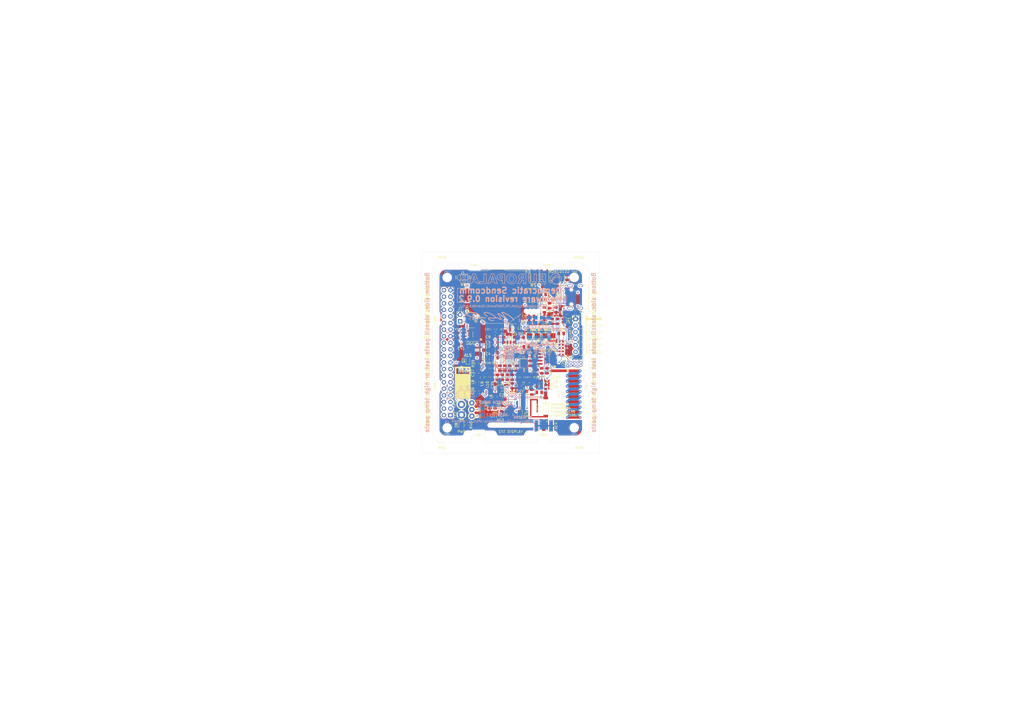
<source format=kicad_pcb>
(kicad_pcb (version 20171130) (host pcbnew 5.1.5+dfsg1-2build2)

  (general
    (thickness 1.6)
    (drawings 184)
    (tracks 1219)
    (zones 0)
    (modules 150)
    (nets 132)
  )

  (page A3)
  (title_block
    (title "Democratic Sendcomm")
    (date 2020-12-26)
    (rev 0.9.2)
    (company "Europalab Devices")
    (comment 1 "Copyright © 2020, Europalab Devices")
    (comment 2 "Fulfilling requirements of 20200210")
    (comment 3 "Pending quality assurance testing")
    (comment 4 "Release revision for manufacturing")
  )

  (layers
    (0 F.Cu signal)
    (1 In1.Cu power)
    (2 In2.Cu power)
    (31 B.Cu signal)
    (34 B.Paste user)
    (35 F.Paste user)
    (36 B.SilkS user)
    (37 F.SilkS user)
    (38 B.Mask user)
    (39 F.Mask user)
    (40 Dwgs.User user)
    (41 Cmts.User user)
    (44 Edge.Cuts user)
    (45 Margin user)
    (46 B.CrtYd user)
    (47 F.CrtYd user)
    (48 B.Fab user)
    (49 F.Fab user)
  )

  (setup
    (last_trace_width 0.127)
    (user_trace_width 0.1016)
    (user_trace_width 0.127)
    (user_trace_width 0.2)
    (trace_clearance 0.09)
    (zone_clearance 0.508)
    (zone_45_only no)
    (trace_min 0.09)
    (via_size 0.356)
    (via_drill 0.2)
    (via_min_size 0.356)
    (via_min_drill 0.2)
    (user_via 0.45 0.2)
    (user_via 0.6 0.3)
    (uvia_size 0.45)
    (uvia_drill 0.1)
    (uvias_allowed no)
    (uvia_min_size 0.45)
    (uvia_min_drill 0.1)
    (edge_width 0.1)
    (segment_width 0.1)
    (pcb_text_width 0.25)
    (pcb_text_size 1 1)
    (mod_edge_width 0.15)
    (mod_text_size 1 1)
    (mod_text_width 0.15)
    (pad_size 2 1.5)
    (pad_drill 0)
    (pad_to_mask_clearance 0)
    (aux_axis_origin 0 0)
    (visible_elements 7FFFFFFF)
    (pcbplotparams
      (layerselection 0x313fc_ffffffff)
      (usegerberextensions true)
      (usegerberattributes false)
      (usegerberadvancedattributes false)
      (creategerberjobfile false)
      (excludeedgelayer true)
      (linewidth 0.150000)
      (plotframeref false)
      (viasonmask false)
      (mode 1)
      (useauxorigin false)
      (hpglpennumber 1)
      (hpglpenspeed 20)
      (hpglpendiameter 15.000000)
      (psnegative false)
      (psa4output false)
      (plotreference true)
      (plotvalue true)
      (plotinvisibletext false)
      (padsonsilk false)
      (subtractmaskfromsilk false)
      (outputformat 1)
      (mirror false)
      (drillshape 0)
      (scaleselection 1)
      (outputdirectory "fabsingle"))
  )

  (net 0 "")
  (net 1 GND)
  (net 2 "Net-(AE1-Pad1)")
  (net 3 /Sheet5F53D5B4/RFSWPWR)
  (net 4 "Net-(C8-Pad1)")
  (net 5 /Sheet5F53D5B4/POWAMP)
  (net 6 "Net-(C13-Pad1)")
  (net 7 /Sheet5F53D5B4/HFOUT)
  (net 8 +3V3)
  (net 9 "Net-(C29-Pad1)")
  (net 10 /Sheet5F53D5B4/HPOUT)
  (net 11 /Sheet5F53D5B4/HFIN)
  (net 12 /Sheet5F53D5B4/BANDSEL)
  (net 13 "Net-(BT1-Pad1)")
  (net 14 /Sheet5F53D5B4/USB_BUS)
  (net 15 "Net-(C33-Pad1)")
  (net 16 "Net-(C34-Pad1)")
  (net 17 /Sheet5F53D5B4/CMDRST)
  (net 18 "Net-(D1-Pad2)")
  (net 19 "Net-(D1-Pad1)")
  (net 20 "Net-(D2-Pad1)")
  (net 21 "Net-(D2-Pad2)")
  (net 22 /Sheet5F53D5B4/USB_P)
  (net 23 /Sheet5F53D5B4/USB_N)
  (net 24 /Sheet60040980/ID_SD)
  (net 25 /Sheet60040980/ID_SC)
  (net 26 /Sheet5F53D5B4/SWDCLK)
  (net 27 "Net-(J3-Pad7)")
  (net 28 "Net-(J3-Pad8)")
  (net 29 "Net-(J4-Pad6)")
  (net 30 /Sheet5F53D5B4/CN_VBAT)
  (net 31 /Sheet5F53D5B4/XCEIV)
  (net 32 "Net-(AE5-Pad2)")
  (net 33 "Net-(C1-Pad1)")
  (net 34 "Net-(C7-Pad1)")
  (net 35 "Net-(C14-Pad1)")
  (net 36 "Net-(C17-Pad1)")
  (net 37 "Net-(C18-Pad2)")
  (net 38 "Net-(C19-Pad2)")
  (net 39 "Net-(C23-Pad2)")
  (net 40 "Net-(C23-Pad1)")
  (net 41 "Net-(C24-Pad1)")
  (net 42 "Net-(C24-Pad2)")
  (net 43 "Net-(C29-Pad2)")
  (net 44 "Net-(C33-Pad2)")
  (net 45 "Net-(C35-Pad2)")
  (net 46 "Net-(C40-Pad1)")
  (net 47 "Net-(J2-PadB5)")
  (net 48 "Net-(J2-PadA8)")
  (net 49 "Net-(J2-PadA5)")
  (net 50 "Net-(J2-PadB8)")
  (net 51 "Net-(J3-Pad2)")
  (net 52 "Net-(J3-Pad3)")
  (net 53 "Net-(J3-Pad4)")
  (net 54 "Net-(J3-Pad5)")
  (net 55 "Net-(J3-Pad10)")
  (net 56 "Net-(J3-Pad11)")
  (net 57 "Net-(J3-Pad12)")
  (net 58 "Net-(J3-Pad13)")
  (net 59 "Net-(J3-Pad15)")
  (net 60 "Net-(J3-Pad16)")
  (net 61 "Net-(J3-Pad18)")
  (net 62 "Net-(J3-Pad19)")
  (net 63 "Net-(J3-Pad21)")
  (net 64 "Net-(J3-Pad22)")
  (net 65 "Net-(J3-Pad23)")
  (net 66 "Net-(J3-Pad24)")
  (net 67 "Net-(J3-Pad26)")
  (net 68 "Net-(J3-Pad29)")
  (net 69 "Net-(J3-Pad31)")
  (net 70 "Net-(J3-Pad32)")
  (net 71 "Net-(J3-Pad33)")
  (net 72 "Net-(J3-Pad35)")
  (net 73 "Net-(J3-Pad36)")
  (net 74 "Net-(J3-Pad37)")
  (net 75 "Net-(J3-Pad38)")
  (net 76 "Net-(J3-Pad40)")
  (net 77 "Net-(J4-Pad7)")
  (net 78 "Net-(J4-Pad8)")
  (net 79 "Net-(J5-Pad2)")
  (net 80 "Net-(J5-Pad3)")
  (net 81 "Net-(J5-Pad6)")
  (net 82 "Net-(J6-Pad1)")
  (net 83 "Net-(L1-Pad2)")
  (net 84 "Net-(R3-Pad1)")
  (net 85 "Net-(R4-Pad1)")
  (net 86 "Net-(R4-Pad2)")
  (net 87 "Net-(U2-Pad5)")
  (net 88 "Net-(U3-PadG1)")
  (net 89 "Net-(U3-PadH1)")
  (net 90 "Net-(U3-PadE3)")
  (net 91 "Net-(U3-PadE4)")
  (net 92 "Net-(U3-PadF4)")
  (net 93 "Net-(U3-PadC7)")
  (net 94 "Net-(U3-PadD7)")
  (net 95 "Net-(U3-PadD8)")
  (net 96 "Net-(U5-Pad3)")
  (net 97 "Net-(U5-Pad4)")
  (net 98 "Net-(U8-Pad7)")
  (net 99 "Net-(U8-Pad3)")
  (net 100 "Net-(U8-Pad2)")
  (net 101 "Net-(U8-Pad1)")
  (net 102 "Net-(U9-Pad1)")
  (net 103 "Net-(U9-Pad2)")
  (net 104 "Net-(U9-Pad3)")
  (net 105 "Net-(U9-Pad7)")
  (net 106 /Sheet5F53D5B4/SWDIO)
  (net 107 "Net-(AE2-Pad1)")
  (net 108 "Net-(AE4-Pad1)")
  (net 109 "Net-(AE5-Pad1)")
  (net 110 "Net-(J6-Pad2)")
  (net 111 "Net-(J6-Pad3)")
  (net 112 "Net-(J6-Pad4)")
  (net 113 "Net-(J7-Pad1)")
  (net 114 "Net-(C95-Pad1)")
  (net 115 /TP_SCL)
  (net 116 /TP_SDA)
  (net 117 "Net-(J20-Pad6)")
  (net 118 "Net-(J20-Pad7)")
  (net 119 "Net-(J20-Pad8)")
  (net 120 "Net-(Q2-Pad2)")
  (net 121 EXT_UART_TX)
  (net 122 EXT_UART_RX)
  (net 123 "Net-(D8-Pad2)")
  (net 124 USB_TST)
  (net 125 "Net-(TP13-Pad1)")
  (net 126 "Net-(C94-Pad2)")
  (net 127 "Net-(C96-Pad1)")
  (net 128 /Sheet5F53D5B4/CRY_XIN-RSVD)
  (net 129 /Sheet5F53D5B4/CRY_XOUT-RSVD)
  (net 130 "Net-(C97-Pad1)")
  (net 131 "Net-(C101-Pad1)")

  (net_class Default "This is the default net class."
    (clearance 0.09)
    (trace_width 0.09)
    (via_dia 0.356)
    (via_drill 0.2)
    (uvia_dia 0.45)
    (uvia_drill 0.1)
    (add_net +3V3)
    (add_net /Sheet5F53D5B4/BANDSEL)
    (add_net /Sheet5F53D5B4/CMDRST)
    (add_net /Sheet5F53D5B4/CN_VBAT)
    (add_net /Sheet5F53D5B4/CRY_XIN-RSVD)
    (add_net /Sheet5F53D5B4/CRY_XOUT-RSVD)
    (add_net /Sheet5F53D5B4/HFIN)
    (add_net /Sheet5F53D5B4/HFOUT)
    (add_net /Sheet5F53D5B4/HPOUT)
    (add_net /Sheet5F53D5B4/POWAMP)
    (add_net /Sheet5F53D5B4/RFSWPWR)
    (add_net /Sheet5F53D5B4/SWDCLK)
    (add_net /Sheet5F53D5B4/SWDIO)
    (add_net /Sheet5F53D5B4/USB_BUS)
    (add_net /Sheet5F53D5B4/USB_N)
    (add_net /Sheet5F53D5B4/USB_P)
    (add_net /Sheet5F53D5B4/XCEIV)
    (add_net /Sheet60040980/ID_SC)
    (add_net /Sheet60040980/ID_SD)
    (add_net /TP_SCL)
    (add_net /TP_SDA)
    (add_net EXT_UART_RX)
    (add_net EXT_UART_TX)
    (add_net GND)
    (add_net "Net-(AE1-Pad1)")
    (add_net "Net-(AE2-Pad1)")
    (add_net "Net-(AE4-Pad1)")
    (add_net "Net-(AE5-Pad1)")
    (add_net "Net-(AE5-Pad2)")
    (add_net "Net-(BT1-Pad1)")
    (add_net "Net-(C1-Pad1)")
    (add_net "Net-(C101-Pad1)")
    (add_net "Net-(C13-Pad1)")
    (add_net "Net-(C14-Pad1)")
    (add_net "Net-(C17-Pad1)")
    (add_net "Net-(C18-Pad2)")
    (add_net "Net-(C19-Pad2)")
    (add_net "Net-(C23-Pad1)")
    (add_net "Net-(C23-Pad2)")
    (add_net "Net-(C24-Pad1)")
    (add_net "Net-(C24-Pad2)")
    (add_net "Net-(C29-Pad1)")
    (add_net "Net-(C29-Pad2)")
    (add_net "Net-(C33-Pad1)")
    (add_net "Net-(C33-Pad2)")
    (add_net "Net-(C34-Pad1)")
    (add_net "Net-(C35-Pad2)")
    (add_net "Net-(C40-Pad1)")
    (add_net "Net-(C7-Pad1)")
    (add_net "Net-(C8-Pad1)")
    (add_net "Net-(C94-Pad2)")
    (add_net "Net-(C95-Pad1)")
    (add_net "Net-(C96-Pad1)")
    (add_net "Net-(C97-Pad1)")
    (add_net "Net-(D1-Pad1)")
    (add_net "Net-(D1-Pad2)")
    (add_net "Net-(D2-Pad1)")
    (add_net "Net-(D2-Pad2)")
    (add_net "Net-(D8-Pad2)")
    (add_net "Net-(J2-PadA5)")
    (add_net "Net-(J2-PadA8)")
    (add_net "Net-(J2-PadB5)")
    (add_net "Net-(J2-PadB8)")
    (add_net "Net-(J20-Pad6)")
    (add_net "Net-(J20-Pad7)")
    (add_net "Net-(J20-Pad8)")
    (add_net "Net-(J3-Pad10)")
    (add_net "Net-(J3-Pad11)")
    (add_net "Net-(J3-Pad12)")
    (add_net "Net-(J3-Pad13)")
    (add_net "Net-(J3-Pad15)")
    (add_net "Net-(J3-Pad16)")
    (add_net "Net-(J3-Pad18)")
    (add_net "Net-(J3-Pad19)")
    (add_net "Net-(J3-Pad2)")
    (add_net "Net-(J3-Pad21)")
    (add_net "Net-(J3-Pad22)")
    (add_net "Net-(J3-Pad23)")
    (add_net "Net-(J3-Pad24)")
    (add_net "Net-(J3-Pad26)")
    (add_net "Net-(J3-Pad29)")
    (add_net "Net-(J3-Pad3)")
    (add_net "Net-(J3-Pad31)")
    (add_net "Net-(J3-Pad32)")
    (add_net "Net-(J3-Pad33)")
    (add_net "Net-(J3-Pad35)")
    (add_net "Net-(J3-Pad36)")
    (add_net "Net-(J3-Pad37)")
    (add_net "Net-(J3-Pad38)")
    (add_net "Net-(J3-Pad4)")
    (add_net "Net-(J3-Pad40)")
    (add_net "Net-(J3-Pad5)")
    (add_net "Net-(J3-Pad7)")
    (add_net "Net-(J3-Pad8)")
    (add_net "Net-(J4-Pad6)")
    (add_net "Net-(J4-Pad7)")
    (add_net "Net-(J4-Pad8)")
    (add_net "Net-(J5-Pad2)")
    (add_net "Net-(J5-Pad3)")
    (add_net "Net-(J5-Pad6)")
    (add_net "Net-(J6-Pad1)")
    (add_net "Net-(J6-Pad2)")
    (add_net "Net-(J6-Pad3)")
    (add_net "Net-(J6-Pad4)")
    (add_net "Net-(J7-Pad1)")
    (add_net "Net-(L1-Pad2)")
    (add_net "Net-(Q2-Pad2)")
    (add_net "Net-(R3-Pad1)")
    (add_net "Net-(R4-Pad1)")
    (add_net "Net-(R4-Pad2)")
    (add_net "Net-(TP13-Pad1)")
    (add_net "Net-(U2-Pad5)")
    (add_net "Net-(U3-PadC7)")
    (add_net "Net-(U3-PadD7)")
    (add_net "Net-(U3-PadD8)")
    (add_net "Net-(U3-PadE3)")
    (add_net "Net-(U3-PadE4)")
    (add_net "Net-(U3-PadF4)")
    (add_net "Net-(U3-PadG1)")
    (add_net "Net-(U3-PadH1)")
    (add_net "Net-(U5-Pad3)")
    (add_net "Net-(U5-Pad4)")
    (add_net "Net-(U8-Pad1)")
    (add_net "Net-(U8-Pad2)")
    (add_net "Net-(U8-Pad3)")
    (add_net "Net-(U8-Pad7)")
    (add_net "Net-(U9-Pad1)")
    (add_net "Net-(U9-Pad2)")
    (add_net "Net-(U9-Pad3)")
    (add_net "Net-(U9-Pad7)")
    (add_net USB_TST)
  )

  (net_class Power ""
    (clearance 0.2)
    (trace_width 0.5)
    (via_dia 1)
    (via_drill 0.7)
    (uvia_dia 0.5)
    (uvia_drill 0.1)
  )

  (module Elabdev:Panel_Mousetab_25mm_Single (layer F.Cu) (tedit 5CD9E502) (tstamp 5FEC726C)
    (at 222.5 179.75 90)
    (path /5CD9EB0D)
    (fp_text reference TAB8 (at 0 0) (layer F.SilkS)
      (effects (font (size 0.8 0.8) (thickness 0.13)))
    )
    (fp_text value Pantab (at -3.25 0 180) (layer F.Fab)
      (effects (font (size 1 1) (thickness 0.15)))
    )
    (fp_line (start 1.25 -2.2) (end 1.25 2.2) (layer F.Fab) (width 0.15))
    (fp_line (start -1.25 -2.2) (end -1.25 2.2) (layer F.Fab) (width 0.15))
    (fp_line (start 2.1 -2.6) (end 2.1 2.6) (layer F.CrtYd) (width 0.15))
    (fp_line (start 2.1 2.6) (end -2.1 2.6) (layer F.CrtYd) (width 0.15))
    (fp_line (start -2.1 2.6) (end -2.1 -2.6) (layer F.CrtYd) (width 0.15))
    (fp_line (start -2.1 -2.6) (end 2.1 -2.6) (layer F.CrtYd) (width 0.15))
    (pad "" np_thru_hole circle (at 1.35 2 90) (size 0.5 0.5) (drill 0.5) (layers *.Cu))
    (pad "" np_thru_hole circle (at 1.35 1.2 90) (size 0.5 0.5) (drill 0.5) (layers *.Cu))
    (pad "" np_thru_hole circle (at 1.35 0.4 90) (size 0.5 0.5) (drill 0.5) (layers *.Cu))
    (pad "" np_thru_hole circle (at 1.35 -0.4 90) (size 0.5 0.5) (drill 0.5) (layers *.Cu))
    (pad "" np_thru_hole circle (at 1.35 -1.2 90) (size 0.5 0.5) (drill 0.5) (layers *.Cu))
    (pad "" np_thru_hole circle (at 1.35 -2 90) (size 0.5 0.5) (drill 0.5) (layers *.Cu))
  )

  (module Capacitor_SMD:C_0805_2012Metric (layer F.Cu) (tedit 5B36C52B) (tstamp 5FEB8111)
    (at 211.5 143.0625 270)
    (descr "Capacitor SMD 0805 (2012 Metric), square (rectangular) end terminal, IPC_7351 nominal, (Body size source: https://docs.google.com/spreadsheets/d/1BsfQQcO9C6DZCsRaXUlFlo91Tg2WpOkGARC1WS5S8t0/edit?usp=sharing), generated with kicad-footprint-generator")
    (tags capacitor)
    (path /5F53D5B5/5F609CF5)
    (attr smd)
    (fp_text reference C19 (at -2.0625 0 180) (layer F.SilkS)
      (effects (font (size 0.7 0.7) (thickness 0.1)))
    )
    (fp_text value 15pF (at 0 1.65 90) (layer F.Fab)
      (effects (font (size 1 1) (thickness 0.15)))
    )
    (fp_line (start -1 0.6) (end -1 -0.6) (layer F.Fab) (width 0.1))
    (fp_line (start -1 -0.6) (end 1 -0.6) (layer F.Fab) (width 0.1))
    (fp_line (start 1 -0.6) (end 1 0.6) (layer F.Fab) (width 0.1))
    (fp_line (start 1 0.6) (end -1 0.6) (layer F.Fab) (width 0.1))
    (fp_line (start -0.258578 -0.71) (end 0.258578 -0.71) (layer F.SilkS) (width 0.12))
    (fp_line (start -0.258578 0.71) (end 0.258578 0.71) (layer F.SilkS) (width 0.12))
    (fp_line (start -1.68 0.95) (end -1.68 -0.95) (layer F.CrtYd) (width 0.05))
    (fp_line (start -1.68 -0.95) (end 1.68 -0.95) (layer F.CrtYd) (width 0.05))
    (fp_line (start 1.68 -0.95) (end 1.68 0.95) (layer F.CrtYd) (width 0.05))
    (fp_line (start 1.68 0.95) (end -1.68 0.95) (layer F.CrtYd) (width 0.05))
    (fp_text user %R (at 0 0 90) (layer F.Fab)
      (effects (font (size 0.5 0.5) (thickness 0.08)))
    )
    (pad 1 smd roundrect (at -0.9375 0 270) (size 0.975 1.4) (layers F.Cu F.Paste F.Mask) (roundrect_rratio 0.25)
      (net 1 GND))
    (pad 2 smd roundrect (at 0.9375 0 270) (size 0.975 1.4) (layers F.Cu F.Paste F.Mask) (roundrect_rratio 0.25)
      (net 38 "Net-(C19-Pad2)"))
    (model ${KISYS3DMOD}/Capacitor_SMD.3dshapes/C_0805_2012Metric.wrl
      (at (xyz 0 0 0))
      (scale (xyz 1 1 1))
      (rotate (xyz 0 0 0))
    )
  )

  (module Elabdev:Meinkuerz_sign_480dpi (layer B.Cu) (tedit 0) (tstamp 5FBE809B)
    (at 202 134 180)
    (fp_text reference G1 (at 0 0) (layer B.SilkS) hide
      (effects (font (size 1.524 1.524) (thickness 0.3)) (justify mirror))
    )
    (fp_text value Meinkuerzel_signature (at 0.75 0) (layer B.SilkS) hide
      (effects (font (size 1.524 1.524) (thickness 0.3)) (justify mirror))
    )
    (fp_poly (pts (xy 7.849084 1.675651) (xy 8.303148 1.632827) (xy 8.685942 1.550363) (xy 8.876057 1.481326)
      (xy 9.07938 1.34976) (xy 9.204465 1.178624) (xy 9.241225 0.986809) (xy 9.210768 0.854557)
      (xy 9.078684 0.643748) (xy 8.864557 0.429964) (xy 8.589687 0.233059) (xy 8.471807 0.165759)
      (xy 8.232808 0.053863) (xy 7.923436 -0.068816) (xy 7.576824 -0.190996) (xy 7.226108 -0.301392)
      (xy 6.904421 -0.388723) (xy 6.731621 -0.426811) (xy 6.398868 -0.490816) (xy 6.556265 -0.586535)
      (xy 6.736632 -0.743549) (xy 6.819572 -0.938245) (xy 6.82625 -1.022915) (xy 6.780462 -1.15416)
      (xy 6.660466 -1.295963) (xy 6.49231 -1.424979) (xy 6.30204 -1.517866) (xy 6.258842 -1.531402)
      (xy 6.0446 -1.569955) (xy 5.805186 -1.581627) (xy 5.582286 -1.566858) (xy 5.417587 -1.526091)
      (xy 5.409578 -1.522402) (xy 5.285381 -1.409276) (xy 5.232727 -1.237525) (xy 5.243042 -1.133742)
      (xy 5.545646 -1.133742) (xy 5.569322 -1.243922) (xy 5.599007 -1.270742) (xy 5.725804 -1.30367)
      (xy 5.911501 -1.301091) (xy 6.117136 -1.267785) (xy 6.303743 -1.20853) (xy 6.368163 -1.176419)
      (xy 6.483421 -1.090411) (xy 6.547775 -1.006994) (xy 6.550669 -0.996984) (xy 6.519163 -0.903747)
      (xy 6.404517 -0.814537) (xy 6.229026 -0.742568) (xy 6.060328 -0.706358) (xy 5.903418 -0.693399)
      (xy 5.806355 -0.717484) (xy 5.726223 -0.79035) (xy 5.718194 -0.79992) (xy 5.596762 -0.979847)
      (xy 5.545646 -1.133742) (xy 5.243042 -1.133742) (xy 5.253531 -1.028227) (xy 5.344918 -0.810631)
      (xy 5.442538 -0.642303) (xy 5.295353 -0.646487) (xy 5.12125 -0.625399) (xy 5.035885 -0.550663)
      (xy 5.027083 -0.501447) (xy 5.075804 -0.410776) (xy 5.222941 -0.351671) (xy 5.469958 -0.32355)
      (xy 5.476875 -0.323261) (xy 5.599677 -0.314345) (xy 5.697993 -0.289875) (xy 5.794712 -0.235966)
      (xy 5.912725 -0.138734) (xy 6.074923 0.015705) (xy 6.138333 0.077935) (xy 6.357426 0.284825)
      (xy 6.520758 0.415811) (xy 6.63982 0.476704) (xy 6.726105 0.473318) (xy 6.791106 0.411464)
      (xy 6.792772 0.408883) (xy 6.813029 0.349999) (xy 6.787897 0.281807) (xy 6.704882 0.184844)
      (xy 6.561666 0.048946) (xy 6.270625 -0.217166) (xy 6.532899 -0.183078) (xy 6.900304 -0.115245)
      (xy 7.289474 -0.008645) (xy 7.678243 0.127507) (xy 8.044445 0.283994) (xy 8.365914 0.451601)
      (xy 8.620483 0.621112) (xy 8.749193 0.738377) (xy 8.856936 0.865956) (xy 8.92727 0.965202)
      (xy 8.942916 1.001728) (xy 8.895983 1.084773) (xy 8.773369 1.176095) (xy 8.602358 1.259484)
      (xy 8.410231 1.318727) (xy 8.408998 1.318992) (xy 8.149682 1.354937) (xy 7.8128 1.371973)
      (xy 7.424917 1.370093) (xy 7.012599 1.349291) (xy 6.686734 1.319437) (xy 6.066773 1.222977)
      (xy 5.517194 1.081213) (xy 5.043989 0.897075) (xy 4.653152 0.673494) (xy 4.350673 0.413401)
      (xy 4.142546 0.119727) (xy 4.114637 0.061443) (xy 4.047094 -0.15251) (xy 4.06025 -0.336634)
      (xy 4.160207 -0.518581) (xy 4.270456 -0.644496) (xy 4.390411 -0.79173) (xy 4.431252 -0.900383)
      (xy 4.427296 -0.922309) (xy 4.357272 -0.99719) (xy 4.242023 -0.977517) (xy 4.082983 -0.863726)
      (xy 4.010682 -0.795217) (xy 3.879838 -0.680755) (xy 3.765594 -0.608691) (xy 3.712637 -0.594925)
      (xy 3.6215 -0.594723) (xy 3.455888 -0.585507) (xy 3.246599 -0.569127) (xy 3.175 -0.562633)
      (xy 2.951086 -0.544014) (xy 2.793821 -0.54282) (xy 2.664643 -0.565021) (xy 2.524987 -0.61659)
      (xy 2.371034 -0.687127) (xy 2.100169 -0.795663) (xy 1.89262 -0.837972) (xy 1.841867 -0.837015)
      (xy 1.72083 -0.812158) (xy 1.663036 -0.745697) (xy 1.637803 -0.635) (xy 1.623821 -0.491701)
      (xy 1.628566 -0.389706) (xy 1.630235 -0.383646) (xy 1.692219 -0.322789) (xy 1.789679 -0.330876)
      (xy 1.885465 -0.399867) (xy 1.916539 -0.445597) (xy 1.984375 -0.573694) (xy 2.371569 -0.384068)
      (xy 2.758764 -0.194442) (xy 3.165319 -0.256321) (xy 3.413597 -0.293214) (xy 3.576071 -0.310583)
      (xy 3.67165 -0.304292) (xy 3.719238 -0.270208) (xy 3.737742 -0.204195) (xy 3.744012 -0.129767)
      (xy 3.817818 0.177969) (xy 3.989413 0.470621) (xy 4.251219 0.74303) (xy 4.595656 0.99004)
      (xy 5.015149 1.206492) (xy 5.502117 1.387229) (xy 6.048984 1.527094) (xy 6.228561 1.561184)
      (xy 6.794861 1.64034) (xy 7.340678 1.678326) (xy 7.849084 1.675651)) (layer B.SilkS) (width 0.01))
    (fp_poly (pts (xy -4.580024 1.756567) (xy -4.544854 1.74305) (xy -4.466016 1.67622) (xy -4.437143 1.580417)
      (xy -4.461964 1.447967) (xy -4.544204 1.271201) (xy -4.68759 1.042447) (xy -4.895848 0.754033)
      (xy -5.172705 0.39829) (xy -5.237349 0.3175) (xy -5.411926 0.098408) (xy -5.577817 -0.112809)
      (xy -5.714811 -0.290245) (xy -5.794689 -0.396875) (xy -5.948296 -0.608542) (xy -5.791961 -0.468507)
      (xy -5.700695 -0.392772) (xy -5.541009 -0.266466) (xy -5.329307 -0.10231) (xy -5.081994 0.086977)
      (xy -4.815472 0.288675) (xy -4.815417 0.288716) (xy -4.345432 0.631252) (xy -3.946225 0.897872)
      (xy -3.615767 1.089474) (xy -3.352032 1.206955) (xy -3.152989 1.251211) (xy -3.016612 1.223138)
      (xy -2.940872 1.123633) (xy -2.939055 1.118116) (xy -2.92791 1.023519) (xy -2.955738 0.908417)
      (xy -3.029742 0.759005) (xy -3.157121 0.561475) (xy -3.345079 0.302021) (xy -3.409058 0.217037)
      (xy -3.654587 -0.113597) (xy -3.860834 -0.404313) (xy -4.022275 -0.646491) (xy -4.133388 -0.831509)
      (xy -4.188652 -0.950744) (xy -4.185335 -0.994958) (xy -4.120655 -0.981486) (xy -3.976478 -0.932768)
      (xy -3.770527 -0.855371) (xy -3.520529 -0.755864) (xy -3.349225 -0.685128) (xy -3.06462 -0.570045)
      (xy -2.797019 -0.469163) (xy -2.569108 -0.390505) (xy -2.403576 -0.342097) (xy -2.349431 -0.331513)
      (xy -2.183877 -0.291941) (xy -2.07811 -0.206425) (xy -2.041672 -0.151915) (xy -1.850086 0.096101)
      (xy -1.567603 0.354844) (xy -1.207453 0.616123) (xy -0.78287 0.87175) (xy -0.307084 1.113536)
      (xy 0.206672 1.333293) (xy 0.574448 1.467145) (xy 0.853452 1.556991) (xy 1.074831 1.61415)
      (xy 1.278935 1.645957) (xy 1.506112 1.659747) (xy 1.647661 1.662241) (xy 1.89537 1.661355)
      (xy 2.061526 1.650821) (xy 2.170245 1.626908) (xy 2.245641 1.585888) (xy 2.269431 1.566069)
      (xy 2.364656 1.413892) (xy 2.378536 1.21834) (xy 2.31231 1.002224) (xy 2.231511 0.867835)
      (xy 2.055394 0.653788) (xy 1.846452 0.444397) (xy 1.622129 0.252501) (xy 1.399873 0.090942)
      (xy 1.19713 -0.02744) (xy 1.031346 -0.089804) (xy 0.931657 -0.088852) (xy 0.853749 -0.025156)
      (xy 0.874571 0.06423) (xy 0.991583 0.174246) (xy 1.09802 0.242886) (xy 1.314624 0.387246)
      (xy 1.527802 0.560014) (xy 1.72429 0.746283) (xy 1.890825 0.931146) (xy 2.014146 1.099697)
      (xy 2.080988 1.237027) (xy 2.078088 1.32823) (xy 2.071165 1.336667) (xy 1.954541 1.387475)
      (xy 1.756832 1.400928) (xy 1.494763 1.380087) (xy 1.185063 1.328013) (xy 0.844457 1.247766)
      (xy 0.489674 1.142406) (xy 0.137439 1.014995) (xy -0.00172 0.957368) (xy -0.385109 0.777304)
      (xy -0.74297 0.581237) (xy -1.065571 0.377182) (xy -1.343179 0.173152) (xy -1.566062 -0.022838)
      (xy -1.724487 -0.202776) (xy -1.808722 -0.358647) (xy -1.809035 -0.482438) (xy -1.789329 -0.514562)
      (xy -1.69188 -0.558953) (xy -1.49842 -0.578536) (xy -1.2158 -0.573404) (xy -0.850872 -0.543648)
      (xy -0.464887 -0.496867) (xy -0.056607 -0.452123) (xy 0.260382 -0.442712) (xy 0.494773 -0.469264)
      (xy 0.655256 -0.532408) (xy 0.714552 -0.58228) (xy 0.776217 -0.725165) (xy 0.746162 -0.908878)
      (xy 0.632079 -1.115352) (xy 0.45893 -1.290216) (xy 0.2117 -1.450188) (xy -0.085638 -1.588107)
      (xy -0.409112 -1.696809) (xy -0.734748 -1.769134) (xy -1.038572 -1.797919) (xy -1.296612 -1.776003)
      (xy -1.42875 -1.731015) (xy -1.546706 -1.617759) (xy -1.577815 -1.519827) (xy -1.560687 -1.389395)
      (xy -1.486335 -1.336349) (xy -1.378138 -1.369493) (xy -1.317893 -1.421952) (xy -1.19986 -1.505637)
      (xy -1.092449 -1.534584) (xy -0.859949 -1.513387) (xy -0.579373 -1.457345) (xy -0.297878 -1.377776)
      (xy -0.068589 -1.288836) (xy 0.116249 -1.181832) (xy 0.284174 -1.050661) (xy 0.411262 -0.917533)
      (xy 0.473586 -0.804658) (xy 0.47625 -0.783054) (xy 0.425256 -0.757675) (xy 0.277287 -0.748743)
      (xy 0.039858 -0.755912) (xy -0.279513 -0.778835) (xy -0.673311 -0.817167) (xy -0.956033 -0.849048)
      (xy -1.308534 -0.882196) (xy -1.57585 -0.8857) (xy -1.774982 -0.85746) (xy -1.922933 -0.795374)
      (xy -2.017888 -0.717835) (xy -2.096716 -0.653738) (xy -2.190635 -0.62131) (xy -2.313833 -0.623423)
      (xy -2.480498 -0.662945) (xy -2.704818 -0.742748) (xy -3.00098 -0.865702) (xy -3.216817 -0.960383)
      (xy -3.585839 -1.11854) (xy -3.874386 -1.227749) (xy -4.094462 -1.290524) (xy -4.258069 -1.309381)
      (xy -4.377212 -1.286836) (xy -4.463891 -1.225404) (xy -4.466704 -1.222337) (xy -4.518051 -1.14061)
      (xy -4.530831 -1.040781) (xy -4.500098 -0.912213) (xy -4.420902 -0.744269) (xy -4.288295 -0.526313)
      (xy -4.097327 -0.247708) (xy -3.863138 0.07498) (xy -3.679345 0.325213) (xy -3.519393 0.545064)
      (xy -3.393108 0.720859) (xy -3.310313 0.838921) (xy -3.280834 0.885525) (xy -3.323557 0.888476)
      (xy -3.399896 0.869711) (xy -3.542096 0.805036) (xy -3.750284 0.678102) (xy -4.027571 0.486762)
      (xy -4.377062 0.228867) (xy -4.801868 -0.097732) (xy -4.81991 -0.111817) (xy -5.187034 -0.396401)
      (xy -5.482932 -0.620081) (xy -5.717862 -0.789492) (xy -5.902078 -0.911266) (xy -6.045837 -0.99204)
      (xy -6.159396 -1.038447) (xy -6.25301 -1.057121) (xy -6.283148 -1.058333) (xy -6.40378 -1.045849)
      (xy -6.450441 -0.994435) (xy -6.455563 -0.939271) (xy -6.445942 -0.865735) (xy -6.412644 -0.776476)
      (xy -6.348546 -0.66103) (xy -6.24652 -0.508935) (xy -6.099443 -0.309727) (xy -5.90019 -0.052942)
      (xy -5.641635 0.271882) (xy -5.570553 0.360397) (xy -5.363566 0.620769) (xy -5.174974 0.863504)
      (xy -5.016826 1.072659) (xy -4.901172 1.23229) (xy -4.84006 1.326453) (xy -4.839117 1.328251)
      (xy -4.786636 1.436383) (xy -4.790145 1.473528) (xy -4.856494 1.462433) (xy -4.877731 1.456477)
      (xy -4.973599 1.420322) (xy -5.140081 1.348706) (xy -5.352621 1.252468) (xy -5.55625 1.156974)
      (xy -6.094525 0.881508) (xy -6.644499 0.565345) (xy -7.182748 0.223911) (xy -7.685848 -0.12737)
      (xy -8.130378 -0.473072) (xy -8.424687 -0.732038) (xy -8.650145 -0.95487) (xy -8.800069 -1.131002)
      (xy -8.884377 -1.276175) (xy -8.912984 -1.406131) (xy -8.905425 -1.495188) (xy -8.906488 -1.61853)
      (xy -8.964006 -1.672137) (xy -9.075823 -1.672519) (xy -9.156792 -1.593028) (xy -9.200558 -1.456755)
      (xy -9.200763 -1.286789) (xy -9.151052 -1.106218) (xy -9.131299 -1.06447) (xy -9.024915 -0.913844)
      (xy -8.843627 -0.718433) (xy -8.601654 -0.490528) (xy -8.313213 -0.242422) (xy -7.992524 0.013592)
      (xy -7.653804 0.265222) (xy -7.3545 0.471681) (xy -6.896098 0.764541) (xy -6.449337 1.028776)
      (xy -6.024338 1.259805) (xy -5.631223 1.453048) (xy -5.280112 1.603926) (xy -4.981128 1.707858)
      (xy -4.744392 1.760265) (xy -4.580024 1.756567)) (layer B.SilkS) (width 0.01))
  )

  (module Elabdev:Panel_Mousetab_25mm_Single (layer F.Cu) (tedit 5CD9E59A) (tstamp 5FBE7343)
    (at 224 114.25 270)
    (path /5CD5C3A7)
    (fp_text reference TAB5 (at 0 0 180) (layer F.SilkS)
      (effects (font (size 0.8 0.8) (thickness 0.13)))
    )
    (fp_text value Pantab (at 0 -3.5 270) (layer F.Fab)
      (effects (font (size 1 1) (thickness 0.15)))
    )
    (fp_line (start -2.1 -2.6) (end 2.1 -2.6) (layer F.CrtYd) (width 0.15))
    (fp_line (start -2.1 2.6) (end -2.1 -2.6) (layer F.CrtYd) (width 0.15))
    (fp_line (start 2.1 2.6) (end -2.1 2.6) (layer F.CrtYd) (width 0.15))
    (fp_line (start 2.1 -2.6) (end 2.1 2.6) (layer F.CrtYd) (width 0.15))
    (fp_line (start -1.25 -2.2) (end -1.25 2.2) (layer F.Fab) (width 0.15))
    (fp_line (start 1.25 -2.2) (end 1.25 2.2) (layer F.Fab) (width 0.15))
    (pad "" np_thru_hole circle (at 1.35 -2 270) (size 0.5 0.5) (drill 0.5) (layers *.Cu))
    (pad "" np_thru_hole circle (at 1.35 -1.2 270) (size 0.5 0.5) (drill 0.5) (layers *.Cu))
    (pad "" np_thru_hole circle (at 1.35 -0.4 270) (size 0.5 0.5) (drill 0.5) (layers *.Cu))
    (pad "" np_thru_hole circle (at 1.35 0.4 270) (size 0.5 0.5) (drill 0.5) (layers *.Cu))
    (pad "" np_thru_hole circle (at 1.35 1.2 270) (size 0.5 0.5) (drill 0.5) (layers *.Cu))
    (pad "" np_thru_hole circle (at 1.35 2 270) (size 0.5 0.5) (drill 0.5) (layers *.Cu))
  )

  (module Elabdev:Elablogoslk-Gfx (layer B.Cu) (tedit 0) (tstamp 5FBDF7AF)
    (at 210 119.5 180)
    (fp_text reference G** (at 0 0) (layer B.SilkS) hide
      (effects (font (size 1.524 1.524) (thickness 0.3)) (justify mirror))
    )
    (fp_text value Elablogoslk (at 0.75 0) (layer B.SilkS) hide
      (effects (font (size 1.524 1.524) (thickness 0.3)) (justify mirror))
    )
    (fp_poly (pts (xy -15.405836 -0.675184) (xy -15.287483 -0.702055) (xy -15.188143 -0.754619) (xy -15.108772 -0.827765)
      (xy -15.050327 -0.916382) (xy -15.013763 -1.015359) (xy -15.000037 -1.119584) (xy -15.010104 -1.223945)
      (xy -15.04492 -1.323332) (xy -15.105441 -1.412633) (xy -15.192623 -1.486737) (xy -15.24833 -1.517344)
      (xy -15.356716 -1.550357) (xy -15.476625 -1.557984) (xy -15.592872 -1.539403) (xy -15.602283 -1.53653)
      (xy -15.678123 -1.497127) (xy -15.752493 -1.432517) (xy -15.815972 -1.352895) (xy -15.859141 -1.268459)
      (xy -15.864155 -1.2531) (xy -15.88425 -1.176683) (xy -15.891257 -1.117668) (xy -15.885212 -1.059627)
      (xy -15.866149 -0.986134) (xy -15.864727 -0.981328) (xy -15.815988 -0.8777) (xy -15.739972 -0.790432)
      (xy -15.643773 -0.72426) (xy -15.534487 -0.683915) (xy -15.419207 -0.674131) (xy -15.405836 -0.675184)) (layer B.Mask) (width 0.01))
    (fp_poly (pts (xy 17.476107 1.827609) (xy 17.687258 1.825899) (xy 17.865618 1.824237) (xy 18.014678 1.822477)
      (xy 18.137934 1.82047) (xy 18.238879 1.818068) (xy 18.321005 1.815122) (xy 18.387806 1.811484)
      (xy 18.442776 1.807007) (xy 18.489407 1.801541) (xy 18.531194 1.794939) (xy 18.57163 1.787052)
      (xy 18.6055 1.779685) (xy 18.771822 1.733432) (xy 18.923911 1.673315) (xy 19.054677 1.602656)
      (xy 19.157033 1.524776) (xy 19.164226 1.5179) (xy 19.246251 1.417951) (xy 19.315464 1.294688)
      (xy 19.365371 1.16053) (xy 19.377923 1.109275) (xy 19.39052 1.010407) (xy 19.393203 0.893754)
      (xy 19.386762 0.771789) (xy 19.371983 0.656983) (xy 19.349655 0.561808) (xy 19.341939 0.539811)
      (xy 19.283862 0.430962) (xy 19.19941 0.326298) (xy 19.097976 0.236127) (xy 19.019624 0.185927)
      (xy 18.914298 0.12941) (xy 18.968542 0.109123) (xy 19.093064 0.054672) (xy 19.194891 -0.009335)
      (xy 19.285933 -0.089714) (xy 19.390804 -0.214403) (xy 19.467199 -0.350129) (xy 19.516977 -0.501894)
      (xy 19.541997 -0.674698) (xy 19.545898 -0.789214) (xy 19.53245 -0.987132) (xy 19.491752 -1.163006)
      (xy 19.423278 -1.317328) (xy 19.326496 -1.450588) (xy 19.200879 -1.563277) (xy 19.045898 -1.655885)
      (xy 18.861023 -1.728905) (xy 18.645726 -1.782826) (xy 18.442214 -1.81358) (xy 18.390712 -1.817354)
      (xy 18.307346 -1.820878) (xy 18.196536 -1.82407) (xy 18.062704 -1.826851) (xy 17.910272 -1.829142)
      (xy 17.743659 -1.830864) (xy 17.567287 -1.831936) (xy 17.403536 -1.83228) (xy 16.528143 -1.832429)
      (xy 16.528143 -1.197429) (xy 17.471571 -1.197429) (xy 17.812474 -1.197429) (xy 17.960507 -1.19621)
      (xy 18.077011 -1.192363) (xy 18.166668 -1.185602) (xy 18.234157 -1.175639) (xy 18.257984 -1.170182)
      (xy 18.384709 -1.1231) (xy 18.482481 -1.054854) (xy 18.552639 -0.964254) (xy 18.589417 -0.8761)
      (xy 18.611394 -0.756961) (xy 18.608994 -0.636283) (xy 18.583832 -0.523232) (xy 18.537525 -0.426977)
      (xy 18.502598 -0.383459) (xy 18.44707 -0.333771) (xy 18.385424 -0.294593) (xy 18.312843 -0.264829)
      (xy 18.22451 -0.243381) (xy 18.115607 -0.229153) (xy 17.981316 -0.221046) (xy 17.816821 -0.217964)
      (xy 17.775464 -0.217851) (xy 17.471571 -0.217714) (xy 17.471571 -1.197429) (xy 16.528143 -1.197429)
      (xy 16.528143 1.197428) (xy 17.471571 1.197428) (xy 17.471571 0.417286) (xy 17.804933 0.417286)
      (xy 17.937918 0.418126) (xy 18.040036 0.420891) (xy 18.116671 0.425945) (xy 18.173209 0.433651)
      (xy 18.215035 0.444376) (xy 18.217426 0.445205) (xy 18.319056 0.498467) (xy 18.395331 0.575146)
      (xy 18.444205 0.67085) (xy 18.463631 0.781188) (xy 18.451564 0.901769) (xy 18.443884 0.931299)
      (xy 18.396902 1.030842) (xy 18.322562 1.110813) (xy 18.227195 1.165118) (xy 18.18819 1.177399)
      (xy 18.143627 1.184049) (xy 18.070672 1.189765) (xy 17.977218 1.19415) (xy 17.871155 1.196808)
      (xy 17.790109 1.197428) (xy 17.471571 1.197428) (xy 16.528143 1.197428) (xy 16.528143 1.835008)
      (xy 17.476107 1.827609)) (layer B.Mask) (width 0.01))
    (fp_poly (pts (xy 14.119941 1.828149) (xy 14.684369 1.823357) (xy 15.359475 0) (xy 16.034582 -1.823357)
      (xy 15.571079 -1.828205) (xy 15.445094 -1.82918) (xy 15.331429 -1.829406) (xy 15.235013 -1.828925)
      (xy 15.160777 -1.827781) (xy 15.11365 -1.826018) (xy 15.098562 -1.824039) (xy 15.090052 -1.80483)
      (xy 15.071782 -1.756797) (xy 15.045759 -1.68544) (xy 15.013987 -1.59626) (xy 14.978473 -1.494759)
      (xy 14.977731 -1.49262) (xy 14.865914 -1.170214) (xy 14.120645 -1.165479) (xy 13.375375 -1.160744)
      (xy 13.306737 -1.355979) (xy 13.272699 -1.452448) (xy 13.236904 -1.553325) (xy 13.204622 -1.643779)
      (xy 13.188986 -1.687286) (xy 13.139873 -1.823357) (xy 12.664678 -1.828197) (xy 12.53823 -1.828961)
      (xy 12.425118 -1.828639) (xy 12.329969 -1.827326) (xy 12.257408 -1.825117) (xy 12.212064 -1.822108)
      (xy 12.19843 -1.818559) (xy 12.205849 -1.799875) (xy 12.225002 -1.749455) (xy 12.255032 -1.669593)
      (xy 12.295087 -1.562586) (xy 12.34431 -1.430729) (xy 12.401847 -1.276318) (xy 12.466842 -1.101648)
      (xy 12.538441 -0.909015) (xy 12.615789 -0.700714) (xy 12.69803 -0.479041) (xy 12.702348 -0.467391)
      (xy 13.614056 -0.467391) (xy 13.61958 -0.47467) (xy 13.636172 -0.480187) (xy 13.66764 -0.484184)
      (xy 13.717795 -0.486904) (xy 13.790447 -0.488587) (xy 13.889405 -0.489478) (xy 14.01848 -0.489817)
      (xy 14.115143 -0.489857) (xy 14.270607 -0.489531) (xy 14.392961 -0.488457) (xy 14.485375 -0.486493)
      (xy 14.551022 -0.483496) (xy 14.59307 -0.479323) (xy 14.614692 -0.473831) (xy 14.619171 -0.467179)
      (xy 14.611769 -0.445613) (xy 14.593892 -0.393441) (xy 14.566814 -0.314385) (xy 14.53181 -0.212168)
      (xy 14.490155 -0.090515) (xy 14.443125 0.046852) (xy 14.391994 0.196209) (xy 14.367839 0.266773)
      (xy 14.315439 0.418794) (xy 14.266379 0.559098) (xy 14.221933 0.684192) (xy 14.183374 0.790582)
      (xy 14.151976 0.874778) (xy 14.129011 0.933285) (xy 14.115754 0.96261) (xy 14.11319 0.965273)
      (xy 14.105039 0.945854) (xy 14.08648 0.895813) (xy 14.058824 0.818867) (xy 14.023386 0.718735)
      (xy 13.981478 0.599134) (xy 13.934414 0.463783) (xy 13.883507 0.316398) (xy 13.865167 0.263071)
      (xy 13.813057 0.111504) (xy 13.764295 -0.030104) (xy 13.720215 -0.157901) (xy 13.682146 -0.268036)
      (xy 13.651421 -0.356659) (xy 13.629372 -0.419918) (xy 13.617329 -0.453964) (xy 13.615787 -0.458107)
      (xy 13.614056 -0.467391) (xy 12.702348 -0.467391) (xy 12.784311 -0.246291) (xy 12.842155 -0.090148)
      (xy 12.931409 0.150825) (xy 13.017702 0.38378) (xy 13.100126 0.606258) (xy 13.177768 0.815802)
      (xy 13.249717 1.009954) (xy 13.315063 1.186256) (xy 13.372895 1.34225) (xy 13.422301 1.47548)
      (xy 13.462371 1.583486) (xy 13.492193 1.663811) (xy 13.510857 1.713998) (xy 13.516223 1.728364)
      (xy 13.555513 1.832942) (xy 14.119941 1.828149)) (layer B.Mask) (width 0.01))
    (fp_poly (pts (xy 10.359571 -1.124857) (xy 12.028714 -1.124857) (xy 12.028714 -1.832429) (xy 9.416143 -1.832429)
      (xy 9.416143 1.832429) (xy 10.359571 1.832429) (xy 10.359571 -1.124857)) (layer B.Mask) (width 0.01))
    (fp_poly (pts (xy 8.199353 0.127) (xy 8.288425 -0.113439) (xy 8.374711 -0.34635) (xy 8.457277 -0.569212)
      (xy 8.535188 -0.7795) (xy 8.607508 -0.974691) (xy 8.673302 -1.152261) (xy 8.731636 -1.309687)
      (xy 8.781574 -1.444447) (xy 8.822182 -1.554015) (xy 8.852524 -1.63587) (xy 8.871666 -1.687486)
      (xy 8.876754 -1.701194) (xy 8.925739 -1.83303) (xy 8.45225 -1.828194) (xy 7.97876 -1.823357)
      (xy 7.866169 -1.496786) (xy 7.753577 -1.170214) (xy 6.263113 -1.160744) (xy 6.215979 -1.292479)
      (xy 6.18957 -1.366538) (xy 6.156119 -1.460694) (xy 6.120643 -1.560816) (xy 6.098384 -1.623786)
      (xy 6.027922 -1.823357) (xy 5.555303 -1.828192) (xy 5.082684 -1.833026) (xy 5.109 -1.764692)
      (xy 5.118841 -1.738485) (xy 5.140399 -1.680606) (xy 5.172801 -1.59341) (xy 5.215173 -1.479255)
      (xy 5.26664 -1.3405) (xy 5.32633 -1.1795) (xy 5.393368 -0.998613) (xy 5.46688 -0.800198)
      (xy 5.545992 -0.586611) (xy 5.590624 -0.466084) (xy 6.500383 -0.466084) (xy 6.503747 -0.473226)
      (xy 6.522197 -0.478851) (xy 6.559117 -0.48312) (xy 6.617891 -0.486194) (xy 6.701902 -0.488231)
      (xy 6.814535 -0.489393) (xy 6.959172 -0.489839) (xy 7.003143 -0.489857) (xy 7.158575 -0.489532)
      (xy 7.280898 -0.488459) (xy 7.373282 -0.486498) (xy 7.438898 -0.483504) (xy 7.480918 -0.479336)
      (xy 7.502511 -0.47385) (xy 7.506956 -0.467179) (xy 7.499509 -0.445611) (xy 7.481591 -0.393437)
      (xy 7.454479 -0.31438) (xy 7.419449 -0.212163) (xy 7.377777 -0.090513) (xy 7.33074 0.046847)
      (xy 7.279613 0.196192) (xy 7.255551 0.266494) (xy 7.203171 0.418497) (xy 7.154136 0.558793)
      (xy 7.109719 0.683886) (xy 7.071192 0.790281) (xy 7.039829 0.874483) (xy 7.016902 0.932996)
      (xy 7.003686 0.962326) (xy 7.001147 0.964994) (xy 6.993017 0.945656) (xy 6.974441 0.89568)
      (xy 6.946726 0.818758) (xy 6.911178 0.718582) (xy 6.869105 0.598844) (xy 6.821814 0.463236)
      (xy 6.770613 0.31545) (xy 6.749793 0.255094) (xy 6.697385 0.103053) (xy 6.648476 -0.038716)
      (xy 6.604368 -0.166446) (xy 6.566363 -0.276369) (xy 6.535764 -0.364717) (xy 6.513876 -0.427723)
      (xy 6.502 -0.461619) (xy 6.500383 -0.466084) (xy 5.590624 -0.466084) (xy 5.629831 -0.36021)
      (xy 5.717523 -0.123352) (xy 5.786688 0.0635) (xy 6.438059 1.823357) (xy 7.570937 1.823357)
      (xy 8.199353 0.127)) (layer B.Mask) (width 0.01))
    (fp_poly (pts (xy 3.261178 1.827277) (xy 3.480979 1.825468) (xy 3.667644 1.823588) (xy 3.824324 1.821528)
      (xy 3.954168 1.819181) (xy 4.060326 1.81644) (xy 4.145949 1.813196) (xy 4.214186 1.809344)
      (xy 4.268189 1.804775) (xy 4.311106 1.799382) (xy 4.346087 1.793058) (xy 4.360384 1.789806)
      (xy 4.57993 1.722356) (xy 4.770202 1.633466) (xy 4.931207 1.523128) (xy 5.062949 1.391336)
      (xy 5.165434 1.238084) (xy 5.238668 1.063365) (xy 5.282655 0.867172) (xy 5.297401 0.6495)
      (xy 5.297399 0.645705) (xy 5.288217 0.449129) (xy 5.259944 0.278882) (xy 5.210498 0.129241)
      (xy 5.137794 -0.005519) (xy 5.039749 -0.131121) (xy 4.999026 -0.174012) (xy 4.895224 -0.267312)
      (xy 4.781879 -0.345945) (xy 4.655594 -0.410816) (xy 4.512975 -0.462831) (xy 4.350626 -0.502892)
      (xy 4.165152 -0.531906) (xy 3.953157 -0.550777) (xy 3.711246 -0.56041) (xy 3.542393 -0.562141)
      (xy 3.229428 -0.562429) (xy 3.229428 -1.832429) (xy 2.286 -1.832429) (xy 2.286 1.161143)
      (xy 3.229428 1.161143) (xy 3.229428 0.124325) (xy 3.596821 0.130257) (xy 3.723136 0.132565)
      (xy 3.819164 0.135281) (xy 3.890902 0.139038) (xy 3.944349 0.144469) (xy 3.985502 0.152208)
      (xy 4.020359 0.16289) (xy 4.054919 0.177147) (xy 4.059313 0.17912) (xy 4.169998 0.247064)
      (xy 4.252769 0.337754) (xy 4.306977 0.449997) (xy 4.331976 0.582598) (xy 4.332071 0.68209)
      (xy 4.311044 0.815987) (xy 4.265746 0.924961) (xy 4.194448 1.012525) (xy 4.152688 1.046406)
      (xy 4.091383 1.0851) (xy 4.025279 1.114474) (xy 3.948479 1.135638) (xy 3.855086 1.149702)
      (xy 3.739205 1.157776) (xy 3.594939 1.16097) (xy 3.543117 1.161143) (xy 3.229428 1.161143)
      (xy 2.286 1.161143) (xy 2.286 1.834702) (xy 3.261178 1.827277)) (layer B.Mask) (width 0.01))
    (fp_poly (pts (xy -5.021036 1.832322) (xy -4.790545 1.831953) (xy -4.592718 1.830742) (xy -4.423936 1.828439)
      (xy -4.280582 1.824796) (xy -4.15904 1.819563) (xy -4.05569 1.812491) (xy -3.966916 1.80333)
      (xy -3.8891 1.791831) (xy -3.818625 1.777744) (xy -3.751873 1.760821) (xy -3.685226 1.740812)
      (xy -3.683 1.7401) (xy -3.505143 1.668202) (xy -3.35675 1.57546) (xy -3.237033 1.461065)
      (xy -3.145204 1.32421) (xy -3.080473 1.164086) (xy -3.065095 1.106714) (xy -3.052126 1.024859)
      (xy -3.044784 0.920167) (xy -3.043076 0.805447) (xy -3.04701 0.693506) (xy -3.056593 0.597152)
      (xy -3.064765 0.553367) (xy -3.122067 0.387982) (xy -3.210124 0.241735) (xy -3.328674 0.114934)
      (xy -3.477456 0.007885) (xy -3.57383 -0.043297) (xy -3.737708 -0.121173) (xy -3.668326 -0.14196)
      (xy -3.581385 -0.180968) (xy -3.486689 -0.24535) (xy -3.393008 -0.328178) (xy -3.309114 -0.42252)
      (xy -3.302741 -0.430815) (xy -3.267184 -0.483895) (xy -3.217707 -0.567269) (xy -3.155723 -0.678343)
      (xy -3.082645 -0.814521) (xy -2.999885 -0.973211) (xy -2.908856 -1.151818) (xy -2.893023 -1.183254)
      (xy -2.82288 -1.322987) (xy -2.758127 -1.452445) (xy -2.700522 -1.56808) (xy -2.651821 -1.666341)
      (xy -2.613784 -1.743682) (xy -2.588166 -1.796552) (xy -2.576727 -1.821403) (xy -2.576286 -1.822789)
      (xy -2.593653 -1.825316) (xy -2.642652 -1.827593) (xy -2.718631 -1.829528) (xy -2.816936 -1.831032)
      (xy -2.932915 -1.832014) (xy -3.061914 -1.832384) (xy -3.070679 -1.832385) (xy -3.565072 -1.832341)
      (xy -3.841286 -1.280998) (xy -3.935266 -1.094993) (xy -4.016708 -0.93913) (xy -4.088439 -0.810677)
      (xy -4.153287 -0.706904) (xy -4.214078 -0.625078) (xy -4.27364 -0.562471) (xy -4.334799 -0.51635)
      (xy -4.400382 -0.483984) (xy -4.473218 -0.462643) (xy -4.556132 -0.449597) (xy -4.651953 -0.442113)
      (xy -4.712607 -0.439322) (xy -4.934857 -0.43053) (xy -4.934857 -1.832429) (xy -5.878286 -1.832429)
      (xy -5.878286 0.194859) (xy -4.934857 0.194859) (xy -4.640036 0.20436) (xy -4.485926 0.211499)
      (xy -4.366408 0.22194) (xy -4.279926 0.23584) (xy -4.249825 0.243746) (xy -4.144318 0.293932)
      (xy -4.063726 0.369853) (xy -4.008771 0.470198) (xy -3.980174 0.593659) (xy -3.978435 0.736049)
      (xy -3.99804 0.857385) (xy -4.035625 0.958384) (xy -4.088688 1.032538) (xy -4.094482 1.037986)
      (xy -4.130735 1.063292) (xy -4.185257 1.093514) (xy -4.218877 1.109665) (xy -4.256325 1.124906)
      (xy -4.295556 1.136159) (xy -4.3433 1.144228) (xy -4.406282 1.149916) (xy -4.491232 1.154025)
      (xy -4.604875 1.15736) (xy -4.621893 1.157773) (xy -4.934857 1.165259) (xy -4.934857 0.194859)
      (xy -5.878286 0.194859) (xy -5.878286 1.832429) (xy -5.021036 1.832322)) (layer B.Mask) (width 0.01))
    (fp_poly (pts (xy -10.867571 1.124857) (xy -12.482286 1.124857) (xy -12.482286 0.435429) (xy -10.976429 0.435429)
      (xy -10.976429 -0.272143) (xy -12.482286 -0.272143) (xy -12.482286 -1.124857) (xy -10.813143 -1.124857)
      (xy -10.813143 -1.832429) (xy -13.425714 -1.832429) (xy -13.425714 1.832429) (xy -10.867571 1.832429)
      (xy -10.867571 1.124857)) (layer B.Mask) (width 0.01))
    (fp_poly (pts (xy -0.228978 1.89448) (xy -0.078724 1.888371) (xy 0.055719 1.876762) (xy 0.151065 1.86234)
      (xy 0.390616 1.801445) (xy 0.605048 1.717288) (xy 0.798897 1.607509) (xy 0.976703 1.469751)
      (xy 1.061357 1.38929) (xy 1.213795 1.212223) (xy 1.337717 1.01768) (xy 1.433707 0.804035)
      (xy 1.502349 0.569664) (xy 1.544225 0.31294) (xy 1.559919 0.032239) (xy 1.560072 0)
      (xy 1.5472 -0.283492) (xy 1.5082 -0.542822) (xy 1.442499 -0.779588) (xy 1.349522 -0.99539)
      (xy 1.228695 -1.191828) (xy 1.079444 -1.370501) (xy 1.061357 -1.389048) (xy 0.896512 -1.53709)
      (xy 0.720815 -1.65755) (xy 0.53061 -1.751843) (xy 0.322238 -1.821386) (xy 0.092042 -1.867598)
      (xy -0.163636 -1.891894) (xy -0.244929 -1.895095) (xy -0.344247 -1.897272) (xy -0.433738 -1.898118)
      (xy -0.505666 -1.897644) (xy -0.552295 -1.895858) (xy -0.562429 -1.894726) (xy -0.602523 -1.888187)
      (xy -0.665462 -1.878473) (xy -0.738175 -1.867598) (xy -0.743857 -1.866762) (xy -0.987164 -1.813977)
      (xy -1.214974 -1.730312) (xy -1.424808 -1.617574) (xy -1.614186 -1.477568) (xy -1.78063 -1.3121)
      (xy -1.92166 -1.122975) (xy -2.025001 -0.933616) (xy -2.105385 -0.721719) (xy -2.162321 -0.489395)
      (xy -2.195876 -0.243481) (xy -2.205744 0) (xy -1.222288 0) (xy -1.221796 -0.128993)
      (xy -1.219948 -0.228802) (xy -1.216185 -0.306517) (xy -1.20995 -0.369231) (xy -1.200684 -0.424036)
      (xy -1.187828 -0.478023) (xy -1.183354 -0.494518) (xy -1.114887 -0.688703) (xy -1.025572 -0.853973)
      (xy -0.916566 -0.989615) (xy -0.789032 -1.09492) (xy -0.644127 -1.169176) (xy -0.483013 -1.211671)
      (xy -0.306849 -1.221694) (xy -0.116795 -1.198534) (xy -0.057367 -1.18504) (xy 0.084118 -1.131346)
      (xy 0.213032 -1.045953) (xy 0.326853 -0.932026) (xy 0.423063 -0.79273) (xy 0.499138 -0.631233)
      (xy 0.55256 -0.450698) (xy 0.56112 -0.408214) (xy 0.584828 -0.229692) (xy 0.593933 -0.038244)
      (xy 0.588859 0.15539) (xy 0.57003 0.340473) (xy 0.537873 0.506266) (xy 0.522796 0.560199)
      (xy 0.450801 0.743853) (xy 0.357363 0.898533) (xy 0.243303 1.023688) (xy 0.109438 1.118771)
      (xy -0.043412 1.183232) (xy -0.214428 1.216521) (xy -0.402793 1.218089) (xy -0.451366 1.213587)
      (xy -0.615554 1.178187) (xy -0.763149 1.110952) (xy -0.893253 1.012766) (xy -1.004968 0.884509)
      (xy -1.097397 0.727063) (xy -1.169644 0.541309) (xy -1.183354 0.494518) (xy -1.197354 0.439443)
      (xy -1.207603 0.385605) (xy -1.214658 0.325911) (xy -1.21908 0.25327) (xy -1.221425 0.160591)
      (xy -1.222252 0.04078) (xy -1.222288 0) (xy -2.205744 0) (xy -2.206117 0.009184)
      (xy -2.193113 0.261761) (xy -2.156929 0.507413) (xy -2.097634 0.739303) (xy -2.015294 0.95059)
      (xy -2.006273 0.969348) (xy -1.884663 1.178429) (xy -1.737221 1.362156) (xy -1.564379 1.520214)
      (xy -1.366569 1.652289) (xy -1.144222 1.758066) (xy -0.897769 1.837229) (xy -0.781432 1.863623)
      (xy -0.671269 1.87966) (xy -0.535583 1.890138) (xy -0.384709 1.895074) (xy -0.228978 1.89448)) (layer B.Mask) (width 0.01))
    (fp_poly (pts (xy -6.826317 0.53975) (xy -6.827566 0.291846) (xy -6.828746 0.077441) (xy -6.829948 -0.106249)
      (xy -6.831263 -0.262012) (xy -6.83278 -0.392631) (xy -6.834591 -0.500893) (xy -6.836785 -0.589584)
      (xy -6.839454 -0.661489) (xy -6.842688 -0.719394) (xy -6.846576 -0.766085) (xy -6.85121 -0.804347)
      (xy -6.856681 -0.836965) (xy -6.863077 -0.866726) (xy -6.870491 -0.896416) (xy -6.8733 -0.907143)
      (xy -6.945951 -1.121606) (xy -7.044066 -1.310445) (xy -7.167245 -1.473259) (xy -7.315092 -1.609643)
      (xy -7.487208 -1.719196) (xy -7.683195 -1.801513) (xy -7.78606 -1.831342) (xy -7.99491 -1.872121)
      (xy -8.223254 -1.895786) (xy -8.458202 -1.901599) (xy -8.686866 -1.888819) (xy -8.721534 -1.885054)
      (xy -8.963638 -1.84308) (xy -9.179163 -1.776508) (xy -9.368393 -1.685132) (xy -9.531612 -1.568747)
      (xy -9.669105 -1.427148) (xy -9.781154 -1.260129) (xy -9.868045 -1.067486) (xy -9.873312 -1.052694)
      (xy -9.89064 -1.002703) (xy -9.90567 -0.956653) (xy -9.918583 -0.911642) (xy -9.929558 -0.86477)
      (xy -9.938774 -0.813136) (xy -9.94641 -0.75384) (xy -9.952646 -0.68398) (xy -9.957661 -0.600657)
      (xy -9.961634 -0.500969) (xy -9.964745 -0.382017) (xy -9.967173 -0.240898) (xy -9.969097 -0.074714)
      (xy -9.970696 0.119438) (xy -9.972151 0.344458) (xy -9.973434 0.566964) (xy -9.980598 1.832428)
      (xy -9.50787 1.832428) (xy -9.035143 1.832429) (xy -9.035006 0.639536) (xy -9.034686 0.395346)
      (xy -9.033808 0.170485) (xy -9.032401 -0.032809) (xy -9.030499 -0.2123) (xy -9.028133 -0.365749)
      (xy -9.025336 -0.490919) (xy -9.022138 -0.585571) (xy -9.018573 -0.647469) (xy -9.01636 -0.667414)
      (xy -8.977519 -0.830688) (xy -8.918726 -0.963883) (xy -8.839697 -1.067414) (xy -8.740148 -1.141696)
      (xy -8.670648 -1.172329) (xy -8.573978 -1.195565) (xy -8.459225 -1.207176) (xy -8.338386 -1.207365)
      (xy -8.223459 -1.196337) (xy -8.126439 -1.174296) (xy -8.095567 -1.162546) (xy -7.993559 -1.101899)
      (xy -7.911492 -1.018493) (xy -7.848023 -0.909845) (xy -7.801809 -0.773475) (xy -7.771504 -0.606899)
      (xy -7.765546 -0.553072) (xy -7.762345 -0.501945) (xy -7.759316 -0.41837) (xy -7.756513 -0.306182)
      (xy -7.75399 -0.169219) (xy -7.7518 -0.011318) (xy -7.749999 0.163684) (xy -7.748639 0.351952)
      (xy -7.747776 0.549647) (xy -7.747468 0.73025) (xy -7.747 1.832429) (xy -6.819926 1.832429)
      (xy -6.826317 0.53975)) (layer B.Mask) (width 0.01))
    (fp_poly (pts (xy -17.270857 2.058311) (xy -17.102743 2.039596) (xy -16.954974 2.011439) (xy -16.938388 2.007237)
      (xy -16.682976 1.922338) (xy -16.444847 1.807365) (xy -16.225908 1.664916) (xy -16.028068 1.497588)
      (xy -15.853234 1.30798) (xy -15.703315 1.098689) (xy -15.580218 0.872311) (xy -15.48585 0.631446)
      (xy -15.422121 0.37869) (xy -15.390938 0.116641) (xy -15.390801 -0.099786) (xy -15.397211 -0.193957)
      (xy -15.406041 -0.286438) (xy -15.415923 -0.364098) (xy -15.4221 -0.39964) (xy -15.442959 -0.499923)
      (xy -15.566749 -0.492929) (xy -15.69629 -0.496243) (xy -15.806108 -0.524692) (xy -15.905682 -0.581873)
      (xy -15.985309 -0.651692) (xy -16.069093 -0.751088) (xy -16.120703 -0.853346) (xy -16.143679 -0.967732)
      (xy -16.144231 -1.067409) (xy -16.120321 -1.203444) (xy -16.066076 -1.323863) (xy -16.008031 -1.399469)
      (xy -15.962886 -1.447295) (xy -16.094134 -1.560257) (xy -16.310437 -1.72361) (xy -16.545788 -1.859063)
      (xy -16.794158 -1.963425) (xy -16.940397 -2.008082) (xy -17.019918 -2.027472) (xy -17.094181 -2.041279)
      (xy -17.17315 -2.05063) (xy -17.266789 -2.056652) (xy -17.385063 -2.060472) (xy -17.408072 -2.060978)
      (xy -17.582144 -2.061629) (xy -17.721649 -2.055588) (xy -17.826043 -2.042881) (xy -17.828434 -2.042434)
      (xy -18.09035 -1.975071) (xy -18.339379 -1.875706) (xy -18.57251 -1.74658) (xy -18.786736 -1.589936)
      (xy -18.979046 -1.408016) (xy -19.14643 -1.203063) (xy -19.285879 -0.977319) (xy -19.303382 -0.943429)
      (xy -19.40388 -0.716746) (xy -19.473153 -0.493719) (xy -19.513584 -0.264321) (xy -19.527555 -0.018526)
      (xy -19.527603 0) (xy -19.523937 0.15642) (xy -19.511711 0.292381) (xy -19.488713 0.423151)
      (xy -19.452732 0.563998) (xy -19.439294 0.609771) (xy -19.395104 0.7569) (xy -19.299659 0.768363)
      (xy -19.217327 0.774864) (xy -19.109125 0.778584) (xy -18.985357 0.77962) (xy -18.856324 0.778069)
      (xy -18.73233 0.774028) (xy -18.623675 0.767594) (xy -18.559667 0.761405) (xy -18.346158 0.726115)
      (xy -18.114459 0.671283) (xy -17.874767 0.599973) (xy -17.637277 0.515246) (xy -17.412186 0.420167)
      (xy -17.391389 0.410506) (xy -17.192189 0.309102) (xy -16.979233 0.186332) (xy -16.762202 0.04853)
      (xy -16.550777 -0.09797) (xy -16.354639 -0.246832) (xy -16.234754 -0.346335) (xy -16.182789 -0.389353)
      (xy -16.140243 -0.420967) (xy -16.115285 -0.435171) (xy -16.113595 -0.435429) (xy -16.098753 -0.418839)
      (xy -16.08788 -0.374973) (xy -16.081591 -0.312682) (xy -16.080498 -0.240821) (xy -16.085215 -0.168243)
      (xy -16.09198 -0.123374) (xy -16.144244 0.049757) (xy -16.231957 0.220297) (xy -16.354341 0.387676)
      (xy -16.510616 0.551322) (xy -16.700002 0.710665) (xy -16.92172 0.865135) (xy -17.17499 1.014159)
      (xy -17.459033 1.157168) (xy -17.773069 1.293591) (xy -18.116318 1.422856) (xy -18.278929 1.47815)
      (xy -18.388878 1.514177) (xy -18.490967 1.547257) (xy -18.578701 1.575313) (xy -18.645583 1.596269)
      (xy -18.68512 1.608052) (xy -18.687143 1.608599) (xy -18.750643 1.625466) (xy -18.659929 1.691696)
      (xy -18.496644 1.795397) (xy -18.30896 1.88838) (xy -18.108236 1.966085) (xy -17.905832 2.023954)
      (xy -17.765054 2.050834) (xy -17.615233 2.064627) (xy -17.446094 2.066887) (xy -17.270857 2.058311)) (layer B.Mask) (width 0.01))
    (fp_poly (pts (xy 17.917836 1.28629) (xy 18.054785 1.279804) (xy 18.165087 1.267294) (xy 18.253486 1.247368)
      (xy 18.324731 1.218633) (xy 18.383566 1.179699) (xy 18.434739 1.129175) (xy 18.476528 1.07498)
      (xy 18.504025 1.031532) (xy 18.521261 0.989192) (xy 18.531376 0.93622) (xy 18.537511 0.86088)
      (xy 18.538464 0.84349) (xy 18.537958 0.720191) (xy 18.520204 0.622334) (xy 18.482677 0.542196)
      (xy 18.422848 0.472055) (xy 18.414344 0.464209) (xy 18.370632 0.426221) (xy 18.330198 0.396654)
      (xy 18.287703 0.374358) (xy 18.237806 0.358182) (xy 18.175166 0.346978) (xy 18.094443 0.339595)
      (xy 17.990296 0.334883) (xy 17.857385 0.331693) (xy 17.793607 0.330563) (xy 17.380857 0.323601)
      (xy 17.380857 0.729383) (xy 17.56512 0.729383) (xy 17.565212 0.64451) (xy 17.566495 0.578701)
      (xy 17.568875 0.538977) (xy 17.570281 0.531476) (xy 17.592055 0.520343) (xy 17.642672 0.512548)
      (xy 17.714852 0.507986) (xy 17.801316 0.506549) (xy 17.894785 0.50813) (xy 17.98798 0.512623)
      (xy 18.073622 0.519919) (xy 18.14443 0.529914) (xy 18.187794 0.540544) (xy 18.272117 0.582877)
      (xy 18.327185 0.643869) (xy 18.355424 0.727116) (xy 18.360543 0.796433) (xy 18.348404 0.904009)
      (xy 18.311217 0.986622) (xy 18.247726 1.046703) (xy 18.2245 1.060112) (xy 18.193142 1.074475)
      (xy 18.159093 1.084668) (xy 18.115636 1.091387) (xy 18.056053 1.095326) (xy 17.973626 1.097179)
      (xy 17.861643 1.097643) (xy 17.571357 1.097643) (xy 17.566315 0.826297) (xy 17.56512 0.729383)
      (xy 17.380857 0.729383) (xy 17.380857 1.288143) (xy 17.749493 1.288143) (xy 17.917836 1.28629)) (layer B.SilkS) (width 0.01))
    (fp_poly (pts (xy 17.68475 -0.127322) (xy 17.877097 -0.129458) (xy 18.03749 -0.136052) (xy 18.170089 -0.14805)
      (xy 18.279056 -0.166399) (xy 18.36855 -0.192045) (xy 18.442734 -0.225937) (xy 18.505768 -0.269019)
      (xy 18.561812 -0.322239) (xy 18.567122 -0.328076) (xy 18.630512 -0.413985) (xy 18.670957 -0.50888)
      (xy 18.691232 -0.621399) (xy 18.694842 -0.725714) (xy 18.677935 -0.871409) (xy 18.630791 -0.9974)
      (xy 18.554075 -1.102703) (xy 18.448456 -1.186334) (xy 18.350027 -1.234497) (xy 18.313242 -1.247952)
      (xy 18.276743 -1.258357) (xy 18.235037 -1.266222) (xy 18.182629 -1.272051) (xy 18.114025 -1.276354)
      (xy 18.023731 -1.279637) (xy 17.906251 -1.282407) (xy 17.81175 -1.284191) (xy 17.380857 -1.291917)
      (xy 17.380857 -0.704548) (xy 17.562286 -0.704548) (xy 17.562912 -0.818333) (xy 17.564662 -0.919775)
      (xy 17.56734 -1.003282) (xy 17.570755 -1.063261) (xy 17.57471 -1.09412) (xy 17.575893 -1.096785)
      (xy 17.599123 -1.10204) (xy 17.651483 -1.104745) (xy 17.725926 -1.10518) (xy 17.815407 -1.103622)
      (xy 17.912878 -1.100348) (xy 18.011294 -1.095636) (xy 18.103609 -1.089763) (xy 18.182776 -1.083008)
      (xy 18.24175 -1.075649) (xy 18.269857 -1.069441) (xy 18.372131 -1.019227) (xy 18.445362 -0.949066)
      (xy 18.490921 -0.856888) (xy 18.510181 -0.740622) (xy 18.51105 -0.705457) (xy 18.497542 -0.583062)
      (xy 18.456802 -0.484556) (xy 18.388504 -0.409483) (xy 18.292323 -0.357388) (xy 18.253848 -0.345005)
      (xy 18.213991 -0.338923) (xy 18.14545 -0.333689) (xy 18.055824 -0.329671) (xy 17.952712 -0.327237)
      (xy 17.87525 -0.326673) (xy 17.562286 -0.326572) (xy 17.562286 -0.704548) (xy 17.380857 -0.704548)
      (xy 17.380857 -0.127) (xy 17.68475 -0.127322)) (layer B.SilkS) (width 0.01))
    (fp_poly (pts (xy 14.121277 1.222939) (xy 14.139569 1.177499) (xy 14.167285 1.103946) (xy 14.203299 1.005403)
      (xy 14.246485 0.884992) (xy 14.29572 0.745835) (xy 14.349877 0.591055) (xy 14.407831 0.423773)
      (xy 14.432643 0.351674) (xy 14.491932 0.179065) (xy 14.547704 0.016714) (xy 14.598838 -0.132122)
      (xy 14.644217 -0.264186) (xy 14.68272 -0.376222) (xy 14.713228 -0.464971) (xy 14.734623 -0.527178)
      (xy 14.745784 -0.559586) (xy 14.747119 -0.563436) (xy 14.731103 -0.568092) (xy 14.681055 -0.572105)
      (xy 14.599223 -0.575414) (xy 14.487856 -0.577957) (xy 14.349204 -0.579674) (xy 14.185514 -0.580502)
      (xy 14.117417 -0.580571) (xy 13.481668 -0.580571) (xy 13.550179 -0.382995) (xy 13.752286 -0.382995)
      (xy 13.769527 -0.387914) (xy 13.817649 -0.392225) (xy 13.891247 -0.39569) (xy 13.984918 -0.398066)
      (xy 14.093258 -0.399114) (xy 14.115143 -0.399143) (xy 14.245154 -0.398608) (xy 14.342499 -0.396854)
      (xy 14.410781 -0.393655) (xy 14.453605 -0.388786) (xy 14.474576 -0.382022) (xy 14.478196 -0.376464)
      (xy 14.472592 -0.350253) (xy 14.456769 -0.296749) (xy 14.432498 -0.220971) (xy 14.401551 -0.127939)
      (xy 14.365696 -0.022673) (xy 14.326704 0.089808) (xy 14.286347 0.204483) (xy 14.246393 0.316334)
      (xy 14.208614 0.42034) (xy 14.174779 0.511481) (xy 14.14666 0.584739) (xy 14.126026 0.635093)
      (xy 14.114648 0.657524) (xy 14.11333 0.658087) (xy 14.104503 0.638312) (xy 14.085886 0.589371)
      (xy 14.059288 0.516479) (xy 14.02652 0.424854) (xy 13.989388 0.31971) (xy 13.949703 0.206264)
      (xy 13.909273 0.089732) (xy 13.869907 -0.02467) (xy 13.833414 -0.131725) (xy 13.801604 -0.226219)
      (xy 13.776283 -0.302935) (xy 13.759263 -0.356657) (xy 13.752351 -0.382169) (xy 13.752286 -0.382995)
      (xy 13.550179 -0.382995) (xy 13.596483 -0.249464) (xy 13.632184 -0.146279) (xy 13.676964 -0.016496)
      (xy 13.72816 0.132149) (xy 13.78311 0.29192) (xy 13.839153 0.455081) (xy 13.893627 0.613895)
      (xy 13.907075 0.653143) (xy 13.954158 0.790045) (xy 13.997809 0.915927) (xy 14.036575 1.026684)
      (xy 14.069005 1.118214) (xy 14.09365 1.186412) (xy 14.109057 1.227174) (xy 14.113533 1.237145)
      (xy 14.121277 1.222939)) (layer B.SilkS) (width 0.01))
    (fp_poly (pts (xy 7.009104 1.222935) (xy 7.027411 1.177482) (xy 7.055126 1.103908) (xy 7.091127 1.005334)
      (xy 7.134289 0.884879) (xy 7.183489 0.745666) (xy 7.237604 0.590814) (xy 7.29551 0.423444)
      (xy 7.320643 0.350304) (xy 7.379884 0.177599) (xy 7.435614 0.015195) (xy 7.486717 -0.133657)
      (xy 7.532076 -0.265709) (xy 7.570575 -0.377713) (xy 7.601097 -0.46642) (xy 7.622526 -0.528581)
      (xy 7.633746 -0.560946) (xy 7.635119 -0.564806) (xy 7.619103 -0.568506) (xy 7.570757 -0.571889)
      (xy 7.494034 -0.574854) (xy 7.392888 -0.577303) (xy 7.271274 -0.579136) (xy 7.133146 -0.580256)
      (xy 7.005309 -0.580571) (xy 6.369451 -0.580571) (xy 6.437761 -0.382739) (xy 6.640286 -0.382739)
      (xy 6.657585 -0.387871) (xy 6.706114 -0.392305) (xy 6.780819 -0.395812) (xy 6.876647 -0.398163)
      (xy 6.988546 -0.399131) (xy 7.003143 -0.399143) (xy 7.133127 -0.398609) (xy 7.230445 -0.396857)
      (xy 7.298702 -0.393662) (xy 7.341504 -0.388798) (xy 7.362457 -0.38204) (xy 7.366067 -0.376464)
      (xy 7.360381 -0.350266) (xy 7.344441 -0.296776) (xy 7.320027 -0.221016) (xy 7.288918 -0.128009)
      (xy 7.252894 -0.022775) (xy 7.213731 0.089663) (xy 7.173211 0.204285) (xy 7.133111 0.316067)
      (xy 7.09521 0.419989) (xy 7.061287 0.511028) (xy 7.033121 0.584164) (xy 7.012492 0.634373)
      (xy 7.001177 0.656636) (xy 6.999915 0.657173) (xy 6.991125 0.637536) (xy 6.972575 0.588723)
      (xy 6.94607 0.515949) (xy 6.913413 0.424431) (xy 6.876408 0.319386) (xy 6.83686 0.206031)
      (xy 6.796572 0.089582) (xy 6.757349 -0.024744) (xy 6.720994 -0.13173) (xy 6.689313 -0.22616)
      (xy 6.664108 -0.302817) (xy 6.647184 -0.356485) (xy 6.640345 -0.381947) (xy 6.640286 -0.382739)
      (xy 6.437761 -0.382739) (xy 6.515103 -0.15875) (xy 6.56389 -0.017316) (xy 6.620546 0.147163)
      (xy 6.681187 0.3234) (xy 6.741931 0.500109) (xy 6.798896 0.666004) (xy 6.825601 0.743857)
      (xy 6.868787 0.869149) (xy 6.908519 0.98316) (xy 6.943194 1.081393) (xy 6.971211 1.159348)
      (xy 6.990966 1.212526) (xy 7.000856 1.236427) (xy 7.001331 1.237146) (xy 7.009104 1.222935)) (layer B.SilkS) (width 0.01))
    (fp_poly (pts (xy 3.469821 1.25172) (xy 3.639453 1.249943) (xy 3.777717 1.244388) (xy 3.889387 1.234487)
      (xy 3.97924 1.219671) (xy 4.05205 1.199373) (xy 4.107012 1.175919) (xy 4.20351 1.119377)
      (xy 4.274558 1.057688) (xy 4.330625 0.980547) (xy 4.358698 0.928143) (xy 4.386927 0.867671)
      (xy 4.404373 0.817864) (xy 4.413558 0.766132) (xy 4.417003 0.699888) (xy 4.417343 0.635381)
      (xy 4.415033 0.54058) (xy 4.40758 0.470903) (xy 4.393344 0.415356) (xy 4.379391 0.381)
      (xy 4.30689 0.260497) (xy 4.21178 0.167276) (xy 4.160013 0.132901) (xy 4.101562 0.102304)
      (xy 4.03976 0.07869) (xy 3.969016 0.061238) (xy 3.883741 0.049123) (xy 3.778344 0.041522)
      (xy 3.647235 0.037612) (xy 3.506107 0.036569) (xy 3.138714 0.036286) (xy 3.138714 0.217714)
      (xy 3.319474 0.217714) (xy 3.588658 0.217714) (xy 3.724055 0.219535) (xy 3.828565 0.225268)
      (xy 3.907418 0.235318) (xy 3.952931 0.245952) (xy 4.064296 0.295777) (xy 4.149888 0.369752)
      (xy 4.207908 0.464789) (xy 4.236555 0.577799) (xy 4.23403 0.705695) (xy 4.231259 0.7236)
      (xy 4.196708 0.839804) (xy 4.13642 0.930844) (xy 4.049545 0.997964) (xy 4.040041 1.003057)
      (xy 3.966856 1.029431) (xy 3.864473 1.049521) (xy 3.739561 1.062525) (xy 3.598793 1.067643)
      (xy 3.510643 1.066628) (xy 3.329214 1.061357) (xy 3.324344 0.639536) (xy 3.319474 0.217714)
      (xy 3.138714 0.217714) (xy 3.138714 1.251857) (xy 3.469821 1.25172)) (layer B.SilkS) (width 0.01))
    (fp_poly (pts (xy -4.748893 1.25172) (xy -4.559352 1.248116) (xy -4.401825 1.236609) (xy -4.272639 1.215848)
      (xy -4.168118 1.184484) (xy -4.08459 1.141166) (xy -4.018379 1.084545) (xy -3.965811 1.013271)
      (xy -3.934517 0.9525) (xy -3.912616 0.894379) (xy -3.899826 0.832542) (xy -3.894092 0.754357)
      (xy -3.893196 0.6985) (xy -3.901781 0.551017) (xy -3.929914 0.430791) (xy -3.97935 0.33346)
      (xy -4.051842 0.254657) (xy -4.080489 0.23243) (xy -4.134998 0.197795) (xy -4.193639 0.171348)
      (xy -4.262099 0.152095) (xy -4.346064 0.139043) (xy -4.451222 0.131199) (xy -4.583258 0.12757)
      (xy -4.68415 0.127) (xy -5.025572 0.127) (xy -5.025572 0.308429) (xy -4.844879 0.308429)
      (xy -4.611947 0.308429) (xy -4.463964 0.311908) (xy -4.351524 0.32235) (xy -4.286369 0.335941)
      (xy -4.200675 0.373113) (xy -4.138882 0.428683) (xy -4.098966 0.506327) (xy -4.078909 0.609718)
      (xy -4.075915 0.718603) (xy -4.09141 0.834003) (xy -4.132387 0.923963) (xy -4.199746 0.989733)
      (xy -4.294387 1.03256) (xy -4.303907 1.035233) (xy -4.350131 1.04304) (xy -4.422652 1.049937)
      (xy -4.511483 1.055172) (xy -4.605431 1.057973) (xy -4.835072 1.061357) (xy -4.839975 0.684893)
      (xy -4.844879 0.308429) (xy -5.025572 0.308429) (xy -5.025572 1.251857) (xy -4.748893 1.25172)) (layer B.SilkS) (width 0.01))
    (fp_poly (pts (xy -0.142398 1.293463) (xy 0.024867 1.254036) (xy 0.172149 1.186568) (xy 0.302524 1.089623)
      (xy 0.41907 0.961765) (xy 0.426631 0.951832) (xy 0.519148 0.804754) (xy 0.58968 0.63735)
      (xy 0.63892 0.446978) (xy 0.667562 0.230994) (xy 0.676323 0) (xy 0.673196 -0.168269)
      (xy 0.662767 -0.310503) (xy 0.643462 -0.436496) (xy 0.613709 -0.556043) (xy 0.571936 -0.67894)
      (xy 0.563982 -0.699699) (xy 0.481161 -0.86925) (xy 0.375 -1.014254) (xy 0.247987 -1.13247)
      (xy 0.102613 -1.221656) (xy -0.058636 -1.279569) (xy -0.087072 -1.286064) (xy -0.181882 -1.299098)
      (xy -0.295056 -1.304288) (xy -0.412669 -1.301865) (xy -0.520799 -1.29206) (xy -0.596816 -1.277574)
      (xy -0.758614 -1.215966) (xy -0.902124 -1.123795) (xy -1.026333 -1.002409) (xy -1.13023 -0.853154)
      (xy -1.212801 -0.677376) (xy -1.273035 -0.476423) (xy -1.297973 -0.344714) (xy -1.317523 -0.157129)
      (xy -1.321776 0.03894) (xy -1.319088 0.089237) (xy -1.138305 0.089237) (xy -1.137369 -0.126739)
      (xy -1.114624 -0.332425) (xy -1.070915 -0.522167) (xy -1.007084 -0.690309) (xy -0.952748 -0.789214)
      (xy -0.856844 -0.910573) (xy -0.740847 -1.00905) (xy -0.611589 -1.079515) (xy -0.53096 -1.106099)
      (xy -0.446071 -1.118252) (xy -0.339824 -1.120426) (xy -0.225476 -1.113529) (xy -0.116285 -1.098471)
      (xy -0.025507 -1.07616) (xy -0.009205 -1.070323) (xy 0.108861 -1.006051) (xy 0.216671 -0.910803)
      (xy 0.310638 -0.789269) (xy 0.387179 -0.646139) (xy 0.442709 -0.486103) (xy 0.445453 -0.475435)
      (xy 0.469064 -0.352468) (xy 0.485322 -0.206355) (xy 0.493409 -0.049644) (xy 0.492509 0.105118)
      (xy 0.48822 0.180613) (xy 0.461955 0.388456) (xy 0.416876 0.567864) (xy 0.351698 0.72217)
      (xy 0.265138 0.85471) (xy 0.200713 0.926871) (xy 0.117737 1.001173) (xy 0.034832 1.054148)
      (xy -0.056426 1.088811) (xy -0.16446 1.108173) (xy -0.297696 1.115247) (xy -0.326571 1.115451)
      (xy -0.420698 1.114782) (xy -0.488437 1.111445) (xy -0.539668 1.103929) (xy -0.584269 1.090725)
      (xy -0.63212 1.070321) (xy -0.637177 1.067961) (xy -0.775729 0.984032) (xy -0.891719 0.872529)
      (xy -0.985388 0.733071) (xy -1.05698 0.565273) (xy -1.106737 0.368752) (xy -1.11659 0.309848)
      (xy -1.138305 0.089237) (xy -1.319088 0.089237) (xy -1.311373 0.233595) (xy -1.286953 0.416943)
      (xy -1.249159 0.579086) (xy -1.2354 0.621852) (xy -1.154666 0.810239) (xy -1.053645 0.96897)
      (xy -0.932844 1.097662) (xy -0.792773 1.195926) (xy -0.633939 1.263379) (xy -0.456853 1.299633)
      (xy -0.332724 1.306286) (xy -0.142398 1.293463)) (layer B.SilkS) (width 0.01))
    (fp_poly (pts (xy 17.376321 1.936112) (xy 17.575843 1.93377) (xy 17.763562 1.930852) (xy 17.935943 1.927453)
      (xy 18.089453 1.923672) (xy 18.220558 1.919605) (xy 18.325725 1.915347) (xy 18.401419 1.910997)
      (xy 18.442214 1.906961) (xy 18.670522 1.862132) (xy 18.866845 1.803284) (xy 19.033238 1.728967)
      (xy 19.171756 1.637729) (xy 19.284455 1.52812) (xy 19.37339 1.398687) (xy 19.440615 1.24798)
      (xy 19.459863 1.188357) (xy 19.480984 1.083762) (xy 19.491611 0.958021) (xy 19.491764 0.824715)
      (xy 19.481464 0.697427) (xy 19.460729 0.58974) (xy 19.458962 0.583541) (xy 19.418042 0.476828)
      (xy 19.360429 0.370567) (xy 19.293466 0.276554) (xy 19.224493 0.206584) (xy 19.224207 0.206356)
      (xy 19.185345 0.173472) (xy 19.161942 0.150046) (xy 19.158858 0.144704) (xy 19.172423 0.130162)
      (xy 19.208156 0.10075) (xy 19.25861 0.062563) (xy 19.263795 0.058775) (xy 19.39463 -0.05863)
      (xy 19.499534 -0.201191) (xy 19.578146 -0.368319) (xy 19.624026 -0.529259) (xy 19.639187 -0.638775)
      (xy 19.644323 -0.767829) (xy 19.639906 -0.902915) (xy 19.626408 -1.030522) (xy 19.6043 -1.137144)
      (xy 19.602584 -1.143) (xy 19.532238 -1.318415) (xy 19.433044 -1.471932) (xy 19.305321 -1.603238)
      (xy 19.149388 -1.71202) (xy 18.965565 -1.797967) (xy 18.915968 -1.81562) (xy 18.848076 -1.837521)
      (xy 18.782367 -1.856262) (xy 18.715456 -1.872085) (xy 18.643952 -1.885232) (xy 18.564469 -1.895946)
      (xy 18.473618 -1.904467) (xy 18.368011 -1.911039) (xy 18.244261 -1.915902) (xy 18.09898 -1.9193)
      (xy 17.92878 -1.921473) (xy 17.730272 -1.922664) (xy 17.500068 -1.923115) (xy 17.410279 -1.923143)
      (xy 16.437429 -1.923143) (xy 16.437429 -1.744294) (xy 16.618857 -1.744294) (xy 17.566821 -1.736325)
      (xy 17.824538 -1.73372) (xy 18.046591 -1.730539) (xy 18.232874 -1.726785) (xy 18.383283 -1.722461)
      (xy 18.497712 -1.71757) (xy 18.576056 -1.712115) (xy 18.614571 -1.706958) (xy 18.808199 -1.65522)
      (xy 18.978908 -1.588644) (xy 19.122995 -1.509047) (xy 19.236758 -1.418246) (xy 19.265852 -1.387464)
      (xy 19.350709 -1.264489) (xy 19.412342 -1.119965) (xy 19.450079 -0.960769) (xy 19.463245 -0.79378)
      (xy 19.451169 -0.625877) (xy 19.413176 -0.463938) (xy 19.367336 -0.350672) (xy 19.299338 -0.235825)
      (xy 19.215789 -0.140697) (xy 19.111879 -0.061808) (xy 18.982799 0.004323) (xy 18.823736 0.061175)
      (xy 18.780629 0.073808) (xy 18.718223 0.091052) (xy 18.676877 0.103954) (xy 18.658558 0.115602)
      (xy 18.665235 0.129083) (xy 18.698876 0.147485) (xy 18.761447 0.173895) (xy 18.854919 0.211401)
      (xy 18.87296 0.218673) (xy 19.012121 0.289833) (xy 19.126957 0.379746) (xy 19.213055 0.484642)
      (xy 19.239234 0.531538) (xy 19.287613 0.669318) (xy 19.309412 0.822107) (xy 19.30552 0.9812)
      (xy 19.276823 1.137895) (xy 19.224209 1.283489) (xy 19.149919 1.40751) (xy 19.084229 1.473537)
      (xy 18.991644 1.538818) (xy 18.881229 1.597746) (xy 18.771379 1.641635) (xy 18.702495 1.663597)
      (xy 18.634955 1.682139) (xy 18.565031 1.697543) (xy 18.489 1.710091) (xy 18.403135 1.720064)
      (xy 18.30371 1.727744) (xy 18.187 1.733412) (xy 18.049278 1.73735) (xy 17.886821 1.73984)
      (xy 17.695901 1.741163) (xy 17.472793 1.741601) (xy 17.448893 1.741607) (xy 16.618857 1.741714)
      (xy 16.618857 -1.744294) (xy 16.437429 -1.744294) (xy 16.437429 1.945407) (xy 17.376321 1.936112)) (layer B.SilkS) (width 0.01))
    (fp_poly (pts (xy 10.454715 0.458107) (xy 10.459357 -1.025071) (xy 11.289393 -1.02979) (xy 12.119428 -1.034509)
      (xy 12.12071 -1.383576) (xy 12.121228 -1.503872) (xy 12.12207 -1.591663) (xy 12.123689 -1.650731)
      (xy 12.126534 -1.684855) (xy 12.131057 -1.697816) (xy 12.13771 -1.693396) (xy 12.146943 -1.675374)
      (xy 12.153705 -1.660071) (xy 12.164282 -1.633274) (xy 12.186537 -1.574796) (xy 12.219591 -1.487001)
      (xy 12.262565 -1.37225) (xy 12.314579 -1.232908) (xy 12.374755 -1.071336) (xy 12.442212 -0.889897)
      (xy 12.516072 -0.690955) (xy 12.595455 -0.476873) (xy 12.679481 -0.250012) (xy 12.767271 -0.012736)
      (xy 12.837317 0.176754) (xy 13.489214 1.941008) (xy 14.116691 1.941147) (xy 14.744167 1.941286)
      (xy 15.454739 0.022679) (xy 15.548293 -0.230044) (xy 15.638246 -0.473272) (xy 15.723803 -0.70484)
      (xy 15.804167 -0.922583) (xy 15.878542 -1.124338) (xy 15.946132 -1.307939) (xy 16.006142 -1.471221)
      (xy 16.057775 -1.612021) (xy 16.100234 -1.728172) (xy 16.132725 -1.817512) (xy 16.154451 -1.877875)
      (xy 16.164616 -1.907096) (xy 16.165298 -1.909536) (xy 16.147875 -1.912871) (xy 16.098501 -1.915909)
      (xy 16.021512 -1.918549) (xy 15.921242 -1.920684) (xy 15.802026 -1.922213) (xy 15.6682 -1.923032)
      (xy 15.595626 -1.923143) (xy 15.025967 -1.923143) (xy 14.978944 -1.791607) (xy 14.952683 -1.717525)
      (xy 14.9196 -1.623298) (xy 14.884658 -1.523097) (xy 14.862962 -1.4605) (xy 14.794004 -1.260929)
      (xy 13.447698 -1.251419) (xy 13.400558 -1.383174) (xy 13.374144 -1.457242) (xy 13.340689 -1.551404)
      (xy 13.305208 -1.651531) (xy 13.282947 -1.7145) (xy 13.212477 -1.914072) (xy 11.268953 -1.918689)
      (xy 9.325428 -1.923306) (xy 9.325428 1.741714) (xy 9.506857 1.741714) (xy 9.506857 -1.741714)
      (xy 11.938 -1.741714) (xy 12.332911 -1.741714) (xy 13.077053 -1.741714) (xy 13.14562 -1.546679)
      (xy 13.17965 -1.450233) (xy 13.215443 -1.349365) (xy 13.247723 -1.258924) (xy 13.263305 -1.215571)
      (xy 13.312424 -1.0795) (xy 14.11893 -1.07478) (xy 14.925436 -1.070059) (xy 15.040853 -1.405887)
      (xy 15.156269 -1.741714) (xy 15.909676 -1.741714) (xy 15.885285 -1.673679) (xy 15.87531 -1.646414)
      (xy 15.853944 -1.588431) (xy 15.822241 -1.502571) (xy 15.78125 -1.391673) (xy 15.732026 -1.258578)
      (xy 15.67562 -1.106126) (xy 15.613084 -0.937156) (xy 15.54547 -0.75451) (xy 15.473831 -0.561026)
      (xy 15.399218 -0.359546) (xy 15.322684 -0.15291) (xy 15.245281 0.056043) (xy 15.168061 0.264473)
      (xy 15.092076 0.469538) (xy 15.018378 0.668399) (xy 14.94802 0.858216) (xy 14.882053 1.036149)
      (xy 14.82153 1.199357) (xy 14.767504 1.345001) (xy 14.721025 1.47024) (xy 14.683146 1.572234)
      (xy 14.654919 1.648143) (xy 14.637397 1.695127) (xy 14.6318 1.709964) (xy 14.625672 1.719356)
      (xy 14.612887 1.726701) (xy 14.589407 1.732247) (xy 14.551193 1.736242) (xy 14.494207 1.738937)
      (xy 14.414409 1.740578) (xy 14.30776 1.741417) (xy 14.170223 1.7417) (xy 14.116367 1.741714)
      (xy 13.613473 1.741714) (xy 12.98366 0.040031) (xy 12.895445 -0.198432) (xy 12.810696 -0.42775)
      (xy 12.730277 -0.645574) (xy 12.655051 -0.849555) (xy 12.585882 -1.037343) (xy 12.523634 -1.206589)
      (xy 12.469169 -1.354944) (xy 12.423353 -1.480059) (xy 12.387048 -1.579585) (xy 12.361118 -1.651173)
      (xy 12.346426 -1.692473) (xy 12.343379 -1.701683) (xy 12.332911 -1.741714) (xy 11.938 -1.741714)
      (xy 11.938 -1.215571) (xy 10.268857 -1.215571) (xy 10.268857 1.741714) (xy 9.506857 1.741714)
      (xy 9.325428 1.741714) (xy 9.325428 1.941286) (xy 10.450074 1.941286) (xy 10.454715 0.458107)) (layer B.SilkS) (width 0.01))
    (fp_poly (pts (xy 8.342452 0.021647) (xy 8.436013 -0.231131) (xy 8.525975 -0.474401) (xy 8.611541 -0.706002)
      (xy 8.691918 -0.92377) (xy 8.766308 -1.125542) (xy 8.833916 -1.309155) (xy 8.893946 -1.472446)
      (xy 8.945603 -1.613253) (xy 8.988092 -1.729411) (xy 9.020616 -1.818759) (xy 9.04238 -1.879132)
      (xy 9.052588 -1.908369) (xy 9.053286 -1.910822) (xy 9.035864 -1.913811) (xy 8.986479 -1.916255)
      (xy 8.90945 -1.918095) (xy 8.809096 -1.919271) (xy 8.689735 -1.91972) (xy 8.555688 -1.919384)
      (xy 8.479625 -1.918862) (xy 7.905965 -1.914072) (xy 7.794095 -1.5875) (xy 7.682226 -1.260929)
      (xy 6.335026 -1.251419) (xy 6.306359 -1.328745) (xy 6.289966 -1.373987) (xy 6.264728 -1.44487)
      (xy 6.233702 -1.532758) (xy 6.199945 -1.629015) (xy 6.189101 -1.660071) (xy 6.100509 -1.914072)
      (xy 5.524715 -1.918865) (xy 5.359581 -1.91997) (xy 5.22763 -1.920176) (xy 5.125771 -1.919385)
      (xy 5.050909 -1.917498) (xy 4.999952 -1.914416) (xy 4.969807 -1.910039) (xy 4.957381 -1.90427)
      (xy 4.956883 -1.900722) (xy 4.964112 -1.880991) (xy 4.983121 -1.829413) (xy 5.013103 -1.748173)
      (xy 5.015488 -1.741714) (xy 5.210541 -1.741714) (xy 5.964912 -1.741714) (xy 6.051638 -1.49225)
      (xy 6.085521 -1.395336) (xy 6.117973 -1.303485) (xy 6.145812 -1.225647) (xy 6.165851 -1.170771)
      (xy 6.169476 -1.161143) (xy 6.200588 -1.0795) (xy 7.813222 -1.07006) (xy 8.041564 -1.741714)
      (xy 8.798373 -1.741714) (xy 8.746266 -1.601107) (xy 8.732295 -1.56342) (xy 8.706701 -1.494393)
      (xy 8.670479 -1.396707) (xy 8.624623 -1.273045) (xy 8.570128 -1.126089) (xy 8.507988 -0.958519)
      (xy 8.439198 -0.773018) (xy 8.364751 -0.572267) (xy 8.285643 -0.358948) (xy 8.202868 -0.135743)
      (xy 8.118886 0.090714) (xy 8.034396 0.318552) (xy 7.953255 0.537389) (xy 7.876384 0.744738)
      (xy 7.804705 0.938109) (xy 7.73914 1.115016) (xy 7.680611 1.272969) (xy 7.630039 1.409481)
      (xy 7.588348 1.522064) (xy 7.556458 1.608229) (xy 7.535292 1.665488) (xy 7.525772 1.691353)
      (xy 7.525603 1.691821) (xy 7.507593 1.741714) (xy 6.501027 1.741714) (xy 5.941841 0.231321)
      (xy 5.856713 0.001399) (xy 5.773565 -0.223154) (xy 5.693483 -0.4394) (xy 5.617556 -0.644403)
      (xy 5.546871 -0.835226) (xy 5.482518 -1.008933) (xy 5.425583 -1.162587) (xy 5.377155 -1.293252)
      (xy 5.338321 -1.39799) (xy 5.31017 -1.473865) (xy 5.296598 -1.510393) (xy 5.210541 -1.741714)
      (xy 5.015488 -1.741714) (xy 5.05325 -1.639457) (xy 5.102755 -1.505448) (xy 5.160811 -1.348333)
      (xy 5.226609 -1.170296) (xy 5.299343 -0.973523) (xy 5.378205 -0.760198) (xy 5.462387 -0.532508)
      (xy 5.551082 -0.292636) (xy 5.643482 -0.042768) (xy 5.67103 0.031723) (xy 6.377214 1.941231)
      (xy 7.004416 1.941258) (xy 7.631618 1.941286) (xy 8.342452 0.021647)) (layer B.SilkS) (width 0.01))
    (fp_poly (pts (xy 3.01625 1.940874) (xy 3.273532 1.940293) (xy 3.497801 1.93864) (xy 3.69232 1.935636)
      (xy 3.860351 1.931003) (xy 4.005159 1.924463) (xy 4.130006 1.915738) (xy 4.238156 1.904548)
      (xy 4.332872 1.890616) (xy 4.417418 1.873663) (xy 4.495056 1.853411) (xy 4.569051 1.829582)
      (xy 4.641912 1.802196) (xy 4.83296 1.707983) (xy 4.99948 1.588044) (xy 5.139894 1.444131)
      (xy 5.252628 1.277999) (xy 5.336106 1.091401) (xy 5.364595 0.997857) (xy 5.381743 0.903857)
      (xy 5.392195 0.785541) (xy 5.395952 0.654256) (xy 5.393017 0.521348) (xy 5.383393 0.398164)
      (xy 5.367082 0.29605) (xy 5.364449 0.284827) (xy 5.299106 0.089679) (xy 5.204644 -0.084037)
      (xy 5.081605 -0.235786) (xy 4.930534 -0.365033) (xy 4.751975 -0.471244) (xy 4.546471 -0.553883)
      (xy 4.495588 -0.56946) (xy 4.379476 -0.599033) (xy 4.257194 -0.621449) (xy 4.122218 -0.637368)
      (xy 3.968024 -0.647451) (xy 3.788088 -0.652357) (xy 3.669393 -0.653092) (xy 3.320143 -0.653143)
      (xy 3.320143 -1.923143) (xy 2.195286 -1.923143) (xy 2.195286 1.741714) (xy 2.376714 1.741714)
      (xy 2.376714 -1.741714) (xy 3.138714 -1.741714) (xy 3.138714 -0.471714) (xy 3.551464 -0.471565)
      (xy 3.750681 -0.470056) (xy 3.919196 -0.465375) (xy 4.062495 -0.457059) (xy 4.18606 -0.444643)
      (xy 4.295375 -0.427666) (xy 4.395924 -0.405662) (xy 4.426857 -0.397561) (xy 4.588037 -0.344679)
      (xy 4.723943 -0.278599) (xy 4.844805 -0.193617) (xy 4.927176 -0.118598) (xy 5.035118 0.0047)
      (xy 5.115454 0.13495) (xy 5.170407 0.278089) (xy 5.202203 0.440055) (xy 5.213069 0.626783)
      (xy 5.213099 0.644071) (xy 5.201054 0.842512) (xy 5.1649 1.017155) (xy 5.103218 1.17252)
      (xy 5.014587 1.313128) (xy 4.995097 1.337915) (xy 4.915652 1.418759) (xy 4.811885 1.499503)
      (xy 4.694959 1.57246) (xy 4.576038 1.629948) (xy 4.563923 1.634761) (xy 4.502246 1.657776)
      (xy 4.442968 1.677258) (xy 4.382504 1.693498) (xy 4.31727 1.706785) (xy 4.243679 1.717411)
      (xy 4.158148 1.725667) (xy 4.057091 1.731843) (xy 3.936922 1.736231) (xy 3.794058 1.73912)
      (xy 3.624913 1.740802) (xy 3.425901 1.741567) (xy 3.245195 1.741714) (xy 2.376714 1.741714)
      (xy 2.195286 1.741714) (xy 2.195286 1.941286) (xy 3.01625 1.940874)) (layer B.SilkS) (width 0.01))
    (fp_poly (pts (xy -5.021036 1.935852) (xy -4.793119 1.933396) (xy -4.597931 1.93078) (xy -4.431914 1.92773)
      (xy -4.291511 1.923976) (xy -4.173166 1.919243) (xy -4.073321 1.913259) (xy -3.988418 1.905752)
      (xy -3.914902 1.896449) (xy -3.849214 1.885076) (xy -3.787798 1.871363) (xy -3.727097 1.855035)
      (xy -3.663553 1.83582) (xy -3.646714 1.830504) (xy -3.460903 1.755335) (xy -3.302861 1.656943)
      (xy -3.172953 1.535885) (xy -3.071538 1.392716) (xy -2.998981 1.227994) (xy -2.955642 1.042274)
      (xy -2.941883 0.836113) (xy -2.944535 0.751664) (xy -2.970788 0.549618) (xy -3.02521 0.369394)
      (xy -3.10744 0.211664) (xy -3.217114 0.077101) (xy -3.35387 -0.033624) (xy -3.375691 -0.047515)
      (xy -3.483201 -0.113874) (xy -3.366217 -0.221069) (xy -3.298153 -0.289678) (xy -3.228775 -0.369677)
      (xy -3.172279 -0.444616) (xy -3.168753 -0.449882) (xy -3.143002 -0.492801) (xy -3.103432 -0.564026)
      (xy -3.052268 -0.659315) (xy -2.991732 -0.774428) (xy -2.924049 -0.905124) (xy -2.851443 -1.047161)
      (xy -2.776138 -1.196299) (xy -2.750589 -1.247321) (xy -2.412905 -1.923143) (xy -3.025274 -1.92205)
      (xy -3.637643 -1.920956) (xy -3.900714 -1.383645) (xy -3.967594 -1.248649) (xy -4.033121 -1.119355)
      (xy -4.094697 -1.000671) (xy -4.149724 -0.897503) (xy -4.195605 -0.814757) (xy -4.229743 -0.75734)
      (xy -4.241768 -0.739427) (xy -4.311228 -0.65759) (xy -4.385523 -0.600761) (xy -4.472559 -0.565391)
      (xy -4.580244 -0.547934) (xy -4.676322 -0.544463) (xy -4.844143 -0.544286) (xy -4.844143 -1.923143)
      (xy -5.969 -1.923143) (xy -5.969 1.741714) (xy -5.787572 1.741714) (xy -5.787572 -1.741714)
      (xy -5.025572 -1.741714) (xy -5.025572 -0.339443) (xy -4.757964 -0.349293) (xy -4.615205 -0.356806)
      (xy -4.501654 -0.369184) (xy -4.41032 -0.388818) (xy -4.33421 -0.418097) (xy -4.266333 -0.459414)
      (xy -4.199696 -0.515158) (xy -4.160212 -0.553672) (xy -4.128038 -0.587342) (xy -4.098819 -0.621326)
      (xy -4.070192 -0.659671) (xy -4.039793 -0.706426) (xy -4.005259 -0.765639) (xy -3.964226 -0.84136)
      (xy -3.914332 -0.937635) (xy -3.853212 -1.058514) (xy -3.78022 -1.204601) (xy -3.512659 -1.741714)
      (xy -3.117044 -1.741714) (xy -3.001632 -1.741413) (xy -2.899484 -1.74057) (xy -2.815804 -1.739275)
      (xy -2.755791 -1.737619) (xy -2.724649 -1.735693) (xy -2.721429 -1.734814) (xy -2.729312 -1.714735)
      (xy -2.751416 -1.666979) (xy -2.785428 -1.596169) (xy -2.829029 -1.506927) (xy -2.879906 -1.403874)
      (xy -2.935743 -1.291632) (xy -2.994223 -1.174823) (xy -3.053031 -1.058069) (xy -3.109852 -0.945991)
      (xy -3.16237 -0.843212) (xy -3.20827 -0.754353) (xy -3.245234 -0.684036) (xy -3.270949 -0.636883)
      (xy -3.275267 -0.629395) (xy -3.328852 -0.547567) (xy -3.393496 -0.462195) (xy -3.456371 -0.390068)
      (xy -3.464272 -0.382014) (xy -3.52968 -0.322374) (xy -3.59628 -0.276035) (xy -3.672386 -0.239122)
      (xy -3.766312 -0.207756) (xy -3.88637 -0.178064) (xy -3.915147 -0.171793) (xy -3.981172 -0.15591)
      (xy -4.028904 -0.141053) (xy -4.05115 -0.129617) (xy -4.051219 -0.126459) (xy -4.029411 -0.116167)
      (xy -3.979986 -0.097286) (xy -3.909871 -0.07234) (xy -3.82599 -0.043852) (xy -3.809547 -0.038405)
      (xy -3.624817 0.032779) (xy -3.473046 0.114728) (xy -3.351849 0.209977) (xy -3.258843 0.321064)
      (xy -3.191644 0.450527) (xy -3.147871 0.600903) (xy -3.134627 0.680158) (xy -3.123922 0.86667)
      (xy -3.142164 1.040976) (xy -3.187999 1.19989) (xy -3.260074 1.340225) (xy -3.357033 1.458799)
      (xy -3.477523 1.552423) (xy -3.514224 1.573174) (xy -3.584489 1.608523) (xy -3.652391 1.638616)
      (xy -3.721475 1.663869) (xy -3.795287 1.684694) (xy -3.877373 1.701508) (xy -3.971278 1.714725)
      (xy -4.080549 1.724759) (xy -4.208732 1.732026) (xy -4.359372 1.73694) (xy -4.536016 1.739916)
      (xy -4.74221 1.741367) (xy -4.955377 1.741714) (xy -5.787572 1.741714) (xy -5.969 1.741714)
      (xy -5.969 1.94538) (xy -5.021036 1.935852)) (layer B.SilkS) (width 0.01))
    (fp_poly (pts (xy -10.776857 1.034143) (xy -12.391572 1.034143) (xy -12.391572 0.526143) (xy -10.867571 0.526143)
      (xy -10.867571 -0.362459) (xy -11.625036 -0.367194) (xy -12.3825 -0.371929) (xy -12.3825 -1.025071)
      (xy -11.552464 -1.02979) (xy -10.722429 -1.034509) (xy -10.722429 -1.923143) (xy -13.516429 -1.923143)
      (xy -13.516429 1.741714) (xy -13.335 1.741714) (xy -13.335 -1.741714) (xy -10.903857 -1.741714)
      (xy -10.903857 -1.215571) (xy -12.573 -1.215571) (xy -12.573 -0.181429) (xy -11.067143 -0.181429)
      (xy -11.067143 0.344714) (xy -12.573 0.344714) (xy -12.573 1.215571) (xy -10.958286 1.215571)
      (xy -10.958286 1.741714) (xy -13.335 1.741714) (xy -13.516429 1.741714) (xy -13.516429 1.941286)
      (xy -10.776857 1.941286) (xy -10.776857 1.034143)) (layer B.SilkS) (width 0.01))
    (fp_poly (pts (xy -0.046283 1.984082) (xy 0.206367 1.948594) (xy 0.438248 1.888182) (xy 0.653008 1.801885)
      (xy 0.854296 1.688741) (xy 0.863269 1.68289) (xy 1.060133 1.532969) (xy 1.229056 1.359949)
      (xy 1.369982 1.163952) (xy 1.482853 0.945099) (xy 1.567611 0.703512) (xy 1.624201 0.439313)
      (xy 1.652563 0.152623) (xy 1.656141 0) (xy 1.650921 -0.206425) (xy 1.634193 -0.389393)
      (xy 1.60436 -0.560355) (xy 1.559824 -0.730762) (xy 1.549429 -0.764462) (xy 1.457142 -0.999911)
      (xy 1.336272 -1.213596) (xy 1.188095 -1.40437) (xy 1.013888 -1.571083) (xy 0.81493 -1.712588)
      (xy 0.592497 -1.827734) (xy 0.347866 -1.915375) (xy 0.237793 -1.943941) (xy 0.138714 -1.961261)
      (xy 0.012862 -1.974747) (xy -0.130428 -1.984159) (xy -0.281823 -1.989257) (xy -0.431987 -1.989801)
      (xy -0.571587 -1.985551) (xy -0.691288 -1.976269) (xy -0.743857 -1.969163) (xy -1.007432 -1.90967)
      (xy -1.249849 -1.821488) (xy -1.470339 -1.705094) (xy -1.668133 -1.560968) (xy -1.842461 -1.389587)
      (xy -1.991658 -1.192804) (xy -2.102886 -0.99137) (xy -2.190391 -0.766757) (xy -2.253579 -0.523747)
      (xy -2.291856 -0.267119) (xy -2.304115 -0.012316) (xy -2.120384 -0.012316) (xy -2.10703 -0.264384)
      (xy -2.068583 -0.509321) (xy -2.005038 -0.74061) (xy -1.923837 -0.936898) (xy -1.804176 -1.139844)
      (xy -1.658886 -1.317388) (xy -1.488809 -1.468943) (xy -1.294788 -1.593923) (xy -1.077667 -1.691741)
      (xy -0.838287 -1.761812) (xy -0.700337 -1.787863) (xy -0.580115 -1.801343) (xy -0.43776 -1.809191)
      (xy -0.287005 -1.811256) (xy -0.141586 -1.807386) (xy -0.015238 -1.797433) (xy 0 -1.795564)
      (xy 0.255898 -1.746905) (xy 0.489644 -1.670102) (xy 0.70078 -1.565372) (xy 0.888852 -1.432931)
      (xy 1.016957 -1.312949) (xy 1.150303 -1.153665) (xy 1.258198 -0.982405) (xy 1.344639 -0.791805)
      (xy 1.409617 -0.589489) (xy 1.425642 -0.528394) (xy 1.437741 -0.475056) (xy 1.446463 -0.422873)
      (xy 1.452357 -0.365243) (xy 1.455973 -0.295562) (xy 1.45786 -0.20723) (xy 1.458566 -0.093645)
      (xy 1.458653 0) (xy 1.45843 0.134227) (xy 1.457396 0.238771) (xy 1.455001 0.320235)
      (xy 1.450695 0.38522) (xy 1.443931 0.440328) (xy 1.434158 0.492163) (xy 1.420828 0.547325)
      (xy 1.409617 0.589488) (xy 1.330888 0.824444) (xy 1.228367 1.033318) (xy 1.10063 1.218603)
      (xy 0.96659 1.363777) (xy 0.796652 1.50436) (xy 0.610401 1.617267) (xy 0.405269 1.703477)
      (xy 0.178686 1.763968) (xy -0.071918 1.799717) (xy -0.201375 1.808371) (xy -0.485139 1.807121)
      (xy -0.749468 1.777341) (xy -0.993452 1.719492) (xy -1.216179 1.634035) (xy -1.416738 1.521431)
      (xy -1.594219 1.382141) (xy -1.747709 1.216626) (xy -1.876299 1.025348) (xy -1.922927 0.936897)
      (xy -2.009916 0.721489) (xy -2.071824 0.487139) (xy -2.108647 0.240364) (xy -2.120384 -0.012316)
      (xy -2.304115 -0.012316) (xy -2.304629 -0.001654) (xy -2.291303 0.267869) (xy -2.251285 0.536669)
      (xy -2.222335 0.664371) (xy -2.143763 0.906369) (xy -2.03683 1.126522) (xy -1.902794 1.32395)
      (xy -1.742912 1.49777) (xy -1.558442 1.647103) (xy -1.35064 1.771065) (xy -1.120765 1.868776)
      (xy -0.870073 1.939355) (xy -0.599822 1.981919) (xy -0.323349 1.995607) (xy -0.046283 1.984082)) (layer B.SilkS) (width 0.01))
    (fp_poly (pts (xy -8.944429 0.736098) (xy -8.944112 0.469691) (xy -8.943175 0.22854) (xy -8.941642 0.014178)
      (xy -8.939534 -0.171866) (xy -8.936874 -0.32806) (xy -8.933683 -0.452872) (xy -8.929984 -0.544772)
      (xy -8.925799 -0.602229) (xy -8.9249 -0.609497) (xy -8.894127 -0.764874) (xy -8.848 -0.888581)
      (xy -8.784047 -0.982869) (xy -8.699797 -1.049988) (xy -8.592782 -1.09219) (xy -8.460531 -1.111725)
      (xy -8.3717 -1.113562) (xy -8.230369 -1.099565) (xy -8.114949 -1.061226) (xy -8.023084 -0.996955)
      (xy -7.95242 -0.905164) (xy -7.905397 -0.798877) (xy -7.897745 -0.775735) (xy -7.891118 -0.752839)
      (xy -7.885433 -0.727499) (xy -7.880603 -0.697025) (xy -7.876541 -0.658725) (xy -7.873164 -0.609909)
      (xy -7.870384 -0.547887) (xy -7.868116 -0.469968) (xy -7.866275 -0.373462) (xy -7.864774 -0.255677)
      (xy -7.863528 -0.113923) (xy -7.862452 0.05449) (xy -7.861459 0.252253) (xy -7.860463 0.482057)
      (xy -7.859853 0.630464) (xy -7.854505 1.941286) (xy -6.71032 1.941286) (xy -6.717671 0.630464)
      (xy -6.719101 0.380417) (xy -6.720449 0.163838) (xy -6.721804 -0.022093) (xy -6.723258 -0.180193)
      (xy -6.7249 -0.313281) (xy -6.726822 -0.424175) (xy -6.729113 -0.515692) (xy -6.731864 -0.590652)
      (xy -6.735166 -0.651872) (xy -6.739108 -0.702172) (xy -6.743782 -0.744368) (xy -6.749277 -0.781279)
      (xy -6.755685 -0.815723) (xy -6.763094 -0.850519) (xy -6.765534 -0.861484) (xy -6.831907 -1.092178)
      (xy -6.922 -1.295665) (xy -7.036305 -1.472392) (xy -7.175311 -1.622807) (xy -7.33951 -1.747357)
      (xy -7.529392 -1.846491) (xy -7.745446 -1.920656) (xy -7.978294 -1.968833) (xy -8.080355 -1.980171)
      (xy -8.205972 -1.987973) (xy -8.344559 -1.992153) (xy -8.485529 -1.992624) (xy -8.6183 -1.989298)
      (xy -8.732284 -1.982089) (xy -8.789849 -1.975491) (xy -8.998041 -1.933704) (xy -9.197776 -1.871663)
      (xy -9.343571 -1.809514) (xy -9.426175 -1.765523) (xy -9.497696 -1.718116) (xy -9.569306 -1.658969)
      (xy -9.652177 -1.579757) (xy -9.652888 -1.579047) (xy -9.763125 -1.459018) (xy -9.847845 -1.341565)
      (xy -9.914735 -1.214624) (xy -9.962166 -1.093566) (xy -9.979549 -1.04346) (xy -9.994677 -0.998219)
      (xy -10.007717 -0.955029) (xy -10.018841 -0.911078) (xy -10.028218 -0.863551) (xy -10.036019 -0.809638)
      (xy -10.042413 -0.746523) (xy -10.04757 -0.671395) (xy -10.051661 -0.58144) (xy -10.054855 -0.473846)
      (xy -10.057322 -0.345799) (xy -10.059233 -0.194487) (xy -10.060758 -0.017096) (xy -10.062066 0.189187)
      (xy -10.063328 0.427174) (xy -10.064173 0.594179) (xy -10.069997 1.741714) (xy -9.887857 1.741714)
      (xy -9.887498 0.594179) (xy -9.887252 0.330067) (xy -9.886506 0.099291) (xy -9.884988 -0.101098)
      (xy -9.882422 -0.274051) (xy -9.878534 -0.422515) (xy -9.87305 -0.549441) (xy -9.865696 -0.657778)
      (xy -9.856197 -0.750475) (xy -9.84428 -0.830481) (xy -9.829669 -0.900746) (xy -9.812091 -0.96422)
      (xy -9.791271 -1.02385) (xy -9.766935 -1.082587) (xy -9.738809 -1.14338) (xy -9.722857 -1.17625)
      (xy -9.622798 -1.340714) (xy -9.496 -1.480897) (xy -9.343029 -1.596417) (xy -9.16445 -1.68689)
      (xy -8.960829 -1.751935) (xy -8.834548 -1.77736) (xy -8.76535 -1.788773) (xy -8.708167 -1.798409)
      (xy -8.674236 -1.804371) (xy -8.672286 -1.804745) (xy -8.621839 -1.809934) (xy -8.543992 -1.812402)
      (xy -8.447511 -1.812375) (xy -8.341161 -1.810082) (xy -8.233709 -1.805752) (xy -8.133921 -1.799613)
      (xy -8.050561 -1.791894) (xy -8.019143 -1.787723) (xy -7.825211 -1.750306) (xy -7.659695 -1.700352)
      (xy -7.515997 -1.634843) (xy -7.387517 -1.550762) (xy -7.267657 -1.44509) (xy -7.265663 -1.443097)
      (xy -7.172119 -1.339238) (xy -7.097465 -1.231086) (xy -7.035893 -1.108541) (xy -6.981594 -0.961502)
      (xy -6.972832 -0.933869) (xy -6.922192 -0.771071) (xy -6.916499 0.485321) (xy -6.910807 1.741714)
      (xy -7.674429 1.741714) (xy -7.674429 0.570735) (xy -7.674536 0.328702) (xy -7.674898 0.120105)
      (xy -7.675579 -0.057905) (xy -7.67664 -0.208177) (xy -7.678144 -0.33356) (xy -7.680153 -0.436904)
      (xy -7.68273 -0.521057) (xy -7.685936 -0.588868) (xy -7.689834 -0.643187) (xy -7.694487 -0.686863)
      (xy -7.699957 -0.722745) (xy -7.703092 -0.739014) (xy -7.74847 -0.900361) (xy -7.812822 -1.031644)
      (xy -7.898198 -1.134895) (xy -8.006645 -1.212145) (xy -8.14021 -1.265426) (xy -8.259536 -1.291101)
      (xy -8.425952 -1.302754) (xy -8.581471 -1.286201) (xy -8.722266 -1.243122) (xy -8.844506 -1.175194)
      (xy -8.944364 -1.084096) (xy -9.01801 -0.971509) (xy -9.025519 -0.955246) (xy -9.042376 -0.916514)
      (xy -9.056941 -0.880311) (xy -9.069398 -0.843761) (xy -9.079932 -0.803987) (xy -9.088726 -0.758115)
      (xy -9.095964 -0.703267) (xy -9.101833 -0.636568) (xy -9.106515 -0.555142) (xy -9.110194 -0.456113)
      (xy -9.113057 -0.336606) (xy -9.115285 -0.193743) (xy -9.117065 -0.02465) (xy -9.11858 0.173549)
      (xy -9.120014 0.403732) (xy -9.120753 0.530679) (xy -9.127749 1.741714) (xy -9.887857 1.741714)
      (xy -10.069997 1.741714) (xy -10.07101 1.941286) (xy -8.944429 1.941286) (xy -8.944429 0.736098)) (layer B.SilkS) (width 0.01))
    (fp_poly (pts (xy -17.296013 2.160559) (xy -17.146955 2.147625) (xy -17.01788 2.127067) (xy -17.011837 2.125773)
      (xy -16.745147 2.049925) (xy -16.492279 1.942406) (xy -16.256146 1.805414) (xy -16.039659 1.641144)
      (xy -15.84573 1.451794) (xy -15.677272 1.23956) (xy -15.542936 1.0177) (xy -15.432149 0.7745)
      (xy -15.354991 0.53052) (xy -15.309681 0.278492) (xy -15.29444 0.01115) (xy -15.294429 0.003282)
      (xy -15.298471 -0.139348) (xy -15.3098 -0.280217) (xy -15.32722 -0.409001) (xy -15.349537 -0.515371)
      (xy -15.357739 -0.543688) (xy -15.355416 -0.564047) (xy -15.329992 -0.582366) (xy -15.275454 -0.602783)
      (xy -15.268804 -0.604899) (xy -15.162741 -0.655064) (xy -15.06468 -0.732155) (xy -14.984955 -0.826886)
      (xy -14.948096 -0.893002) (xy -14.915202 -1.001259) (xy -14.903988 -1.121411) (xy -14.914464 -1.239923)
      (xy -14.946639 -1.343257) (xy -14.947804 -1.345701) (xy -15.022979 -1.461189) (xy -15.124166 -1.554603)
      (xy -15.246006 -1.622102) (xy -15.38314 -1.659847) (xy -15.387074 -1.660428) (xy -15.491406 -1.659995)
      (xy -15.604795 -1.633404) (xy -15.715456 -1.5842) (xy -15.779665 -1.542285) (xy -15.870979 -1.473172)
      (xy -15.950097 -1.555302) (xy -16.081266 -1.674272) (xy -16.23939 -1.789717) (xy -16.415182 -1.896314)
      (xy -16.599354 -1.98874) (xy -16.78262 -2.061672) (xy -16.891 -2.094578) (xy -17.047658 -2.129727)
      (xy -17.209836 -2.155371) (xy -17.367777 -2.17058) (xy -17.511725 -2.174422) (xy -17.631925 -2.165967)
      (xy -17.634857 -2.165544) (xy -17.674946 -2.159671) (xy -17.737875 -2.150465) (xy -17.81058 -2.139838)
      (xy -17.816286 -2.139004) (xy -18.064866 -2.084852) (xy -18.308663 -1.997087) (xy -18.54328 -1.878379)
      (xy -18.764318 -1.7314) (xy -18.967378 -1.558819) (xy -19.148062 -1.363308) (xy -19.197318 -1.300487)
      (xy -19.279292 -1.179057) (xy -19.361727 -1.034591) (xy -19.438347 -0.879707) (xy -19.502877 -0.727026)
      (xy -19.546388 -0.598593) (xy -19.596363 -0.372839) (xy -19.622134 -0.135568) (xy -19.623294 0.015294)
      (xy -19.438684 0.015294) (xy -19.435462 -0.11985) (xy -19.426996 -0.248532) (xy -19.413417 -0.360178)
      (xy -19.406283 -0.399143) (xy -19.335194 -0.653214) (xy -19.23167 -0.893807) (xy -19.098013 -1.11793)
      (xy -18.936525 -1.322597) (xy -18.749507 -1.504818) (xy -18.53926 -1.661604) (xy -18.3515 -1.768912)
      (xy -18.102407 -1.87556) (xy -17.852172 -1.946261) (xy -17.598514 -1.981337) (xy -17.339147 -1.981111)
      (xy -17.0815 -1.94776) (xy -16.85852 -1.892837) (xy -16.65007 -1.81372) (xy -16.448808 -1.706971)
      (xy -16.24739 -1.569152) (xy -16.207859 -1.53867) (xy -16.096218 -1.451093) (xy -16.160605 -1.325598)
      (xy -16.213366 -1.187745) (xy -16.234458 -1.048571) (xy -16.052281 -1.048571) (xy -16.031838 -1.168768)
      (xy -16.00986 -1.224633) (xy -15.989545 -1.265059) (xy -15.97637 -1.286894) (xy -15.974808 -1.288143)
      (xy -15.9736 -1.271673) (xy -15.975278 -1.228665) (xy -15.9791 -1.17344) (xy -15.976769 -1.114912)
      (xy -15.798888 -1.114912) (xy -15.782507 -1.219803) (xy -15.733025 -1.319033) (xy -15.69601 -1.364734)
      (xy -15.609118 -1.433166) (xy -15.508967 -1.469377) (xy -15.40059 -1.472484) (xy -15.289022 -1.441604)
      (xy -15.280192 -1.437677) (xy -15.201936 -1.383432) (xy -15.139246 -1.304623) (xy -15.097557 -1.211528)
      (xy -15.082299 -1.114425) (xy -15.085859 -1.069994) (xy -15.119357 -0.965711) (xy -15.177402 -0.881608)
      (xy -15.254047 -0.819151) (xy -15.343345 -0.779808) (xy -15.439348 -0.765044) (xy -15.536107 -0.776325)
      (xy -15.627675 -0.815118) (xy -15.708105 -0.882888) (xy -15.7306 -0.911048) (xy -15.781731 -1.010086)
      (xy -15.798888 -1.114912) (xy -15.976769 -1.114912) (xy -15.973468 -1.032067) (xy -15.935024 -0.901205)
      (xy -15.866385 -0.785474) (xy -15.770167 -0.689499) (xy -15.670136 -0.62762) (xy -15.620299 -0.602204)
      (xy -15.600929 -0.587963) (xy -15.609046 -0.582006) (xy -15.622304 -0.581234) (xy -15.707408 -0.594049)
      (xy -15.799509 -0.630575) (xy -15.885003 -0.684656) (xy -15.921248 -0.716578) (xy -15.995745 -0.815363)
      (xy -16.039837 -0.928398) (xy -16.052281 -1.048571) (xy -16.234458 -1.048571) (xy -16.234934 -1.045431)
      (xy -16.225692 -0.905079) (xy -16.186024 -0.773113) (xy -16.120934 -0.66192) (xy -16.07517 -0.60192)
      (xy -16.197335 -0.494486) (xy -16.495715 -0.249344) (xy -16.806412 -0.026992) (xy -17.123796 0.168963)
      (xy -17.44224 0.334918) (xy -17.607894 0.408797) (xy -17.925188 0.527413) (xy -18.235479 0.613419)
      (xy -18.544775 0.668075) (xy -18.859088 0.692643) (xy -18.968731 0.694366) (xy -19.0705 0.693682)
      (xy -19.161697 0.691696) (xy -19.235145 0.688669) (xy -19.283667 0.684863) (xy -19.297591 0.682391)
      (xy -19.318647 0.668168) (xy -19.338512 0.636698) (xy -19.358733 0.583669) (xy -19.380857 0.504772)
      (xy -19.406432 0.395695) (xy -19.415582 0.353786) (xy -19.428875 0.262684) (xy -19.436532 0.146329)
      (xy -19.438684 0.015294) (xy -19.623294 0.015294) (xy -19.623985 0.105038) (xy -19.602197 0.340797)
      (xy -19.557055 0.563525) (xy -19.500205 0.737314) (xy -19.476014 0.795271) (xy -19.455127 0.828398)
      (xy -19.427735 0.8457) (xy -19.384028 0.856181) (xy -19.367489 0.859127) (xy -19.318903 0.8645)
      (xy -19.242269 0.869218) (xy -19.145823 0.872939) (xy -19.037803 0.875323) (xy -18.959286 0.876015)
      (xy -18.816862 0.875149) (xy -18.699029 0.871032) (xy -18.594173 0.862823) (xy -18.490677 0.849678)
      (xy -18.405929 0.835895) (xy -18.051516 0.756421) (xy -17.697254 0.64199) (xy -17.34584 0.493844)
      (xy -16.999974 0.313221) (xy -16.662353 0.101362) (xy -16.412386 -0.080203) (xy -16.345574 -0.131743)
      (xy -16.284702 -0.178695) (xy -16.23877 -0.214119) (xy -16.223508 -0.225886) (xy -16.177602 -0.261271)
      (xy -16.18817 -0.158877) (xy -16.220167 -0.017945) (xy -16.286538 0.12666) (xy -16.385758 0.273345)
      (xy -16.516299 0.420513) (xy -16.676635 0.56657) (xy -16.865239 0.709919) (xy -17.080585 0.848966)
      (xy -17.238136 0.938422) (xy -17.429229 1.035044) (xy -17.646671 1.133785) (xy -17.880988 1.230988)
      (xy -18.122704 1.322994) (xy -18.362346 1.406146) (xy -18.59044 1.476785) (xy -18.7325 1.515397)
      (xy -18.813249 1.536528) (xy -18.880746 1.555404) (xy -18.927359 1.569812) (xy -18.945054 1.577045)
      (xy -18.937656 1.592075) (xy -18.905115 1.622661) (xy -18.853973 1.663963) (xy -18.548229 1.663963)
      (xy -18.195864 1.542899) (xy -17.818042 1.404312) (xy -17.475922 1.260402) (xy -17.169295 1.111041)
      (xy -16.89795 0.956099) (xy -16.661679 0.795448) (xy -16.460271 0.628959) (xy -16.293516 0.456502)
      (xy -16.177146 0.30254) (xy -16.095717 0.157981) (xy -16.037163 0.007634) (xy -16.002429 -0.142528)
      (xy -15.992458 -0.28653) (xy -16.008192 -0.418399) (xy -16.04657 -0.52462) (xy -16.064244 -0.563339)
      (xy -16.062768 -0.577274) (xy -16.039718 -0.566483) (xy -15.992667 -0.531025) (xy -15.986472 -0.526063)
      (xy -15.893478 -0.468732) (xy -15.780852 -0.425622) (xy -15.664129 -0.402007) (xy -15.612728 -0.399143)
      (xy -15.554885 -0.397723) (xy -15.523059 -0.39047) (xy -15.507008 -0.372895) (xy -15.498881 -0.34925)
      (xy -15.494292 -0.314813) (xy -15.490482 -0.251324) (xy -15.48771 -0.166011) (xy -15.486234 -0.066104)
      (xy -15.486111 0.009071) (xy -15.487144 0.128679) (xy -15.489794 0.220872) (xy -15.494959 0.294516)
      (xy -15.503535 0.358476) (xy -15.516419 0.421616) (xy -15.534507 0.492801) (xy -15.53536 0.495975)
      (xy -15.620774 0.748075) (xy -15.734233 0.980107) (xy -15.873059 1.190961) (xy -16.034572 1.379529)
      (xy -16.216093 1.544699) (xy -16.414942 1.685361) (xy -16.62844 1.800407) (xy -16.853908 1.888725)
      (xy -17.088666 1.949206) (xy -17.330035 1.980741) (xy -17.575336 1.982218) (xy -17.821889 1.952528)
      (xy -18.067015 1.890561) (xy -18.308035 1.795208) (xy -18.468007 1.710853) (xy -18.548229 1.663963)
      (xy -18.853973 1.663963) (xy -18.852879 1.664846) (xy -18.7864 1.714674) (xy -18.711126 1.768191)
      (xy -18.632507 1.821439) (xy -18.555994 1.870464) (xy -18.487035 1.911309) (xy -18.476607 1.917072)
      (xy -18.332118 1.986283) (xy -18.164027 2.050685) (xy -17.985016 2.105739) (xy -17.870714 2.133941)
      (xy -17.752406 2.152558) (xy -17.609807 2.16313) (xy -17.453987 2.165762) (xy -17.296013 2.160559)) (layer B.SilkS) (width 0.01))
  )

  (module Elabdev:TFBGA-64_8x8_6.0x6.0mm_P0.65mm (layer F.Cu) (tedit 5F6BA77A) (tstamp 5F68786E)
    (at 210 148)
    (path /5F53D5B5/6052EF69)
    (solder_mask_margin 0.025)
    (clearance 0.0508)
    (attr smd)
    (fp_text reference U3 (at 4.25 0) (layer F.SilkS)
      (effects (font (size 1 1) (thickness 0.15)))
    )
    (fp_text value ATSAMR34 (at 0 4) (layer F.Fab)
      (effects (font (size 1 1) (thickness 0.15)))
    )
    (fp_line (start -2 -3) (end -3 -2) (layer F.Fab) (width 0.1))
    (fp_line (start -3 -2) (end -3 3) (layer F.Fab) (width 0.1))
    (fp_line (start -3 3) (end 3 3) (layer F.Fab) (width 0.1))
    (fp_line (start 3 3) (end 3 -3) (layer F.Fab) (width 0.1))
    (fp_line (start 3 -3) (end -2 -3) (layer F.Fab) (width 0.1))
    (fp_line (start 1.62 -3.12) (end 3.12 -3.12) (layer F.SilkS) (width 0.12))
    (fp_line (start 3.12 -3.12) (end 3.12 -1.62) (layer F.SilkS) (width 0.12))
    (fp_line (start 1.62 -3.12) (end 3.12 -3.12) (layer F.SilkS) (width 0.12))
    (fp_line (start 3.12 -3.12) (end 3.12 -1.62) (layer F.SilkS) (width 0.12))
    (fp_line (start 1.62 3.12) (end 3.12 3.12) (layer F.SilkS) (width 0.12))
    (fp_line (start 3.12 3.12) (end 3.12 1.62) (layer F.SilkS) (width 0.12))
    (fp_line (start 1.62 -3.12) (end 3.12 -3.12) (layer F.SilkS) (width 0.12))
    (fp_line (start 3.12 -3.12) (end 3.12 -1.62) (layer F.SilkS) (width 0.12))
    (fp_line (start -1.62 3.12) (end -3.12 3.12) (layer F.SilkS) (width 0.12))
    (fp_line (start -3.12 3.12) (end -3.12 1.62) (layer F.SilkS) (width 0.12))
    (fp_line (start -1.62 -3.12) (end -2 -3.12) (layer F.SilkS) (width 0.12))
    (fp_line (start -2 -3.12) (end -3.12 -2) (layer F.SilkS) (width 0.12))
    (fp_line (start -3.12 -2) (end -3.12 -1.62) (layer F.SilkS) (width 0.12))
    (fp_circle (center -3 -3) (end -3 -2.9) (layer F.SilkS) (width 0.2))
    (fp_line (start -4 -4) (end 4 -4) (layer F.CrtYd) (width 0.05))
    (fp_line (start 4 -4) (end 4 4) (layer F.CrtYd) (width 0.05))
    (fp_line (start 4 4) (end -4 4) (layer F.CrtYd) (width 0.05))
    (fp_line (start -4 4) (end -4 -4) (layer F.CrtYd) (width 0.05))
    (pad A1 smd circle (at -2.275 -2.275) (size 0.32 0.32) (layers F.Cu F.Paste F.Mask)
      (net 11 /Sheet5F53D5B4/HFIN))
    (pad B1 smd circle (at -2.275 -1.625) (size 0.32 0.32) (layers F.Cu F.Paste F.Mask)
      (net 7 /Sheet5F53D5B4/HFOUT))
    (pad C1 smd circle (at -2.275 -0.975) (size 0.32 0.32) (layers F.Cu F.Paste F.Mask)
      (net 33 "Net-(C1-Pad1)"))
    (pad D1 smd circle (at -2.275 -0.325) (size 0.32 0.32) (layers F.Cu F.Paste F.Mask)
      (net 5 /Sheet5F53D5B4/POWAMP))
    (pad E1 smd circle (at -2.275 0.325) (size 0.32 0.32) (layers F.Cu F.Paste F.Mask)
      (net 1 GND))
    (pad F1 smd circle (at -2.275 0.975) (size 0.32 0.32) (layers F.Cu F.Paste F.Mask)
      (net 10 /Sheet5F53D5B4/HPOUT))
    (pad G1 smd circle (at -2.275 1.625) (size 0.32 0.32) (layers F.Cu F.Paste F.Mask)
      (net 88 "Net-(U3-PadG1)"))
    (pad H1 smd circle (at -2.275 2.275) (size 0.32 0.32) (layers F.Cu F.Paste F.Mask)
      (net 89 "Net-(U3-PadH1)"))
    (pad A2 smd circle (at -1.625 -2.275) (size 0.32 0.32) (layers F.Cu F.Paste F.Mask)
      (net 1 GND))
    (pad B2 smd circle (at -1.625 -1.625) (size 0.32 0.32) (layers F.Cu F.Paste F.Mask)
      (net 1 GND))
    (pad C2 smd circle (at -1.625 -0.975) (size 0.32 0.32) (layers F.Cu F.Paste F.Mask)
      (net 33 "Net-(C1-Pad1)"))
    (pad D2 smd circle (at -1.625 -0.325) (size 0.32 0.32) (layers F.Cu F.Paste F.Mask)
      (net 31 /Sheet5F53D5B4/XCEIV))
    (pad E2 smd circle (at -1.625 0.325) (size 0.32 0.32) (layers F.Cu F.Paste F.Mask)
      (net 1 GND))
    (pad F2 smd circle (at -1.625 0.975) (size 0.32 0.32) (layers F.Cu F.Paste F.Mask)
      (net 1 GND))
    (pad G2 smd circle (at -1.625 1.625) (size 0.32 0.32) (layers F.Cu F.Paste F.Mask)
      (net 1 GND))
    (pad H2 smd circle (at -1.625 2.275) (size 0.32 0.32) (layers F.Cu F.Paste F.Mask)
      (net 35 "Net-(C14-Pad1)"))
    (pad A3 smd circle (at -0.975 -2.275) (size 0.32 0.32) (layers F.Cu F.Paste F.Mask)
      (net 37 "Net-(C18-Pad2)"))
    (pad B3 smd circle (at -0.975 -1.625) (size 0.32 0.32) (layers F.Cu F.Paste F.Mask)
      (net 1 GND))
    (pad C3 smd circle (at -0.975 -0.975) (size 0.32 0.32) (layers F.Cu F.Paste F.Mask)
      (net 30 /Sheet5F53D5B4/CN_VBAT))
    (pad D3 smd circle (at -0.975 -0.325) (size 0.32 0.32) (layers F.Cu F.Paste F.Mask)
      (net 121 EXT_UART_TX))
    (pad E3 smd circle (at -0.975 0.325) (size 0.32 0.32) (layers F.Cu F.Paste F.Mask)
      (net 90 "Net-(U3-PadE3)"))
    (pad F3 smd circle (at -0.975 0.975) (size 0.32 0.32) (layers F.Cu F.Paste F.Mask)
      (net 124 USB_TST))
    (pad G3 smd circle (at -0.975 1.625) (size 0.32 0.32) (layers F.Cu F.Paste F.Mask)
      (net 1 GND))
    (pad H3 smd circle (at -0.975 2.275) (size 0.32 0.32) (layers F.Cu F.Paste F.Mask)
      (net 33 "Net-(C1-Pad1)"))
    (pad A4 smd circle (at -0.325 -2.275) (size 0.32 0.32) (layers F.Cu F.Paste F.Mask)
      (net 38 "Net-(C19-Pad2)"))
    (pad B4 smd circle (at -0.325 -1.625) (size 0.32 0.32) (layers F.Cu F.Paste F.Mask)
      (net 120 "Net-(Q2-Pad2)"))
    (pad C4 smd circle (at -0.325 -0.975) (size 0.32 0.32) (layers F.Cu F.Paste F.Mask)
      (net 122 EXT_UART_RX))
    (pad D4 smd circle (at -0.325 -0.325) (size 0.32 0.32) (layers F.Cu F.Paste F.Mask)
      (net 1 GND))
    (pad E4 smd circle (at -0.325 0.325) (size 0.32 0.32) (layers F.Cu F.Paste F.Mask)
      (net 91 "Net-(U3-PadE4)"))
    (pad F4 smd circle (at -0.325 0.975) (size 0.32 0.32) (layers F.Cu F.Paste F.Mask)
      (net 92 "Net-(U3-PadF4)"))
    (pad G4 smd circle (at -0.325 1.625) (size 0.32 0.32) (layers F.Cu F.Paste F.Mask)
      (net 8 +3V3))
    (pad H4 smd circle (at -0.325 2.275) (size 0.32 0.32) (layers F.Cu F.Paste F.Mask)
      (net 6 "Net-(C13-Pad1)"))
    (pad A5 smd circle (at 0.325 -2.275) (size 0.32 0.32) (layers F.Cu F.Paste F.Mask)
      (net 36 "Net-(C17-Pad1)"))
    (pad B5 smd circle (at 0.325 -1.625) (size 0.32 0.32) (layers F.Cu F.Paste F.Mask)
      (net 1 GND))
    (pad C5 smd circle (at 0.325 -0.975) (size 0.32 0.32) (layers F.Cu F.Paste F.Mask)
      (net 26 /Sheet5F53D5B4/SWDCLK))
    (pad D5 smd circle (at 0.325 -0.325) (size 0.32 0.32) (layers F.Cu F.Paste F.Mask)
      (net 106 /Sheet5F53D5B4/SWDIO))
    (pad E5 smd circle (at 0.325 0.325) (size 0.32 0.32) (layers F.Cu F.Paste F.Mask)
      (net 125 "Net-(TP13-Pad1)"))
    (pad F5 smd circle (at 0.325 0.975) (size 0.32 0.32) (layers F.Cu F.Paste F.Mask)
      (net 3 /Sheet5F53D5B4/RFSWPWR))
    (pad G5 smd circle (at 0.325 1.625) (size 0.32 0.32) (layers F.Cu F.Paste F.Mask)
      (net 1 GND))
    (pad H5 smd circle (at 0.325 2.275) (size 0.32 0.32) (layers F.Cu F.Paste F.Mask)
      (net 1 GND))
    (pad A6 smd circle (at 0.975 -2.275) (size 0.32 0.32) (layers F.Cu F.Paste F.Mask)
      (net 83 "Net-(L1-Pad2)"))
    (pad B6 smd circle (at 0.975 -1.625) (size 0.32 0.32) (layers F.Cu F.Paste F.Mask)
      (net 17 /Sheet5F53D5B4/CMDRST))
    (pad C6 smd circle (at 0.975 -0.975) (size 0.32 0.32) (layers F.Cu F.Paste F.Mask)
      (net 85 "Net-(R4-Pad1)"))
    (pad D6 smd circle (at 0.975 -0.325) (size 0.32 0.32) (layers F.Cu F.Paste F.Mask)
      (net 1 GND))
    (pad E6 smd circle (at 0.975 0.325) (size 0.32 0.32) (layers F.Cu F.Paste F.Mask)
      (net 115 /TP_SCL))
    (pad F6 smd circle (at 0.975 0.975) (size 0.32 0.32) (layers F.Cu F.Paste F.Mask)
      (net 12 /Sheet5F53D5B4/BANDSEL))
    (pad G6 smd circle (at 0.975 1.625) (size 0.32 0.32) (layers F.Cu F.Paste F.Mask)
      (net 1 GND))
    (pad H6 smd circle (at 0.975 2.275) (size 0.32 0.32) (layers F.Cu F.Paste F.Mask)
      (net 126 "Net-(C94-Pad2)"))
    (pad A7 smd circle (at 1.625 -2.275) (size 0.32 0.32) (layers F.Cu F.Paste F.Mask)
      (net 8 +3V3))
    (pad B7 smd circle (at 1.625 -1.625) (size 0.32 0.32) (layers F.Cu F.Paste F.Mask)
      (net 1 GND))
    (pad C7 smd circle (at 1.625 -0.975) (size 0.32 0.32) (layers F.Cu F.Paste F.Mask)
      (net 93 "Net-(U3-PadC7)"))
    (pad D7 smd circle (at 1.625 -0.325) (size 0.32 0.32) (layers F.Cu F.Paste F.Mask)
      (net 94 "Net-(U3-PadD7)"))
    (pad E7 smd circle (at 1.625 0.325) (size 0.32 0.32) (layers F.Cu F.Paste F.Mask)
      (net 19 "Net-(D1-Pad1)"))
    (pad F7 smd circle (at 1.625 0.975) (size 0.32 0.32) (layers F.Cu F.Paste F.Mask)
      (net 116 /TP_SDA))
    (pad G7 smd circle (at 1.625 1.625) (size 0.32 0.32) (layers F.Cu F.Paste F.Mask)
      (net 1 GND))
    (pad H7 smd circle (at 1.625 2.275) (size 0.32 0.32) (layers F.Cu F.Paste F.Mask)
      (net 114 "Net-(C95-Pad1)"))
    (pad A8 smd circle (at 2.275 -2.275) (size 0.32 0.32) (layers F.Cu F.Paste F.Mask)
      (net 8 +3V3))
    (pad B8 smd circle (at 2.275 -1.625) (size 0.32 0.32) (layers F.Cu F.Paste F.Mask)
      (net 23 /Sheet5F53D5B4/USB_N))
    (pad C8 smd circle (at 2.275 -0.975) (size 0.32 0.32) (layers F.Cu F.Paste F.Mask)
      (net 22 /Sheet5F53D5B4/USB_P))
    (pad D8 smd circle (at 2.275 -0.325) (size 0.32 0.32) (layers F.Cu F.Paste F.Mask)
      (net 95 "Net-(U3-PadD8)"))
    (pad E8 smd circle (at 2.275 0.325) (size 0.32 0.32) (layers F.Cu F.Paste F.Mask)
      (net 20 "Net-(D2-Pad1)"))
    (pad F8 smd circle (at 2.275 0.975) (size 0.32 0.32) (layers F.Cu F.Paste F.Mask)
      (net 128 /Sheet5F53D5B4/CRY_XIN-RSVD))
    (pad G8 smd circle (at 2.275 1.625) (size 0.32 0.32) (layers F.Cu F.Paste F.Mask)
      (net 129 /Sheet5F53D5B4/CRY_XOUT-RSVD))
    (pad H8 smd circle (at 2.275 2.275) (size 0.32 0.32) (layers F.Cu F.Paste F.Mask)
      (net 8 +3V3))
    (model ${KISYS3DMOD}/Package_BGA.3dshapes/TFBGA-64_5x5mm_Layout8x8_P0.5mm.wrl
      (at (xyz 0 0 0))
      (scale (xyz 1.2 1.2 1.2))
      (rotate (xyz 0 0 0))
    )
  )

  (module TestPoint:TestPoint_THTPad_D2.0mm_Drill1.0mm (layer F.Cu) (tedit 5A0F774F) (tstamp 5FBA0BE2)
    (at 195 172.5)
    (descr "THT pad as test Point, diameter 2.0mm, hole diameter 1.0mm")
    (tags "test point THT pad")
    (path /5F97637F)
    (attr virtual)
    (fp_text reference TP5 (at 2 0 90) (layer F.SilkS)
      (effects (font (size 0.7 0.7) (thickness 0.1)))
    )
    (fp_text value Probe (at 0 2.25) (layer F.Fab)
      (effects (font (size 1 1) (thickness 0.15)))
    )
    (fp_circle (center 0 0) (end 0 1.2) (layer F.SilkS) (width 0.12))
    (fp_circle (center 0 0) (end 1.5 0) (layer F.CrtYd) (width 0.05))
    (fp_text user %R (at 0 -2.15) (layer F.Fab)
      (effects (font (size 1 1) (thickness 0.15)))
    )
    (pad 1 thru_hole circle (at 0 0) (size 2 2) (drill 1) (layers *.Cu *.Mask)
      (net 115 /TP_SCL))
  )

  (module TestPoint:TestPoint_THTPad_D2.0mm_Drill1.0mm (layer F.Cu) (tedit 5A0F774F) (tstamp 5FBA0BEA)
    (at 195 169.96)
    (descr "THT pad as test Point, diameter 2.0mm, hole diameter 1.0mm")
    (tags "test point THT pad")
    (path /5F97786E)
    (attr virtual)
    (fp_text reference TP6 (at 2 0.04 90) (layer F.SilkS)
      (effects (font (size 0.7 0.7) (thickness 0.1)))
    )
    (fp_text value Probe (at 0 2.25) (layer F.Fab)
      (effects (font (size 1 1) (thickness 0.15)))
    )
    (fp_circle (center 0 0) (end 0 1.2) (layer F.SilkS) (width 0.12))
    (fp_circle (center 0 0) (end 1.5 0) (layer F.CrtYd) (width 0.05))
    (fp_text user %R (at 0 -2.15) (layer F.Fab)
      (effects (font (size 1 1) (thickness 0.15)))
    )
    (pad 1 thru_hole circle (at 0 0) (size 2 2) (drill 1) (layers *.Cu *.Mask)
      (net 116 /TP_SDA))
  )

  (module Inductor_SMD:L_0603_1608Metric (layer F.Cu) (tedit 5B301BBE) (tstamp 5F687507)
    (at 201 157.35 270)
    (descr "Inductor SMD 0603 (1608 Metric), square (rectangular) end terminal, IPC_7351 nominal, (Body size source: http://www.tortai-tech.com/upload/download/2011102023233369053.pdf), generated with kicad-footprint-generator")
    (tags inductor)
    (path /5F5C0728/5F5D6DC7)
    (attr smd)
    (fp_text reference L10 (at 3 0 90) (layer F.SilkS)
      (effects (font (size 1 1) (thickness 0.15)))
    )
    (fp_text value 11nH (at 0 1.65 90) (layer F.Fab)
      (effects (font (size 1 1) (thickness 0.15)))
    )
    (fp_text user %R (at 0 0 90) (layer F.Fab)
      (effects (font (size 0.5 0.5) (thickness 0.08)))
    )
    (fp_line (start 1.48 0.73) (end -1.48 0.73) (layer F.CrtYd) (width 0.05))
    (fp_line (start 1.48 -0.73) (end 1.48 0.73) (layer F.CrtYd) (width 0.05))
    (fp_line (start -1.48 -0.73) (end 1.48 -0.73) (layer F.CrtYd) (width 0.05))
    (fp_line (start -1.48 0.73) (end -1.48 -0.73) (layer F.CrtYd) (width 0.05))
    (fp_line (start -0.162779 0.51) (end 0.162779 0.51) (layer F.SilkS) (width 0.12))
    (fp_line (start -0.162779 -0.51) (end 0.162779 -0.51) (layer F.SilkS) (width 0.12))
    (fp_line (start 0.8 0.4) (end -0.8 0.4) (layer F.Fab) (width 0.1))
    (fp_line (start 0.8 -0.4) (end 0.8 0.4) (layer F.Fab) (width 0.1))
    (fp_line (start -0.8 -0.4) (end 0.8 -0.4) (layer F.Fab) (width 0.1))
    (fp_line (start -0.8 0.4) (end -0.8 -0.4) (layer F.Fab) (width 0.1))
    (pad 2 smd roundrect (at 0.7875 0 270) (size 0.875 0.95) (layers F.Cu F.Paste F.Mask) (roundrect_rratio 0.25)
      (net 45 "Net-(C35-Pad2)"))
    (pad 1 smd roundrect (at -0.7875 0 270) (size 0.875 0.95) (layers F.Cu F.Paste F.Mask) (roundrect_rratio 0.25)
      (net 16 "Net-(C34-Pad1)"))
    (model ${KISYS3DMOD}/Inductor_SMD.3dshapes/L_0603_1608Metric.wrl
      (at (xyz 0 0 0))
      (scale (xyz 1 1 1))
      (rotate (xyz 0 0 0))
    )
  )

  (module Elabdev:L_Murata_LQH3NPN (layer F.Cu) (tedit 5FE7612F) (tstamp 5F68751C)
    (at 210.75 138.5)
    (descr https://www.murata.com/~/media/webrenewal/products/inductor/chip/tokoproducts/wirewoundferritetypeforpl/m_dem3518c.ashx)
    (tags "Inductor SMD DEM35xxC")
    (path /5F53D5B5/5F643B51)
    (attr smd)
    (fp_text reference L1 (at 2.75 0) (layer F.SilkS)
      (effects (font (size 1 1) (thickness 0.15)))
    )
    (fp_text value LQH3NPN100MJRL (at 0 3.024) (layer F.Fab)
      (effects (font (size 1 1) (thickness 0.15)))
    )
    (fp_line (start -1.75 -1.6) (end -1.75 1.6) (layer F.CrtYd) (width 0.05))
    (fp_line (start -1.75 1.6) (end 1.75 1.6) (layer F.CrtYd) (width 0.05))
    (fp_line (start 1.75 1.6) (end 1.75 -1.6) (layer F.CrtYd) (width 0.05))
    (fp_line (start 1.75 -1.6) (end -1.75 -1.6) (layer F.CrtYd) (width 0.05))
    (fp_line (start -1.5 -1.35) (end 1.5 -1.35) (layer F.Fab) (width 0.1))
    (fp_line (start 1.5 -1.35) (end 1.5 1.35) (layer F.Fab) (width 0.1))
    (fp_line (start 1.5 1.35) (end -1.5 1.35) (layer F.Fab) (width 0.1))
    (fp_line (start -1.5 1.35) (end -1.5 -1.35) (layer F.Fab) (width 0.1))
    (fp_line (start -1.5 -1.6) (end 1.5 -1.6) (layer F.SilkS) (width 0.12))
    (fp_line (start -1.5 1.6) (end 1.5 1.6) (layer F.SilkS) (width 0.12))
    (fp_text user %R (at 0 0) (layer F.Fab)
      (effects (font (size 0.7 0.7) (thickness 0.105)))
    )
    (pad 1 smd rect (at -1.1 0) (size 0.8 2.7) (layers F.Cu F.Mask)
      (net 36 "Net-(C17-Pad1)"))
    (pad 2 smd rect (at 1.1 0) (size 0.8 2.7) (layers F.Cu F.Mask)
      (net 83 "Net-(L1-Pad2)"))
    (model ${KISYS3DMOD}/Inductor_SMD.3dshapes/L_Murata_DEM35xxC.wrl
      (at (xyz 0 0 0))
      (scale (xyz 1 1 1))
      (rotate (xyz 0 0 0))
    )
  )

  (module Elabdev:Panel_Mousetab_25mm_Single (layer F.Cu) (tedit 5CD9E59A) (tstamp 5F4C0A71)
    (at 196 114.25 270)
    (path /5CD5C3A7)
    (fp_text reference TAB4 (at 0 0 180) (layer F.SilkS)
      (effects (font (size 0.8 0.8) (thickness 0.13)))
    )
    (fp_text value Pantab (at 0 -3.5 270) (layer F.Fab)
      (effects (font (size 1 1) (thickness 0.15)))
    )
    (fp_line (start 1.25 -2.2) (end 1.25 2.2) (layer F.Fab) (width 0.15))
    (fp_line (start -1.25 -2.2) (end -1.25 2.2) (layer F.Fab) (width 0.15))
    (fp_line (start 2.1 -2.6) (end 2.1 2.6) (layer F.CrtYd) (width 0.15))
    (fp_line (start 2.1 2.6) (end -2.1 2.6) (layer F.CrtYd) (width 0.15))
    (fp_line (start -2.1 2.6) (end -2.1 -2.6) (layer F.CrtYd) (width 0.15))
    (fp_line (start -2.1 -2.6) (end 2.1 -2.6) (layer F.CrtYd) (width 0.15))
    (pad "" np_thru_hole circle (at 1.35 2 270) (size 0.5 0.5) (drill 0.5) (layers *.Cu))
    (pad "" np_thru_hole circle (at 1.35 1.2 270) (size 0.5 0.5) (drill 0.5) (layers *.Cu))
    (pad "" np_thru_hole circle (at 1.35 0.4 270) (size 0.5 0.5) (drill 0.5) (layers *.Cu))
    (pad "" np_thru_hole circle (at 1.35 -0.4 270) (size 0.5 0.5) (drill 0.5) (layers *.Cu))
    (pad "" np_thru_hole circle (at 1.35 -1.2 270) (size 0.5 0.5) (drill 0.5) (layers *.Cu))
    (pad "" np_thru_hole circle (at 1.35 -2 270) (size 0.5 0.5) (drill 0.5) (layers *.Cu))
  )

  (module Elabdev:Panel_Mousetab_25mm_Single (layer F.Cu) (tedit 5CD9E502) (tstamp 5CE1C45C)
    (at 197.5 179.75 90)
    (path /5CD9EB0D)
    (fp_text reference TAB1 (at 0 0) (layer F.SilkS)
      (effects (font (size 0.8 0.8) (thickness 0.13)))
    )
    (fp_text value Pantab (at -3.25 0 180) (layer F.Fab)
      (effects (font (size 1 1) (thickness 0.15)))
    )
    (fp_line (start -2.1 -2.6) (end 2.1 -2.6) (layer F.CrtYd) (width 0.15))
    (fp_line (start -2.1 2.6) (end -2.1 -2.6) (layer F.CrtYd) (width 0.15))
    (fp_line (start 2.1 2.6) (end -2.1 2.6) (layer F.CrtYd) (width 0.15))
    (fp_line (start 2.1 -2.6) (end 2.1 2.6) (layer F.CrtYd) (width 0.15))
    (fp_line (start -1.25 -2.2) (end -1.25 2.2) (layer F.Fab) (width 0.15))
    (fp_line (start 1.25 -2.2) (end 1.25 2.2) (layer F.Fab) (width 0.15))
    (pad "" np_thru_hole circle (at 1.35 -2 90) (size 0.5 0.5) (drill 0.5) (layers *.Cu))
    (pad "" np_thru_hole circle (at 1.35 -1.2 90) (size 0.5 0.5) (drill 0.5) (layers *.Cu))
    (pad "" np_thru_hole circle (at 1.35 -0.4 90) (size 0.5 0.5) (drill 0.5) (layers *.Cu))
    (pad "" np_thru_hole circle (at 1.35 0.4 90) (size 0.5 0.5) (drill 0.5) (layers *.Cu))
    (pad "" np_thru_hole circle (at 1.35 1.2 90) (size 0.5 0.5) (drill 0.5) (layers *.Cu))
    (pad "" np_thru_hole circle (at 1.35 2 90) (size 0.5 0.5) (drill 0.5) (layers *.Cu))
  )

  (module Elabdev:Panel_Mousetab_25mm_Single (layer F.Cu) (tedit 5CD5AA6C) (tstamp 5F4C1007)
    (at 180.75 161)
    (path /5CD5C074)
    (fp_text reference TAB2 (at 0 0 90) (layer F.SilkS)
      (effects (font (size 0.8 0.8) (thickness 0.13)))
    )
    (fp_text value Pantab (at -2.5 0 -270) (layer F.Fab)
      (effects (font (size 1 1) (thickness 0.15)))
    )
    (fp_line (start -2.1 -2.6) (end 2.1 -2.6) (layer F.CrtYd) (width 0.15))
    (fp_line (start -2.1 2.6) (end -2.1 -2.6) (layer F.CrtYd) (width 0.15))
    (fp_line (start 2.1 2.6) (end -2.1 2.6) (layer F.CrtYd) (width 0.15))
    (fp_line (start 2.1 -2.6) (end 2.1 2.6) (layer F.CrtYd) (width 0.15))
    (fp_line (start -1.25 -2.2) (end -1.25 2.2) (layer F.Fab) (width 0.15))
    (fp_line (start 1.25 -2.2) (end 1.25 2.2) (layer F.Fab) (width 0.15))
    (pad "" np_thru_hole circle (at 1.35 -2) (size 0.5 0.5) (drill 0.5) (layers *.Cu))
    (pad "" np_thru_hole circle (at 1.35 -1.2) (size 0.5 0.5) (drill 0.5) (layers *.Cu))
    (pad "" np_thru_hole circle (at 1.35 -0.4) (size 0.5 0.5) (drill 0.5) (layers *.Cu))
    (pad "" np_thru_hole circle (at 1.35 0.4) (size 0.5 0.5) (drill 0.5) (layers *.Cu))
    (pad "" np_thru_hole circle (at 1.35 1.2) (size 0.5 0.5) (drill 0.5) (layers *.Cu))
    (pad "" np_thru_hole circle (at 1.35 2) (size 0.5 0.5) (drill 0.5) (layers *.Cu))
  )

  (module Elabdev:Panel_Mousetab_25mm_Single (layer F.Cu) (tedit 5CD5AA6C) (tstamp 5F4C1047)
    (at 180.75 135)
    (path /5CD5C074)
    (fp_text reference TAB3 (at 0 0 90) (layer F.SilkS)
      (effects (font (size 0.8 0.8) (thickness 0.13)))
    )
    (fp_text value Pantab (at -2.5 0 -270) (layer F.Fab)
      (effects (font (size 1 1) (thickness 0.15)))
    )
    (fp_line (start 1.25 -2.2) (end 1.25 2.2) (layer F.Fab) (width 0.15))
    (fp_line (start -1.25 -2.2) (end -1.25 2.2) (layer F.Fab) (width 0.15))
    (fp_line (start 2.1 -2.6) (end 2.1 2.6) (layer F.CrtYd) (width 0.15))
    (fp_line (start 2.1 2.6) (end -2.1 2.6) (layer F.CrtYd) (width 0.15))
    (fp_line (start -2.1 2.6) (end -2.1 -2.6) (layer F.CrtYd) (width 0.15))
    (fp_line (start -2.1 -2.6) (end 2.1 -2.6) (layer F.CrtYd) (width 0.15))
    (pad "" np_thru_hole circle (at 1.35 2) (size 0.5 0.5) (drill 0.5) (layers *.Cu))
    (pad "" np_thru_hole circle (at 1.35 1.2) (size 0.5 0.5) (drill 0.5) (layers *.Cu))
    (pad "" np_thru_hole circle (at 1.35 0.4) (size 0.5 0.5) (drill 0.5) (layers *.Cu))
    (pad "" np_thru_hole circle (at 1.35 -0.4) (size 0.5 0.5) (drill 0.5) (layers *.Cu))
    (pad "" np_thru_hole circle (at 1.35 -1.2) (size 0.5 0.5) (drill 0.5) (layers *.Cu))
    (pad "" np_thru_hole circle (at 1.35 -2) (size 0.5 0.5) (drill 0.5) (layers *.Cu))
  )

  (module Elabdev:Panel_Mousetab_25mm_Single (layer F.Cu) (tedit 5CD5AA6C) (tstamp 5F4C108A)
    (at 239.25 135 180)
    (path /5CD5C074)
    (fp_text reference TAB6 (at 0 0 90) (layer F.SilkS)
      (effects (font (size 0.8 0.8) (thickness 0.13)))
    )
    (fp_text value Pantab (at -2.5 0 90) (layer F.Fab)
      (effects (font (size 1 1) (thickness 0.15)))
    )
    (fp_line (start 1.25 -2.2) (end 1.25 2.2) (layer F.Fab) (width 0.15))
    (fp_line (start -1.25 -2.2) (end -1.25 2.2) (layer F.Fab) (width 0.15))
    (fp_line (start 2.1 -2.6) (end 2.1 2.6) (layer F.CrtYd) (width 0.15))
    (fp_line (start 2.1 2.6) (end -2.1 2.6) (layer F.CrtYd) (width 0.15))
    (fp_line (start -2.1 2.6) (end -2.1 -2.6) (layer F.CrtYd) (width 0.15))
    (fp_line (start -2.1 -2.6) (end 2.1 -2.6) (layer F.CrtYd) (width 0.15))
    (pad "" np_thru_hole circle (at 1.35 2 180) (size 0.5 0.5) (drill 0.5) (layers *.Cu))
    (pad "" np_thru_hole circle (at 1.35 1.2 180) (size 0.5 0.5) (drill 0.5) (layers *.Cu))
    (pad "" np_thru_hole circle (at 1.35 0.4 180) (size 0.5 0.5) (drill 0.5) (layers *.Cu))
    (pad "" np_thru_hole circle (at 1.35 -0.4 180) (size 0.5 0.5) (drill 0.5) (layers *.Cu))
    (pad "" np_thru_hole circle (at 1.35 -1.2 180) (size 0.5 0.5) (drill 0.5) (layers *.Cu))
    (pad "" np_thru_hole circle (at 1.35 -2 180) (size 0.5 0.5) (drill 0.5) (layers *.Cu))
  )

  (module Elabdev:Panel_Mousetab_25mm_Single (layer F.Cu) (tedit 5CD5AA6C) (tstamp 5F4C1067)
    (at 239.25 161 180)
    (path /5CD5C074)
    (fp_text reference TAB7 (at 0 0 90) (layer F.SilkS)
      (effects (font (size 0.8 0.8) (thickness 0.13)))
    )
    (fp_text value Pantab (at -2.5 0 90) (layer F.Fab)
      (effects (font (size 1 1) (thickness 0.15)))
    )
    (fp_line (start -2.1 -2.6) (end 2.1 -2.6) (layer F.CrtYd) (width 0.15))
    (fp_line (start -2.1 2.6) (end -2.1 -2.6) (layer F.CrtYd) (width 0.15))
    (fp_line (start 2.1 2.6) (end -2.1 2.6) (layer F.CrtYd) (width 0.15))
    (fp_line (start 2.1 -2.6) (end 2.1 2.6) (layer F.CrtYd) (width 0.15))
    (fp_line (start -1.25 -2.2) (end -1.25 2.2) (layer F.Fab) (width 0.15))
    (fp_line (start 1.25 -2.2) (end 1.25 2.2) (layer F.Fab) (width 0.15))
    (pad "" np_thru_hole circle (at 1.35 -2 180) (size 0.5 0.5) (drill 0.5) (layers *.Cu))
    (pad "" np_thru_hole circle (at 1.35 -1.2 180) (size 0.5 0.5) (drill 0.5) (layers *.Cu))
    (pad "" np_thru_hole circle (at 1.35 -0.4 180) (size 0.5 0.5) (drill 0.5) (layers *.Cu))
    (pad "" np_thru_hole circle (at 1.35 0.4 180) (size 0.5 0.5) (drill 0.5) (layers *.Cu))
    (pad "" np_thru_hole circle (at 1.35 1.2 180) (size 0.5 0.5) (drill 0.5) (layers *.Cu))
    (pad "" np_thru_hole circle (at 1.35 2 180) (size 0.5 0.5) (drill 0.5) (layers *.Cu))
  )

  (module Connector_PinSocket_2.54mm:PinSocket_2x20_P2.54mm_Vertical (layer B.Cu) (tedit 5A19A433) (tstamp 5F683F15)
    (at 186.77 172.13)
    (descr "Through hole straight socket strip, 2x20, 2.54mm pitch, double cols (from Kicad 4.0.7), script generated")
    (tags "Through hole socket strip THT 2x20 2.54mm double row")
    (path /60040981/5F6A7FD9)
    (fp_text reference J3 (at -1.27 2.77) (layer B.SilkS)
      (effects (font (size 1 1) (thickness 0.15)) (justify mirror))
    )
    (fp_text value RPIHAT-40W (at -1.27 -51.03) (layer B.Fab)
      (effects (font (size 1 1) (thickness 0.15)) (justify mirror))
    )
    (fp_line (start -3.81 1.27) (end 0.27 1.27) (layer B.Fab) (width 0.1))
    (fp_line (start 0.27 1.27) (end 1.27 0.27) (layer B.Fab) (width 0.1))
    (fp_line (start 1.27 0.27) (end 1.27 -49.53) (layer B.Fab) (width 0.1))
    (fp_line (start 1.27 -49.53) (end -3.81 -49.53) (layer B.Fab) (width 0.1))
    (fp_line (start -3.81 -49.53) (end -3.81 1.27) (layer B.Fab) (width 0.1))
    (fp_line (start -3.87 1.33) (end -1.27 1.33) (layer B.SilkS) (width 0.12))
    (fp_line (start -3.87 1.33) (end -3.87 -49.59) (layer B.SilkS) (width 0.12))
    (fp_line (start -3.87 -49.59) (end 1.33 -49.59) (layer B.SilkS) (width 0.12))
    (fp_line (start 1.33 -1.27) (end 1.33 -49.59) (layer B.SilkS) (width 0.12))
    (fp_line (start -1.27 -1.27) (end 1.33 -1.27) (layer B.SilkS) (width 0.12))
    (fp_line (start -1.27 1.33) (end -1.27 -1.27) (layer B.SilkS) (width 0.12))
    (fp_line (start 1.33 1.33) (end 1.33 0) (layer B.SilkS) (width 0.12))
    (fp_line (start 0 1.33) (end 1.33 1.33) (layer B.SilkS) (width 0.12))
    (fp_line (start -4.34 1.8) (end 1.76 1.8) (layer B.CrtYd) (width 0.05))
    (fp_line (start 1.76 1.8) (end 1.76 -50) (layer B.CrtYd) (width 0.05))
    (fp_line (start 1.76 -50) (end -4.34 -50) (layer B.CrtYd) (width 0.05))
    (fp_line (start -4.34 -50) (end -4.34 1.8) (layer B.CrtYd) (width 0.05))
    (fp_text user %R (at -1.27 -24.13 -90) (layer B.Fab)
      (effects (font (size 1 1) (thickness 0.15)) (justify mirror))
    )
    (pad 1 thru_hole rect (at 0 0) (size 1.7 1.7) (drill 1) (layers *.Cu *.Mask)
      (net 8 +3V3))
    (pad 2 thru_hole oval (at -2.54 0) (size 1.7 1.7) (drill 1) (layers *.Cu *.Mask)
      (net 51 "Net-(J3-Pad2)"))
    (pad 3 thru_hole oval (at 0 -2.54) (size 1.7 1.7) (drill 1) (layers *.Cu *.Mask)
      (net 52 "Net-(J3-Pad3)"))
    (pad 4 thru_hole oval (at -2.54 -2.54) (size 1.7 1.7) (drill 1) (layers *.Cu *.Mask)
      (net 53 "Net-(J3-Pad4)"))
    (pad 5 thru_hole oval (at 0 -5.08) (size 1.7 1.7) (drill 1) (layers *.Cu *.Mask)
      (net 54 "Net-(J3-Pad5)"))
    (pad 6 thru_hole oval (at -2.54 -5.08) (size 1.7 1.7) (drill 1) (layers *.Cu *.Mask)
      (net 1 GND))
    (pad 7 thru_hole oval (at 0 -7.62) (size 1.7 1.7) (drill 1) (layers *.Cu *.Mask)
      (net 27 "Net-(J3-Pad7)"))
    (pad 8 thru_hole oval (at -2.54 -7.62) (size 1.7 1.7) (drill 1) (layers *.Cu *.Mask)
      (net 28 "Net-(J3-Pad8)"))
    (pad 9 thru_hole oval (at 0 -10.16) (size 1.7 1.7) (drill 1) (layers *.Cu *.Mask)
      (net 1 GND))
    (pad 10 thru_hole oval (at -2.54 -10.16) (size 1.7 1.7) (drill 1) (layers *.Cu *.Mask)
      (net 55 "Net-(J3-Pad10)"))
    (pad 11 thru_hole oval (at 0 -12.7) (size 1.7 1.7) (drill 1) (layers *.Cu *.Mask)
      (net 56 "Net-(J3-Pad11)"))
    (pad 12 thru_hole oval (at -2.54 -12.7) (size 1.7 1.7) (drill 1) (layers *.Cu *.Mask)
      (net 57 "Net-(J3-Pad12)"))
    (pad 13 thru_hole oval (at 0 -15.24) (size 1.7 1.7) (drill 1) (layers *.Cu *.Mask)
      (net 58 "Net-(J3-Pad13)"))
    (pad 14 thru_hole oval (at -2.54 -15.24) (size 1.7 1.7) (drill 1) (layers *.Cu *.Mask)
      (net 1 GND))
    (pad 15 thru_hole oval (at 0 -17.78) (size 1.7 1.7) (drill 1) (layers *.Cu *.Mask)
      (net 59 "Net-(J3-Pad15)"))
    (pad 16 thru_hole oval (at -2.54 -17.78) (size 1.7 1.7) (drill 1) (layers *.Cu *.Mask)
      (net 60 "Net-(J3-Pad16)"))
    (pad 17 thru_hole oval (at 0 -20.32) (size 1.7 1.7) (drill 1) (layers *.Cu *.Mask)
      (net 8 +3V3))
    (pad 18 thru_hole oval (at -2.54 -20.32) (size 1.7 1.7) (drill 1) (layers *.Cu *.Mask)
      (net 61 "Net-(J3-Pad18)"))
    (pad 19 thru_hole oval (at 0 -22.86) (size 1.7 1.7) (drill 1) (layers *.Cu *.Mask)
      (net 62 "Net-(J3-Pad19)"))
    (pad 20 thru_hole oval (at -2.54 -22.86) (size 1.7 1.7) (drill 1) (layers *.Cu *.Mask)
      (net 1 GND))
    (pad 21 thru_hole oval (at 0 -25.4) (size 1.7 1.7) (drill 1) (layers *.Cu *.Mask)
      (net 63 "Net-(J3-Pad21)"))
    (pad 22 thru_hole oval (at -2.54 -25.4) (size 1.7 1.7) (drill 1) (layers *.Cu *.Mask)
      (net 64 "Net-(J3-Pad22)"))
    (pad 23 thru_hole oval (at 0 -27.94) (size 1.7 1.7) (drill 1) (layers *.Cu *.Mask)
      (net 65 "Net-(J3-Pad23)"))
    (pad 24 thru_hole oval (at -2.54 -27.94) (size 1.7 1.7) (drill 1) (layers *.Cu *.Mask)
      (net 66 "Net-(J3-Pad24)"))
    (pad 25 thru_hole oval (at 0 -30.48) (size 1.7 1.7) (drill 1) (layers *.Cu *.Mask)
      (net 1 GND))
    (pad 26 thru_hole oval (at -2.54 -30.48) (size 1.7 1.7) (drill 1) (layers *.Cu *.Mask)
      (net 67 "Net-(J3-Pad26)"))
    (pad 27 thru_hole oval (at 0 -33.02) (size 1.7 1.7) (drill 1) (layers *.Cu *.Mask)
      (net 24 /Sheet60040980/ID_SD))
    (pad 28 thru_hole oval (at -2.54 -33.02) (size 1.7 1.7) (drill 1) (layers *.Cu *.Mask)
      (net 25 /Sheet60040980/ID_SC))
    (pad 29 thru_hole oval (at 0 -35.56) (size 1.7 1.7) (drill 1) (layers *.Cu *.Mask)
      (net 68 "Net-(J3-Pad29)"))
    (pad 30 thru_hole oval (at -2.54 -35.56) (size 1.7 1.7) (drill 1) (layers *.Cu *.Mask)
      (net 1 GND))
    (pad 31 thru_hole oval (at 0 -38.1) (size 1.7 1.7) (drill 1) (layers *.Cu *.Mask)
      (net 69 "Net-(J3-Pad31)"))
    (pad 32 thru_hole oval (at -2.54 -38.1) (size 1.7 1.7) (drill 1) (layers *.Cu *.Mask)
      (net 70 "Net-(J3-Pad32)"))
    (pad 33 thru_hole oval (at 0 -40.64) (size 1.7 1.7) (drill 1) (layers *.Cu *.Mask)
      (net 71 "Net-(J3-Pad33)"))
    (pad 34 thru_hole oval (at -2.54 -40.64) (size 1.7 1.7) (drill 1) (layers *.Cu *.Mask)
      (net 1 GND))
    (pad 35 thru_hole oval (at 0 -43.18) (size 1.7 1.7) (drill 1) (layers *.Cu *.Mask)
      (net 72 "Net-(J3-Pad35)"))
    (pad 36 thru_hole oval (at -2.54 -43.18) (size 1.7 1.7) (drill 1) (layers *.Cu *.Mask)
      (net 73 "Net-(J3-Pad36)"))
    (pad 37 thru_hole oval (at 0 -45.72) (size 1.7 1.7) (drill 1) (layers *.Cu *.Mask)
      (net 74 "Net-(J3-Pad37)"))
    (pad 38 thru_hole oval (at -2.54 -45.72) (size 1.7 1.7) (drill 1) (layers *.Cu *.Mask)
      (net 75 "Net-(J3-Pad38)"))
    (pad 39 thru_hole oval (at 0 -48.26) (size 1.7 1.7) (drill 1) (layers *.Cu *.Mask)
      (net 1 GND))
    (pad 40 thru_hole oval (at -2.54 -48.26) (size 1.7 1.7) (drill 1) (layers *.Cu *.Mask)
      (net 76 "Net-(J3-Pad40)"))
    (model ${KISYS3DMOD}/Connector_PinSocket_2.54mm.3dshapes/PinSocket_2x20_P2.54mm_Vertical.wrl
      (at (xyz 0 0 0))
      (scale (xyz 1 1 1))
      (rotate (xyz 0 0 0))
    )
  )

  (module RF_Antenna:Texas_SWRA416_868MHz_915MHz (layer F.Cu) (tedit 5CF40AFD) (tstamp 5F686F31)
    (at 231 164 270)
    (descr http://www.ti.com/lit/an/swra416/swra416.pdf)
    (tags "PCB antenna")
    (path /5F5C0728/60008187)
    (attr smd)
    (fp_text reference AE1 (at 0 2.5 90) (layer F.SilkS)
      (effects (font (size 1 1) (thickness 0.15)))
    )
    (fp_text value Antenna (at 0.1 -7.6 90) (layer F.Fab)
      (effects (font (size 1 1) (thickness 0.15)))
    )
    (fp_line (start 9.7 2.1) (end 6.2 5.7) (layer Dwgs.User) (width 0.12))
    (fp_line (start 9.7 0.1) (end 4.3 5.7) (layer Dwgs.User) (width 0.12))
    (fp_line (start 9.7 -1.9) (end 2.3 5.7) (layer Dwgs.User) (width 0.12))
    (fp_line (start 9.7 -3.9) (end 0.2 5.7) (layer Dwgs.User) (width 0.12))
    (fp_line (start 9.7 -5.9) (end -1.8 5.7) (layer Dwgs.User) (width 0.12))
    (fp_line (start 8.3 -6.5) (end -3.8 5.7) (layer Dwgs.User) (width 0.12))
    (fp_line (start 6.3 -6.5) (end -5.8 5.7) (layer Dwgs.User) (width 0.12))
    (fp_line (start 4.3 -6.5) (end -7.8 5.7) (layer Dwgs.User) (width 0.12))
    (fp_line (start -9.7 5.5) (end 2.3 -6.5) (layer Dwgs.User) (width 0.12))
    (fp_line (start -9.7 3.5) (end 0.3 -6.5) (layer Dwgs.User) (width 0.12))
    (fp_line (start -9.7 1.5) (end -1.7 -6.5) (layer Dwgs.User) (width 0.12))
    (fp_line (start -9.7 -0.5) (end -3.7 -6.5) (layer Dwgs.User) (width 0.12))
    (fp_line (start -9.7 -2.5) (end -5.7 -6.5) (layer Dwgs.User) (width 0.12))
    (fp_line (start -9.7 -4.5) (end -7.7 -6.5) (layer Dwgs.User) (width 0.12))
    (fp_line (start 9.7 -6.5) (end -9.7 -6.5) (layer Dwgs.User) (width 0.15))
    (fp_line (start 9.7 5.7) (end 9.7 -6.5) (layer Dwgs.User) (width 0.15))
    (fp_line (start -9.7 5.7) (end 9.7 5.7) (layer Dwgs.User) (width 0.15))
    (fp_line (start -9.7 -6.5) (end -9.7 5.7) (layer Dwgs.User) (width 0.15))
    (fp_line (start 7 -5.8) (end 8 -4.8) (layer B.Cu) (width 1))
    (fp_line (start 8 -1.8) (end 9 -0.8) (layer B.Cu) (width 1))
    (fp_line (start 8 -4.8) (end 8 -1.8) (layer B.Cu) (width 1))
    (fp_line (start 9 -5.8) (end 9 -0.8) (layer F.Cu) (width 1))
    (fp_line (start 5 -5.8) (end 6 -4.8) (layer B.Cu) (width 1))
    (fp_line (start 6 -1.8) (end 7 -0.8) (layer B.Cu) (width 1))
    (fp_line (start 6 -4.8) (end 6 -1.8) (layer B.Cu) (width 1))
    (fp_line (start 7 -5.8) (end 7 -0.8) (layer F.Cu) (width 1))
    (fp_line (start 3 -5.8) (end 4 -4.8) (layer B.Cu) (width 1))
    (fp_line (start 4 -1.8) (end 5 -0.8) (layer B.Cu) (width 1))
    (fp_line (start 4 -4.8) (end 4 -1.8) (layer B.Cu) (width 1))
    (fp_line (start 5 -5.8) (end 5 -0.8) (layer F.Cu) (width 1))
    (fp_line (start 1 -5.8) (end 2 -4.8) (layer B.Cu) (width 1))
    (fp_line (start 2 -1.8) (end 3 -0.8) (layer B.Cu) (width 1))
    (fp_line (start 2 -4.8) (end 2 -1.8) (layer B.Cu) (width 1))
    (fp_line (start 3 -5.8) (end 3 -0.8) (layer F.Cu) (width 1))
    (fp_line (start -1 -5.8) (end 0 -4.8) (layer B.Cu) (width 1))
    (fp_line (start 0 -1.8) (end 1 -0.8) (layer B.Cu) (width 1))
    (fp_line (start 0 -4.8) (end 0 -1.8) (layer B.Cu) (width 1))
    (fp_line (start 1 -5.8) (end 1 -0.8) (layer F.Cu) (width 1))
    (fp_line (start -3 -5.8) (end -2 -4.8) (layer B.Cu) (width 1))
    (fp_line (start -2 -1.8) (end -1 -0.8) (layer B.Cu) (width 1))
    (fp_line (start -2 -4.8) (end -2 -1.8) (layer B.Cu) (width 1))
    (fp_line (start -1 -5.8) (end -1 -0.8) (layer F.Cu) (width 1))
    (fp_line (start -4 -4.8) (end -4 -1.8) (layer B.Cu) (width 1))
    (fp_line (start -5 -5.8) (end -4 -4.8) (layer B.Cu) (width 1))
    (fp_line (start -4 -1.8) (end -3 -0.8) (layer B.Cu) (width 1))
    (fp_line (start -3 -5.8) (end -3 -0.8) (layer F.Cu) (width 1))
    (fp_line (start -6 -4.8) (end -6 -1.8) (layer B.Cu) (width 1))
    (fp_line (start -7 -5.8) (end -6 -4.8) (layer B.Cu) (width 1))
    (fp_line (start -6 -1.8) (end -5 -0.8) (layer B.Cu) (width 1))
    (fp_line (start -5 -5.8) (end -5 -0.8) (layer F.Cu) (width 1))
    (fp_line (start -7 -5.8) (end -7 -0.8) (layer F.Cu) (width 1))
    (fp_line (start -9 5.2) (end -9 -5.8) (layer F.Cu) (width 1))
    (fp_line (start -9 -5.8) (end -8 -4.8) (layer B.Cu) (width 1))
    (fp_line (start -8 -4.8) (end -8 -1.8) (layer B.Cu) (width 1))
    (fp_line (start -8 -1.8) (end -7 -0.8) (layer B.Cu) (width 1))
    (fp_line (start 9.7 4.1) (end 8.2 5.7) (layer Dwgs.User) (width 0.12))
    (fp_line (start -9.9 -6.7) (end -9.9 5.9) (layer F.CrtYd) (width 0.05))
    (fp_line (start -9.9 5.9) (end 9.9 5.9) (layer F.CrtYd) (width 0.05))
    (fp_line (start 9.9 5.9) (end 9.9 -6.7) (layer F.CrtYd) (width 0.05))
    (fp_line (start 9.9 -6.7) (end -9.9 -6.7) (layer F.CrtYd) (width 0.05))
    (fp_line (start 9.9 -6.7) (end -9.9 -6.7) (layer B.CrtYd) (width 0.05))
    (fp_line (start 9.9 5.9) (end 9.9 -6.7) (layer B.CrtYd) (width 0.05))
    (fp_line (start -9.9 -6.7) (end -9.9 5.9) (layer B.CrtYd) (width 0.05))
    (fp_line (start -9.9 5.9) (end 9.9 5.9) (layer B.CrtYd) (width 0.05))
    (fp_text user "KEEP-OUT ZONE" (at 1 -2.8 90) (layer Cmts.User)
      (effects (font (size 1 1) (thickness 0.15)))
    )
    (fp_text user "No metal, traces or " (at 1 0.2 90) (layer Cmts.User)
      (effects (font (size 1 1) (thickness 0.15)))
    )
    (fp_text user "any components on" (at 1 2.2 90) (layer Cmts.User)
      (effects (font (size 1 1) (thickness 0.15)))
    )
    (fp_text user " any PCB layer." (at 1 4.2 90) (layer Cmts.User)
      (effects (font (size 1 1) (thickness 0.15)))
    )
    (fp_text user %R (at -0.4 6.6 90) (layer F.Fab)
      (effects (font (size 1 1) (thickness 0.15)))
    )
    (pad "" thru_hole circle (at 9 -0.8 90) (size 1 1) (drill 0.4) (layers *.Cu))
    (pad "" thru_hole circle (at 9 -5.8 90) (size 1 1) (drill 0.4) (layers *.Cu))
    (pad "" thru_hole circle (at 7 -5.8 90) (size 1 1) (drill 0.4) (layers *.Cu))
    (pad "" thru_hole circle (at 7 -0.8 90) (size 1 1) (drill 0.4) (layers *.Cu))
    (pad "" thru_hole circle (at 5 -0.8 90) (size 1 1) (drill 0.4) (layers *.Cu))
    (pad "" thru_hole circle (at 5 -5.8 90) (size 1 1) (drill 0.4) (layers *.Cu))
    (pad "" thru_hole circle (at 3 -0.8 90) (size 1 1) (drill 0.4) (layers *.Cu))
    (pad "" thru_hole circle (at 3 -5.8 90) (size 1 1) (drill 0.4) (layers *.Cu))
    (pad "" thru_hole circle (at 1 -5.8 90) (size 1 1) (drill 0.4) (layers *.Cu))
    (pad "" thru_hole circle (at 1 -0.8 90) (size 1 1) (drill 0.4) (layers *.Cu))
    (pad "" thru_hole circle (at -1 -0.8 90) (size 1 1) (drill 0.4) (layers *.Cu))
    (pad "" thru_hole circle (at -1 -5.8 90) (size 1 1) (drill 0.4) (layers *.Cu))
    (pad "" thru_hole circle (at -3 -5.8 90) (size 1 1) (drill 0.4) (layers *.Cu))
    (pad "" thru_hole circle (at -3 -0.8 90) (size 1 1) (drill 0.4) (layers *.Cu))
    (pad "" thru_hole circle (at -5 -0.8 90) (size 1 1) (drill 0.4) (layers *.Cu))
    (pad "" thru_hole circle (at -5 -5.8 90) (size 1 1) (drill 0.4) (layers *.Cu))
    (pad "" thru_hole circle (at -7 -5.8 90) (size 1 1) (drill 0.4) (layers *.Cu))
    (pad "" thru_hole circle (at -7 -0.8 90) (size 1 1) (drill 0.4) (layers *.Cu))
    (pad "" thru_hole circle (at -9 -5.8 90) (size 1 1) (drill 0.4) (layers *.Cu))
    (pad 1 smd trapezoid (at -9 5.9 90) (size 0.4 0.8) (rect_delta 0 0.3 ) (layers F.Cu)
      (net 2 "Net-(AE1-Pad1)"))
  )

  (module Connector_Coaxial:U.FL_Hirose_U.FL-R-SMT-1_Vertical (layer F.Cu) (tedit 5A1DBFC3) (tstamp 5F686F5E)
    (at 210 173 270)
    (descr "Hirose U.FL Coaxial https://www.hirose.com/product/en/products/U.FL/U.FL-R-SMT-1%2810%29/")
    (tags "Hirose U.FL Coaxial")
    (path /5F5C0728/5F5D6D7C)
    (attr smd)
    (fp_text reference AE2 (at 1 4 180) (layer F.SilkS)
      (effects (font (size 1 1) (thickness 0.15)))
    )
    (fp_text value Antenna_Shield (at 0.475 3.2 90) (layer F.Fab)
      (effects (font (size 1 1) (thickness 0.15)))
    )
    (fp_text user %R (at 0.475 0) (layer F.Fab)
      (effects (font (size 0.6 0.6) (thickness 0.09)))
    )
    (fp_line (start -2.02 1) (end -2.02 -1) (layer F.CrtYd) (width 0.05))
    (fp_line (start -1.32 1) (end -2.02 1) (layer F.CrtYd) (width 0.05))
    (fp_line (start 2.08 1.8) (end 2.28 1.8) (layer F.CrtYd) (width 0.05))
    (fp_line (start 2.08 2.5) (end 2.08 1.8) (layer F.CrtYd) (width 0.05))
    (fp_line (start 2.28 1.8) (end 2.28 -1.8) (layer F.CrtYd) (width 0.05))
    (fp_line (start -1.32 1.8) (end -1.12 1.8) (layer F.CrtYd) (width 0.05))
    (fp_line (start -1.12 2.5) (end -1.12 1.8) (layer F.CrtYd) (width 0.05))
    (fp_line (start 2.08 2.5) (end -1.12 2.5) (layer F.CrtYd) (width 0.05))
    (fp_line (start 1.835 -1.35) (end 1.835 1.35) (layer F.SilkS) (width 0.12))
    (fp_line (start -0.885 -0.76) (end -1.515 -0.76) (layer F.SilkS) (width 0.12))
    (fp_line (start -0.885 1.4) (end -0.885 0.76) (layer F.SilkS) (width 0.12))
    (fp_line (start -0.925 -0.3) (end -1.075 -0.15) (layer F.Fab) (width 0.1))
    (fp_line (start 1.775 -1.3) (end 1.375 -1.3) (layer F.Fab) (width 0.1))
    (fp_line (start 1.375 -1.5) (end 1.375 -1.3) (layer F.Fab) (width 0.1))
    (fp_line (start -0.425 -1.5) (end 1.375 -1.5) (layer F.Fab) (width 0.1))
    (fp_line (start 1.775 -1.3) (end 1.775 1.3) (layer F.Fab) (width 0.1))
    (fp_line (start 1.775 1.3) (end 1.375 1.3) (layer F.Fab) (width 0.1))
    (fp_line (start 1.375 1.5) (end 1.375 1.3) (layer F.Fab) (width 0.1))
    (fp_line (start -0.425 1.5) (end 1.375 1.5) (layer F.Fab) (width 0.1))
    (fp_line (start -0.425 -1.3) (end -0.825 -1.3) (layer F.Fab) (width 0.1))
    (fp_line (start -0.425 -1.5) (end -0.425 -1.3) (layer F.Fab) (width 0.1))
    (fp_line (start -0.825 -0.3) (end -0.825 -1.3) (layer F.Fab) (width 0.1))
    (fp_line (start -0.925 -0.3) (end -0.825 -0.3) (layer F.Fab) (width 0.1))
    (fp_line (start -1.075 0.3) (end -1.075 -0.15) (layer F.Fab) (width 0.1))
    (fp_line (start -1.075 0.3) (end -0.825 0.3) (layer F.Fab) (width 0.1))
    (fp_line (start -0.825 0.3) (end -0.825 1.3) (layer F.Fab) (width 0.1))
    (fp_line (start -0.425 1.3) (end -0.825 1.3) (layer F.Fab) (width 0.1))
    (fp_line (start -0.425 1.5) (end -0.425 1.3) (layer F.Fab) (width 0.1))
    (fp_line (start -0.885 -1.4) (end -0.885 -0.76) (layer F.SilkS) (width 0.12))
    (fp_line (start 2.08 -1.8) (end 2.28 -1.8) (layer F.CrtYd) (width 0.05))
    (fp_line (start 2.08 -1.8) (end 2.08 -2.5) (layer F.CrtYd) (width 0.05))
    (fp_line (start -1.32 -1) (end -1.32 -1.8) (layer F.CrtYd) (width 0.05))
    (fp_line (start 2.08 -2.5) (end -1.12 -2.5) (layer F.CrtYd) (width 0.05))
    (fp_line (start -1.12 -1.8) (end -1.12 -2.5) (layer F.CrtYd) (width 0.05))
    (fp_line (start -1.32 -1.8) (end -1.12 -1.8) (layer F.CrtYd) (width 0.05))
    (fp_line (start -1.32 1.8) (end -1.32 1) (layer F.CrtYd) (width 0.05))
    (fp_line (start -1.32 -1) (end -2.02 -1) (layer F.CrtYd) (width 0.05))
    (pad 2 smd rect (at 0.475 1.475 270) (size 2.2 1.05) (layers F.Cu F.Paste F.Mask)
      (net 1 GND))
    (pad 1 smd rect (at -1.05 0 270) (size 1.05 1) (layers F.Cu F.Paste F.Mask)
      (net 107 "Net-(AE2-Pad1)"))
    (pad 2 smd rect (at 0.475 -1.475 270) (size 2.2 1.05) (layers F.Cu F.Paste F.Mask)
      (net 1 GND))
    (model ${KISYS3DMOD}/Connector_Coaxial.3dshapes/U.FL_Hirose_U.FL-R-SMT-1_Vertical.wrl
      (offset (xyz 0.4749999928262157 0 0))
      (scale (xyz 1 1 1))
      (rotate (xyz 0 0 0))
    )
  )

  (module Connector_Coaxial:SMA_Samtec_SMA-J-P-X-ST-EM1_EdgeMount (layer F.Cu) (tedit 5FE90BFC) (tstamp 5F686FA8)
    (at 222.75 176.25)
    (descr "Connector SMA, 0Hz to 20GHz, 50Ohm, Edge Mount (http://suddendocs.samtec.com/prints/sma-j-p-x-st-em1-mkt.pdf)")
    (tags "SMA Straight Samtec Edge Mount")
    (path /5F5C0728/6000659E)
    (attr smd)
    (fp_text reference AE4 (at 4.75 0 90 unlocked) (layer F.SilkS)
      (effects (font (size 1 1) (thickness 0.15)))
    )
    (fp_text value Antenna_Shield (at 0 13) (layer F.Fab)
      (effects (font (size 1 1) (thickness 0.15)))
    )
    (fp_text user "Board Thickness: 1.57mm" (at 0 -5.45) (layer Cmts.User)
      (effects (font (size 1 1) (thickness 0.15)))
    )
    (fp_line (start 0.84 -1.71) (end 1.95 -1.71) (layer F.SilkS) (width 0.12))
    (fp_line (start -1.95 -1.71) (end -0.84 -1.71) (layer F.SilkS) (width 0.12))
    (fp_line (start 0.84 2) (end 1.95 2) (layer F.SilkS) (width 0.12))
    (fp_line (start -1.95 2) (end -0.84 2) (layer F.SilkS) (width 0.12))
    (fp_line (start 3.68 2.6) (end 3.68 12.12) (layer B.CrtYd) (width 0.05))
    (fp_line (start 4 2.6) (end 3.68 2.6) (layer B.CrtYd) (width 0.05))
    (fp_line (start -3.68 12.12) (end -3.68 2.6) (layer B.CrtYd) (width 0.05))
    (fp_line (start -3.68 2.6) (end -4 2.6) (layer B.CrtYd) (width 0.05))
    (fp_line (start 3.68 2.6) (end 3.68 12.12) (layer F.CrtYd) (width 0.05))
    (fp_line (start 3.68 2.6) (end 4 2.6) (layer F.CrtYd) (width 0.05))
    (fp_line (start -3.68 12.12) (end -3.68 2.6) (layer F.CrtYd) (width 0.05))
    (fp_line (start -3.68 2.6) (end -4 2.6) (layer F.CrtYd) (width 0.05))
    (fp_text user "PCB Edge" (at 0 2.6) (layer Dwgs.User)
      (effects (font (size 0.5 0.5) (thickness 0.1)))
    )
    (fp_line (start 4.1 2.1) (end -4.1 2.1) (layer Dwgs.User) (width 0.1))
    (fp_line (start -3.175 -1.71) (end -3.175 11.62) (layer F.Fab) (width 0.1))
    (fp_line (start -2.365 -1.71) (end -3.175 -1.71) (layer F.Fab) (width 0.1))
    (fp_line (start -2.365 2.1) (end -2.365 -1.71) (layer F.Fab) (width 0.1))
    (fp_line (start 2.365 2.1) (end -2.365 2.1) (layer F.Fab) (width 0.1))
    (fp_line (start 2.365 -1.71) (end 2.365 2.1) (layer F.Fab) (width 0.1))
    (fp_line (start 3.175 -1.71) (end 2.365 -1.71) (layer F.Fab) (width 0.1))
    (fp_line (start 3.175 -1.71) (end 3.175 11.62) (layer F.Fab) (width 0.1))
    (fp_line (start 3.165 11.62) (end -3.165 11.62) (layer F.Fab) (width 0.1))
    (fp_line (start -4 -2.6) (end 4 -2.6) (layer B.CrtYd) (width 0.05))
    (fp_line (start -4 2.6) (end -4 -2.6) (layer B.CrtYd) (width 0.05))
    (fp_line (start 3.68 12.12) (end -3.68 12.12) (layer B.CrtYd) (width 0.05))
    (fp_line (start 4 2.6) (end 4 -2.6) (layer B.CrtYd) (width 0.05))
    (fp_line (start -4 -2.6) (end 4 -2.6) (layer F.CrtYd) (width 0.05))
    (fp_line (start -4 2.6) (end -4 -2.6) (layer F.CrtYd) (width 0.05))
    (fp_line (start 3.68 12.12) (end -3.68 12.12) (layer F.CrtYd) (width 0.05))
    (fp_line (start 4 2.6) (end 4 -2.6) (layer F.CrtYd) (width 0.05))
    (fp_text user %R (at 0 4.79 180) (layer F.Fab)
      (effects (font (size 1 1) (thickness 0.15)))
    )
    (fp_line (start 0.64 2.1) (end 0 3.1) (layer F.Fab) (width 0.1))
    (fp_line (start 0 3.1) (end -0.64 2.1) (layer F.Fab) (width 0.1))
    (fp_line (start 0 -2.26) (end 0.25 -2.76) (layer F.SilkS) (width 0.12))
    (fp_line (start 0.25 -2.76) (end -0.25 -2.76) (layer F.SilkS) (width 0.12))
    (fp_line (start -0.25 -2.76) (end 0 -2.26) (layer F.SilkS) (width 0.12))
    (pad 1 smd rect (at 0 0.2) (size 1.27 3.6) (layers F.Cu F.Mask)
      (net 108 "Net-(AE4-Pad1)"))
    (pad 2 smd rect (at 2.825 0) (size 1.35 4.2) (layers F.Cu F.Mask)
      (net 1 GND))
    (pad 2 smd rect (at -2.825 0) (size 1.35 4.2) (layers F.Cu F.Mask)
      (net 1 GND))
    (pad 2 smd rect (at 2.825 0) (size 1.35 4.2) (layers B.Cu B.Mask)
      (net 1 GND))
    (pad 2 smd rect (at -2.825 0) (size 1.35 4.2) (layers B.Cu B.Mask)
      (net 1 GND))
    (model ${KISYS3DMOD}/Connector_Coaxial.3dshapes/SMA_Samtec_SMA-J-P-X-ST-EM1_EdgeMount.wrl
      (at (xyz 0 0 0))
      (scale (xyz 1 1 1))
      (rotate (xyz 0 0 0))
    )
    (model ${KIPRJMOD}/modules/packages3d/RF_Antenna.3dshapes/SMA-J-P-H-ST-EM1.wrl
      (offset (xyz 0 -4 0.5))
      (scale (xyz 0.4 0.4 0.4))
      (rotate (xyz 180 -90 0))
    )
  )

  (module Battery:BatteryHolder_Keystone_3002_1x2032 (layer F.Cu) (tedit 5FE90C8F) (tstamp 5F68703C)
    (at 205 125.875)
    (descr https://www.tme.eu/it/Document/a823211ec201a9e209042d155fe22d2b/KEYS2996.pdf)
    (tags "BR2016 CR2016 DL2016 BR2020 CL2020 BR2025 CR2025 DL2025 DR2032 CR2032 DL2032")
    (path /5F53D5B5/5FA3E7CA)
    (attr smd)
    (fp_text reference BT1 (at -13 -4.125) (layer F.SilkS)
      (effects (font (size 1 1) (thickness 0.15)))
    )
    (fp_text value Battery_Cell (at 0 -11) (layer F.Fab)
      (effects (font (size 1 1) (thickness 0.15)))
    )
    (fp_text user %R (at -9.15 9.7) (layer F.Fab)
      (effects (font (size 1 1) (thickness 0.15)))
    )
    (fp_line (start 15.55 -2.75) (end 10.75 -2.75) (layer F.SilkS) (width 0.12))
    (fp_line (start 15.55 2.75) (end 15.55 -2.75) (layer F.SilkS) (width 0.12))
    (fp_line (start 10.75 2.75) (end 15.55 2.75) (layer F.SilkS) (width 0.12))
    (fp_line (start -15.55 2.75) (end -10.75 2.75) (layer F.SilkS) (width 0.12))
    (fp_line (start -15.55 -2.75) (end -15.55 2.75) (layer F.SilkS) (width 0.12))
    (fp_line (start -10.75 -2.75) (end -15.55 -2.75) (layer F.SilkS) (width 0.12))
    (fp_line (start -15.85 3.05) (end -15.85 -3.05) (layer F.CrtYd) (width 0.05))
    (fp_line (start -11.05 3.05) (end -15.85 3.05) (layer F.CrtYd) (width 0.05))
    (fp_line (start -11.05 6.35) (end -11.05 3.05) (layer F.CrtYd) (width 0.05))
    (fp_line (start -4.3 11.1) (end -11.05 6.35) (layer F.CrtYd) (width 0.05))
    (fp_line (start 4.3 11.1) (end -4.3 11.1) (layer F.CrtYd) (width 0.05))
    (fp_line (start 11.05 6.35) (end 4.3 11.1) (layer F.CrtYd) (width 0.05))
    (fp_line (start 11.05 3.05) (end 11.05 6.35) (layer F.CrtYd) (width 0.05))
    (fp_line (start 15.85 3.05) (end 11.05 3.05) (layer F.CrtYd) (width 0.05))
    (fp_line (start 15.85 -3.05) (end 15.85 3.05) (layer F.CrtYd) (width 0.05))
    (fp_line (start 11.05 -3.05) (end 15.85 -3.05) (layer F.CrtYd) (width 0.05))
    (fp_line (start 11.05 -9.8) (end 11.05 -3.05) (layer F.CrtYd) (width 0.05))
    (fp_line (start 11.05 -9.8) (end 3.9 -9.8) (layer F.CrtYd) (width 0.05))
    (fp_arc (start 0 0) (end 3.9 -9.8) (angle -43.40107348) (layer F.CrtYd) (width 0.05))
    (fp_line (start -11.05 -9.8) (end -3.9 -9.8) (layer F.CrtYd) (width 0.05))
    (fp_line (start -11.05 -3.05) (end -11.05 -9.8) (layer F.CrtYd) (width 0.05))
    (fp_line (start -15.85 -3.05) (end -11.05 -3.05) (layer F.CrtYd) (width 0.05))
    (fp_line (start 10.55 -9.5) (end 3.85 -9.5) (layer F.SilkS) (width 0.12))
    (fp_arc (start 0 0) (end 3.85 -9.5) (angle -44.1) (layer F.SilkS) (width 0.12))
    (fp_line (start -10.55 -9.5) (end -3.85 -9.5) (layer F.SilkS) (width 0.12))
    (fp_circle (center 0 0) (end 10 0) (layer Dwgs.User) (width 0.2))
    (fp_line (start 10.55 5.9) (end 3.8 10.6) (layer F.Fab) (width 0.1))
    (fp_line (start 3.95 10.85) (end 10.75 6.05) (layer F.SilkS) (width 0.12))
    (fp_line (start -3.95 10.85) (end 3.95 10.85) (layer F.SilkS) (width 0.12))
    (fp_line (start -10.8 6.05) (end -3.95 10.85) (layer F.SilkS) (width 0.12))
    (fp_line (start -10.55 5.85) (end -3.8 10.6) (layer F.Fab) (width 0.1))
    (fp_line (start -10.55 -2.55) (end -10.55 -9.3) (layer F.Fab) (width 0.1))
    (fp_line (start 10.55 -9.3) (end -10.55 -9.3) (layer F.Fab) (width 0.1))
    (fp_line (start 10.55 -2.55) (end 10.55 -9.3) (layer F.Fab) (width 0.1))
    (fp_line (start 15.35 -2.55) (end 10.55 -2.55) (layer F.Fab) (width 0.1))
    (fp_line (start 15.35 2.55) (end 15.35 -2.55) (layer F.Fab) (width 0.1))
    (fp_line (start 10.55 2.55) (end 15.35 2.55) (layer F.Fab) (width 0.1))
    (fp_line (start -3.8 10.6) (end 3.8 10.6) (layer F.Fab) (width 0.1))
    (fp_line (start 10.55 2.55) (end 10.55 5.9) (layer F.Fab) (width 0.1))
    (fp_line (start -10.55 2.55) (end -10.55 5.85) (layer F.Fab) (width 0.1))
    (fp_line (start -15.35 -2.55) (end -10.55 -2.55) (layer F.Fab) (width 0.1))
    (fp_line (start -15.35 2.55) (end -10.55 2.55) (layer F.Fab) (width 0.1))
    (fp_line (start -15.35 -2.55) (end -15.35 2.55) (layer F.Fab) (width 0.1))
    (pad 1 smd rect (at 12.8 0) (size 5.1 5.1) (layers F.Cu F.Mask)
      (net 13 "Net-(BT1-Pad1)"))
    (pad 1 smd rect (at -12.8 0) (size 5.1 5.1) (layers F.Cu F.Mask)
      (net 13 "Net-(BT1-Pad1)"))
    (pad 2 smd circle (at 0 0) (size 17.8 17.8) (layers F.Cu F.Mask)
      (net 1 GND))
    (model ${KISYS3DMOD}/Battery.3dshapes/BatteryHolder_Keystone_3002_1x2032.wrl
      (at (xyz 0 0 0))
      (scale (xyz 1 1 1))
      (rotate (xyz 0 0 0))
    )
    (model ${KIPRJMOD}/modules/packages3d/Battery.3dshapes/Keystone-3002.wrl
      (offset (xyz 0 -10.25 3.5))
      (scale (xyz 0.4 0.4 0.4))
      (rotate (xyz -90 0 0))
    )
  )

  (module Capacitor_SMD:C_0805_2012Metric (layer F.Cu) (tedit 5B36C52B) (tstamp 5F68704D)
    (at 207 166)
    (descr "Capacitor SMD 0805 (2012 Metric), square (rectangular) end terminal, IPC_7351 nominal, (Body size source: https://docs.google.com/spreadsheets/d/1BsfQQcO9C6DZCsRaXUlFlo91Tg2WpOkGARC1WS5S8t0/edit?usp=sharing), generated with kicad-footprint-generator")
    (tags capacitor)
    (path /5F5C0728/5F5D6D8A)
    (attr smd)
    (fp_text reference C22 (at 0 -1.65) (layer F.SilkS)
      (effects (font (size 1 1) (thickness 0.15)))
    )
    (fp_text value 1nF (at 0 1.65) (layer F.Fab)
      (effects (font (size 1 1) (thickness 0.15)))
    )
    (fp_text user %R (at 0 0) (layer F.Fab)
      (effects (font (size 0.5 0.5) (thickness 0.08)))
    )
    (fp_line (start 1.68 0.95) (end -1.68 0.95) (layer F.CrtYd) (width 0.05))
    (fp_line (start 1.68 -0.95) (end 1.68 0.95) (layer F.CrtYd) (width 0.05))
    (fp_line (start -1.68 -0.95) (end 1.68 -0.95) (layer F.CrtYd) (width 0.05))
    (fp_line (start -1.68 0.95) (end -1.68 -0.95) (layer F.CrtYd) (width 0.05))
    (fp_line (start -0.258578 0.71) (end 0.258578 0.71) (layer F.SilkS) (width 0.12))
    (fp_line (start -0.258578 -0.71) (end 0.258578 -0.71) (layer F.SilkS) (width 0.12))
    (fp_line (start 1 0.6) (end -1 0.6) (layer F.Fab) (width 0.1))
    (fp_line (start 1 -0.6) (end 1 0.6) (layer F.Fab) (width 0.1))
    (fp_line (start -1 -0.6) (end 1 -0.6) (layer F.Fab) (width 0.1))
    (fp_line (start -1 0.6) (end -1 -0.6) (layer F.Fab) (width 0.1))
    (pad 2 smd roundrect (at 0.9375 0) (size 0.975 1.4) (layers F.Cu F.Paste F.Mask) (roundrect_rratio 0.25)
      (net 3 /Sheet5F53D5B4/RFSWPWR))
    (pad 1 smd roundrect (at -0.9375 0) (size 0.975 1.4) (layers F.Cu F.Paste F.Mask) (roundrect_rratio 0.25)
      (net 1 GND))
    (model ${KISYS3DMOD}/Capacitor_SMD.3dshapes/C_0805_2012Metric.wrl
      (at (xyz 0 0 0))
      (scale (xyz 1 1 1))
      (rotate (xyz 0 0 0))
    )
  )

  (module Capacitor_SMD:C_0805_2012Metric (layer F.Cu) (tedit 5B36C52B) (tstamp 5F68706F)
    (at 212.5 157.5 270)
    (descr "Capacitor SMD 0805 (2012 Metric), square (rectangular) end terminal, IPC_7351 nominal, (Body size source: https://docs.google.com/spreadsheets/d/1BsfQQcO9C6DZCsRaXUlFlo91Tg2WpOkGARC1WS5S8t0/edit?usp=sharing), generated with kicad-footprint-generator")
    (tags capacitor)
    (path /5F5C0728/5F5D6E33)
    (attr smd)
    (fp_text reference C24 (at 2.75 0.25 90) (layer F.SilkS)
      (effects (font (size 0.7 0.7) (thickness 0.1)))
    )
    (fp_text value 18pF (at 0 1.65 90) (layer F.Fab)
      (effects (font (size 1 1) (thickness 0.15)))
    )
    (fp_line (start -1 0.6) (end -1 -0.6) (layer F.Fab) (width 0.1))
    (fp_line (start -1 -0.6) (end 1 -0.6) (layer F.Fab) (width 0.1))
    (fp_line (start 1 -0.6) (end 1 0.6) (layer F.Fab) (width 0.1))
    (fp_line (start 1 0.6) (end -1 0.6) (layer F.Fab) (width 0.1))
    (fp_line (start -0.258578 -0.71) (end 0.258578 -0.71) (layer F.SilkS) (width 0.12))
    (fp_line (start -0.258578 0.71) (end 0.258578 0.71) (layer F.SilkS) (width 0.12))
    (fp_line (start -1.68 0.95) (end -1.68 -0.95) (layer F.CrtYd) (width 0.05))
    (fp_line (start -1.68 -0.95) (end 1.68 -0.95) (layer F.CrtYd) (width 0.05))
    (fp_line (start 1.68 -0.95) (end 1.68 0.95) (layer F.CrtYd) (width 0.05))
    (fp_line (start 1.68 0.95) (end -1.68 0.95) (layer F.CrtYd) (width 0.05))
    (fp_text user %R (at 0 0 90) (layer F.Fab)
      (effects (font (size 0.5 0.5) (thickness 0.08)))
    )
    (pad 1 smd roundrect (at -0.9375 0 270) (size 0.975 1.4) (layers F.Cu F.Paste F.Mask) (roundrect_rratio 0.25)
      (net 41 "Net-(C24-Pad1)"))
    (pad 2 smd roundrect (at 0.9375 0 270) (size 0.975 1.4) (layers F.Cu F.Paste F.Mask) (roundrect_rratio 0.25)
      (net 42 "Net-(C24-Pad2)"))
    (model ${KISYS3DMOD}/Capacitor_SMD.3dshapes/C_0805_2012Metric.wrl
      (at (xyz 0 0 0))
      (scale (xyz 1 1 1))
      (rotate (xyz 0 0 0))
    )
  )

  (module Capacitor_SMD:C_0805_2012Metric (layer F.Cu) (tedit 5B36C52B) (tstamp 5F687080)
    (at 217.2375 160.25)
    (descr "Capacitor SMD 0805 (2012 Metric), square (rectangular) end terminal, IPC_7351 nominal, (Body size source: https://docs.google.com/spreadsheets/d/1BsfQQcO9C6DZCsRaXUlFlo91Tg2WpOkGARC1WS5S8t0/edit?usp=sharing), generated with kicad-footprint-generator")
    (tags capacitor)
    (path /5F5C0728/5F5D6E48)
    (attr smd)
    (fp_text reference C25 (at -1.4875 1.75) (layer F.SilkS)
      (effects (font (size 0.7 0.7) (thickness 0.1)))
    )
    (fp_text value 3,3pF (at 0 1.65) (layer F.Fab)
      (effects (font (size 1 1) (thickness 0.15)))
    )
    (fp_line (start -1 0.6) (end -1 -0.6) (layer F.Fab) (width 0.1))
    (fp_line (start -1 -0.6) (end 1 -0.6) (layer F.Fab) (width 0.1))
    (fp_line (start 1 -0.6) (end 1 0.6) (layer F.Fab) (width 0.1))
    (fp_line (start 1 0.6) (end -1 0.6) (layer F.Fab) (width 0.1))
    (fp_line (start -0.258578 -0.71) (end 0.258578 -0.71) (layer F.SilkS) (width 0.12))
    (fp_line (start -0.258578 0.71) (end 0.258578 0.71) (layer F.SilkS) (width 0.12))
    (fp_line (start -1.68 0.95) (end -1.68 -0.95) (layer F.CrtYd) (width 0.05))
    (fp_line (start -1.68 -0.95) (end 1.68 -0.95) (layer F.CrtYd) (width 0.05))
    (fp_line (start 1.68 -0.95) (end 1.68 0.95) (layer F.CrtYd) (width 0.05))
    (fp_line (start 1.68 0.95) (end -1.68 0.95) (layer F.CrtYd) (width 0.05))
    (fp_text user %R (at 0 0) (layer F.Fab)
      (effects (font (size 0.5 0.5) (thickness 0.08)))
    )
    (pad 1 smd roundrect (at -0.9375 0) (size 0.975 1.4) (layers F.Cu F.Paste F.Mask) (roundrect_rratio 0.25)
      (net 39 "Net-(C23-Pad2)"))
    (pad 2 smd roundrect (at 0.9375 0) (size 0.975 1.4) (layers F.Cu F.Paste F.Mask) (roundrect_rratio 0.25)
      (net 1 GND))
    (model ${KISYS3DMOD}/Capacitor_SMD.3dshapes/C_0805_2012Metric.wrl
      (at (xyz 0 0 0))
      (scale (xyz 1 1 1))
      (rotate (xyz 0 0 0))
    )
  )

  (module Capacitor_SMD:C_0805_2012Metric (layer F.Cu) (tedit 5B36C52B) (tstamp 5F687091)
    (at 218.2 157.5 270)
    (descr "Capacitor SMD 0805 (2012 Metric), square (rectangular) end terminal, IPC_7351 nominal, (Body size source: https://docs.google.com/spreadsheets/d/1BsfQQcO9C6DZCsRaXUlFlo91Tg2WpOkGARC1WS5S8t0/edit?usp=sharing), generated with kicad-footprint-generator")
    (tags capacitor)
    (path /5F5C0728/5F5D6E50)
    (attr smd)
    (fp_text reference C26 (at -2.5 -0.05 90) (layer F.SilkS)
      (effects (font (size 0.7 0.7) (thickness 0.1)))
    )
    (fp_text value 5,6pF (at 0 1.65 90) (layer F.Fab)
      (effects (font (size 1 1) (thickness 0.15)))
    )
    (fp_line (start -1 0.6) (end -1 -0.6) (layer F.Fab) (width 0.1))
    (fp_line (start -1 -0.6) (end 1 -0.6) (layer F.Fab) (width 0.1))
    (fp_line (start 1 -0.6) (end 1 0.6) (layer F.Fab) (width 0.1))
    (fp_line (start 1 0.6) (end -1 0.6) (layer F.Fab) (width 0.1))
    (fp_line (start -0.258578 -0.71) (end 0.258578 -0.71) (layer F.SilkS) (width 0.12))
    (fp_line (start -0.258578 0.71) (end 0.258578 0.71) (layer F.SilkS) (width 0.12))
    (fp_line (start -1.68 0.95) (end -1.68 -0.95) (layer F.CrtYd) (width 0.05))
    (fp_line (start -1.68 -0.95) (end 1.68 -0.95) (layer F.CrtYd) (width 0.05))
    (fp_line (start 1.68 -0.95) (end 1.68 0.95) (layer F.CrtYd) (width 0.05))
    (fp_line (start 1.68 0.95) (end -1.68 0.95) (layer F.CrtYd) (width 0.05))
    (fp_text user %R (at 0 0 90) (layer F.Fab)
      (effects (font (size 0.5 0.5) (thickness 0.08)))
    )
    (pad 1 smd roundrect (at -0.9375 0 270) (size 0.975 1.4) (layers F.Cu F.Paste F.Mask) (roundrect_rratio 0.25)
      (net 40 "Net-(C23-Pad1)"))
    (pad 2 smd roundrect (at 0.9375 0 270) (size 0.975 1.4) (layers F.Cu F.Paste F.Mask) (roundrect_rratio 0.25)
      (net 1 GND))
    (model ${KISYS3DMOD}/Capacitor_SMD.3dshapes/C_0805_2012Metric.wrl
      (at (xyz 0 0 0))
      (scale (xyz 1 1 1))
      (rotate (xyz 0 0 0))
    )
  )

  (module Capacitor_SMD:C_0805_2012Metric (layer F.Cu) (tedit 5B36C52B) (tstamp 5FBFA7A0)
    (at 213.45 160.8 270)
    (descr "Capacitor SMD 0805 (2012 Metric), square (rectangular) end terminal, IPC_7351 nominal, (Body size source: https://docs.google.com/spreadsheets/d/1BsfQQcO9C6DZCsRaXUlFlo91Tg2WpOkGARC1WS5S8t0/edit?usp=sharing), generated with kicad-footprint-generator")
    (tags capacitor)
    (path /5F5C0728/5F5D6E57)
    (attr smd)
    (fp_text reference C27 (at 2.45 0 180) (layer F.SilkS)
      (effects (font (size 1 1) (thickness 0.15)))
    )
    (fp_text value 3,3pF (at 0 1.65 90) (layer F.Fab)
      (effects (font (size 1 1) (thickness 0.15)))
    )
    (fp_line (start -1 0.6) (end -1 -0.6) (layer F.Fab) (width 0.1))
    (fp_line (start -1 -0.6) (end 1 -0.6) (layer F.Fab) (width 0.1))
    (fp_line (start 1 -0.6) (end 1 0.6) (layer F.Fab) (width 0.1))
    (fp_line (start 1 0.6) (end -1 0.6) (layer F.Fab) (width 0.1))
    (fp_line (start -0.258578 -0.71) (end 0.258578 -0.71) (layer F.SilkS) (width 0.12))
    (fp_line (start -0.258578 0.71) (end 0.258578 0.71) (layer F.SilkS) (width 0.12))
    (fp_line (start -1.68 0.95) (end -1.68 -0.95) (layer F.CrtYd) (width 0.05))
    (fp_line (start -1.68 -0.95) (end 1.68 -0.95) (layer F.CrtYd) (width 0.05))
    (fp_line (start 1.68 -0.95) (end 1.68 0.95) (layer F.CrtYd) (width 0.05))
    (fp_line (start 1.68 0.95) (end -1.68 0.95) (layer F.CrtYd) (width 0.05))
    (fp_text user %R (at 0 0 90) (layer F.Fab)
      (effects (font (size 0.5 0.5) (thickness 0.08)))
    )
    (pad 1 smd roundrect (at -0.9375 0 270) (size 0.975 1.4) (layers F.Cu F.Paste F.Mask) (roundrect_rratio 0.25)
      (net 42 "Net-(C24-Pad2)"))
    (pad 2 smd roundrect (at 0.9375 0 270) (size 0.975 1.4) (layers F.Cu F.Paste F.Mask) (roundrect_rratio 0.25)
      (net 1 GND))
    (model ${KISYS3DMOD}/Capacitor_SMD.3dshapes/C_0805_2012Metric.wrl
      (at (xyz 0 0 0))
      (scale (xyz 1 1 1))
      (rotate (xyz 0 0 0))
    )
  )

  (module Capacitor_SMD:C_0805_2012Metric (layer F.Cu) (tedit 5B36C52B) (tstamp 5FB9423D)
    (at 210.6 160.8 270)
    (descr "Capacitor SMD 0805 (2012 Metric), square (rectangular) end terminal, IPC_7351 nominal, (Body size source: https://docs.google.com/spreadsheets/d/1BsfQQcO9C6DZCsRaXUlFlo91Tg2WpOkGARC1WS5S8t0/edit?usp=sharing), generated with kicad-footprint-generator")
    (tags capacitor)
    (path /5F5C0728/5F5D6E5F)
    (attr smd)
    (fp_text reference C28 (at 2.45 0.5 180) (layer F.SilkS)
      (effects (font (size 1 1) (thickness 0.15)))
    )
    (fp_text value 3,9pF (at 0 1.65 90) (layer F.Fab)
      (effects (font (size 1 1) (thickness 0.15)))
    )
    (fp_text user %R (at 0 0 90) (layer F.Fab)
      (effects (font (size 0.5 0.5) (thickness 0.08)))
    )
    (fp_line (start 1.68 0.95) (end -1.68 0.95) (layer F.CrtYd) (width 0.05))
    (fp_line (start 1.68 -0.95) (end 1.68 0.95) (layer F.CrtYd) (width 0.05))
    (fp_line (start -1.68 -0.95) (end 1.68 -0.95) (layer F.CrtYd) (width 0.05))
    (fp_line (start -1.68 0.95) (end -1.68 -0.95) (layer F.CrtYd) (width 0.05))
    (fp_line (start -0.258578 0.71) (end 0.258578 0.71) (layer F.SilkS) (width 0.12))
    (fp_line (start -0.258578 -0.71) (end 0.258578 -0.71) (layer F.SilkS) (width 0.12))
    (fp_line (start 1 0.6) (end -1 0.6) (layer F.Fab) (width 0.1))
    (fp_line (start 1 -0.6) (end 1 0.6) (layer F.Fab) (width 0.1))
    (fp_line (start -1 -0.6) (end 1 -0.6) (layer F.Fab) (width 0.1))
    (fp_line (start -1 0.6) (end -1 -0.6) (layer F.Fab) (width 0.1))
    (pad 2 smd roundrect (at 0.9375 0 270) (size 0.975 1.4) (layers F.Cu F.Paste F.Mask) (roundrect_rratio 0.25)
      (net 1 GND))
    (pad 1 smd roundrect (at -0.9375 0 270) (size 0.975 1.4) (layers F.Cu F.Paste F.Mask) (roundrect_rratio 0.25)
      (net 41 "Net-(C24-Pad1)"))
    (model ${KISYS3DMOD}/Capacitor_SMD.3dshapes/C_0805_2012Metric.wrl
      (at (xyz 0 0 0))
      (scale (xyz 1 1 1))
      (rotate (xyz 0 0 0))
    )
  )

  (module Capacitor_SMD:C_0805_2012Metric (layer F.Cu) (tedit 5B36C52B) (tstamp 5F6870C4)
    (at 204 168.5625 270)
    (descr "Capacitor SMD 0805 (2012 Metric), square (rectangular) end terminal, IPC_7351 nominal, (Body size source: https://docs.google.com/spreadsheets/d/1BsfQQcO9C6DZCsRaXUlFlo91Tg2WpOkGARC1WS5S8t0/edit?usp=sharing), generated with kicad-footprint-generator")
    (tags capacitor)
    (path /5F5C0728/5F5D6D9A)
    (attr smd)
    (fp_text reference C29 (at 0 -1.65 90) (layer F.SilkS)
      (effects (font (size 0.875 0.875) (thickness 0.125)))
    )
    (fp_text value 47pF (at 0 1.65 90) (layer F.Fab)
      (effects (font (size 1 1) (thickness 0.15)))
    )
    (fp_line (start -1 0.6) (end -1 -0.6) (layer F.Fab) (width 0.1))
    (fp_line (start -1 -0.6) (end 1 -0.6) (layer F.Fab) (width 0.1))
    (fp_line (start 1 -0.6) (end 1 0.6) (layer F.Fab) (width 0.1))
    (fp_line (start 1 0.6) (end -1 0.6) (layer F.Fab) (width 0.1))
    (fp_line (start -0.258578 -0.71) (end 0.258578 -0.71) (layer F.SilkS) (width 0.12))
    (fp_line (start -0.258578 0.71) (end 0.258578 0.71) (layer F.SilkS) (width 0.12))
    (fp_line (start -1.68 0.95) (end -1.68 -0.95) (layer F.CrtYd) (width 0.05))
    (fp_line (start -1.68 -0.95) (end 1.68 -0.95) (layer F.CrtYd) (width 0.05))
    (fp_line (start 1.68 -0.95) (end 1.68 0.95) (layer F.CrtYd) (width 0.05))
    (fp_line (start 1.68 0.95) (end -1.68 0.95) (layer F.CrtYd) (width 0.05))
    (fp_text user %R (at 0 0 90) (layer F.Fab)
      (effects (font (size 0.5 0.5) (thickness 0.08)))
    )
    (pad 1 smd roundrect (at -0.9375 0 270) (size 0.975 1.4) (layers F.Cu F.Paste F.Mask) (roundrect_rratio 0.25)
      (net 9 "Net-(C29-Pad1)"))
    (pad 2 smd roundrect (at 0.9375 0 270) (size 0.975 1.4) (layers F.Cu F.Paste F.Mask) (roundrect_rratio 0.25)
      (net 43 "Net-(C29-Pad2)"))
    (model ${KISYS3DMOD}/Capacitor_SMD.3dshapes/C_0805_2012Metric.wrl
      (at (xyz 0 0 0))
      (scale (xyz 1 1 1))
      (rotate (xyz 0 0 0))
    )
  )

  (module Capacitor_SMD:C_0805_2012Metric (layer F.Cu) (tedit 5B36C52B) (tstamp 5F6870D5)
    (at 202 168.5625 270)
    (descr "Capacitor SMD 0805 (2012 Metric), square (rectangular) end terminal, IPC_7351 nominal, (Body size source: https://docs.google.com/spreadsheets/d/1BsfQQcO9C6DZCsRaXUlFlo91Tg2WpOkGARC1WS5S8t0/edit?usp=sharing), generated with kicad-footprint-generator")
    (tags capacitor)
    (path /5F5C0728/5F5D6DA0)
    (attr smd)
    (fp_text reference C30 (at 0 1.5 90) (layer F.SilkS)
      (effects (font (size 1 1) (thickness 0.15)))
    )
    (fp_text value 2,7pF (at 0 1.65 90) (layer F.Fab)
      (effects (font (size 1 1) (thickness 0.15)))
    )
    (fp_text user %R (at 0 0 90) (layer F.Fab)
      (effects (font (size 0.5 0.5) (thickness 0.08)))
    )
    (fp_line (start 1.68 0.95) (end -1.68 0.95) (layer F.CrtYd) (width 0.05))
    (fp_line (start 1.68 -0.95) (end 1.68 0.95) (layer F.CrtYd) (width 0.05))
    (fp_line (start -1.68 -0.95) (end 1.68 -0.95) (layer F.CrtYd) (width 0.05))
    (fp_line (start -1.68 0.95) (end -1.68 -0.95) (layer F.CrtYd) (width 0.05))
    (fp_line (start -0.258578 0.71) (end 0.258578 0.71) (layer F.SilkS) (width 0.12))
    (fp_line (start -0.258578 -0.71) (end 0.258578 -0.71) (layer F.SilkS) (width 0.12))
    (fp_line (start 1 0.6) (end -1 0.6) (layer F.Fab) (width 0.1))
    (fp_line (start 1 -0.6) (end 1 0.6) (layer F.Fab) (width 0.1))
    (fp_line (start -1 -0.6) (end 1 -0.6) (layer F.Fab) (width 0.1))
    (fp_line (start -1 0.6) (end -1 -0.6) (layer F.Fab) (width 0.1))
    (pad 2 smd roundrect (at 0.9375 0 270) (size 0.975 1.4) (layers F.Cu F.Paste F.Mask) (roundrect_rratio 0.25)
      (net 1 GND))
    (pad 1 smd roundrect (at -0.9375 0 270) (size 0.975 1.4) (layers F.Cu F.Paste F.Mask) (roundrect_rratio 0.25)
      (net 9 "Net-(C29-Pad1)"))
    (model ${KISYS3DMOD}/Capacitor_SMD.3dshapes/C_0805_2012Metric.wrl
      (at (xyz 0 0 0))
      (scale (xyz 1 1 1))
      (rotate (xyz 0 0 0))
    )
  )

  (module Capacitor_SMD:C_0805_2012Metric (layer F.Cu) (tedit 5B36C52B) (tstamp 5F6870E6)
    (at 206.775 157.5 90)
    (descr "Capacitor SMD 0805 (2012 Metric), square (rectangular) end terminal, IPC_7351 nominal, (Body size source: https://docs.google.com/spreadsheets/d/1BsfQQcO9C6DZCsRaXUlFlo91Tg2WpOkGARC1WS5S8t0/edit?usp=sharing), generated with kicad-footprint-generator")
    (tags capacitor)
    (path /5F5C0728/5F5D6E94)
    (attr smd)
    (fp_text reference C31 (at -3 -0.025 90) (layer F.SilkS)
      (effects (font (size 1 1) (thickness 0.15)))
    )
    (fp_text value 4,7nF (at 0 1.65 90) (layer F.Fab)
      (effects (font (size 1 1) (thickness 0.15)))
    )
    (fp_line (start -1 0.6) (end -1 -0.6) (layer F.Fab) (width 0.1))
    (fp_line (start -1 -0.6) (end 1 -0.6) (layer F.Fab) (width 0.1))
    (fp_line (start 1 -0.6) (end 1 0.6) (layer F.Fab) (width 0.1))
    (fp_line (start 1 0.6) (end -1 0.6) (layer F.Fab) (width 0.1))
    (fp_line (start -0.258578 -0.71) (end 0.258578 -0.71) (layer F.SilkS) (width 0.12))
    (fp_line (start -0.258578 0.71) (end 0.258578 0.71) (layer F.SilkS) (width 0.12))
    (fp_line (start -1.68 0.95) (end -1.68 -0.95) (layer F.CrtYd) (width 0.05))
    (fp_line (start -1.68 -0.95) (end 1.68 -0.95) (layer F.CrtYd) (width 0.05))
    (fp_line (start 1.68 -0.95) (end 1.68 0.95) (layer F.CrtYd) (width 0.05))
    (fp_line (start 1.68 0.95) (end -1.68 0.95) (layer F.CrtYd) (width 0.05))
    (fp_text user %R (at 0 0 90) (layer F.Fab)
      (effects (font (size 0.5 0.5) (thickness 0.08)))
    )
    (pad 1 smd roundrect (at -0.9375 0 90) (size 0.975 1.4) (layers F.Cu F.Paste F.Mask) (roundrect_rratio 0.25)
      (net 5 /Sheet5F53D5B4/POWAMP))
    (pad 2 smd roundrect (at 0.9375 0 90) (size 0.975 1.4) (layers F.Cu F.Paste F.Mask) (roundrect_rratio 0.25)
      (net 1 GND))
    (model ${KISYS3DMOD}/Capacitor_SMD.3dshapes/C_0805_2012Metric.wrl
      (at (xyz 0 0 0))
      (scale (xyz 1 1 1))
      (rotate (xyz 0 0 0))
    )
  )

  (module Capacitor_SMD:C_0805_2012Metric (layer F.Cu) (tedit 5B36C52B) (tstamp 5F68712A)
    (at 203 157.5 270)
    (descr "Capacitor SMD 0805 (2012 Metric), square (rectangular) end terminal, IPC_7351 nominal, (Body size source: https://docs.google.com/spreadsheets/d/1BsfQQcO9C6DZCsRaXUlFlo91Tg2WpOkGARC1WS5S8t0/edit?usp=sharing), generated with kicad-footprint-generator")
    (tags capacitor)
    (path /5F5C0728/5F5D6DCD)
    (attr smd)
    (fp_text reference C35 (at 3 0 90) (layer F.SilkS)
      (effects (font (size 1 1) (thickness 0.15)))
    )
    (fp_text value 22pF (at 0 1.65 90) (layer F.Fab)
      (effects (font (size 1 1) (thickness 0.15)))
    )
    (fp_line (start -1 0.6) (end -1 -0.6) (layer F.Fab) (width 0.1))
    (fp_line (start -1 -0.6) (end 1 -0.6) (layer F.Fab) (width 0.1))
    (fp_line (start 1 -0.6) (end 1 0.6) (layer F.Fab) (width 0.1))
    (fp_line (start 1 0.6) (end -1 0.6) (layer F.Fab) (width 0.1))
    (fp_line (start -0.258578 -0.71) (end 0.258578 -0.71) (layer F.SilkS) (width 0.12))
    (fp_line (start -0.258578 0.71) (end 0.258578 0.71) (layer F.SilkS) (width 0.12))
    (fp_line (start -1.68 0.95) (end -1.68 -0.95) (layer F.CrtYd) (width 0.05))
    (fp_line (start -1.68 -0.95) (end 1.68 -0.95) (layer F.CrtYd) (width 0.05))
    (fp_line (start 1.68 -0.95) (end 1.68 0.95) (layer F.CrtYd) (width 0.05))
    (fp_line (start 1.68 0.95) (end -1.68 0.95) (layer F.CrtYd) (width 0.05))
    (fp_text user %R (at 0 0 90) (layer F.Fab)
      (effects (font (size 0.5 0.5) (thickness 0.08)))
    )
    (pad 1 smd roundrect (at -0.9375 0 270) (size 0.975 1.4) (layers F.Cu F.Paste F.Mask) (roundrect_rratio 0.25)
      (net 7 /Sheet5F53D5B4/HFOUT))
    (pad 2 smd roundrect (at 0.9375 0 270) (size 0.975 1.4) (layers F.Cu F.Paste F.Mask) (roundrect_rratio 0.25)
      (net 45 "Net-(C35-Pad2)"))
    (model ${KISYS3DMOD}/Capacitor_SMD.3dshapes/C_0805_2012Metric.wrl
      (at (xyz 0 0 0))
      (scale (xyz 1 1 1))
      (rotate (xyz 0 0 0))
    )
  )

  (module Capacitor_SMD:C_0805_2012Metric (layer F.Cu) (tedit 5B36C52B) (tstamp 5F6BC92B)
    (at 197 162.8 270)
    (descr "Capacitor SMD 0805 (2012 Metric), square (rectangular) end terminal, IPC_7351 nominal, (Body size source: https://docs.google.com/spreadsheets/d/1BsfQQcO9C6DZCsRaXUlFlo91Tg2WpOkGARC1WS5S8t0/edit?usp=sharing), generated with kicad-footprint-generator")
    (tags capacitor)
    (path /5F5C0728/5F5D6DF1)
    (attr smd)
    (fp_text reference C36 (at 0 1.65 90) (layer F.SilkS)
      (effects (font (size 1 1) (thickness 0.15)))
    )
    (fp_text value 3,3pF (at 0 1.65 90) (layer F.Fab)
      (effects (font (size 1 1) (thickness 0.15)))
    )
    (fp_line (start -1 0.6) (end -1 -0.6) (layer F.Fab) (width 0.1))
    (fp_line (start -1 -0.6) (end 1 -0.6) (layer F.Fab) (width 0.1))
    (fp_line (start 1 -0.6) (end 1 0.6) (layer F.Fab) (width 0.1))
    (fp_line (start 1 0.6) (end -1 0.6) (layer F.Fab) (width 0.1))
    (fp_line (start -0.258578 -0.71) (end 0.258578 -0.71) (layer F.SilkS) (width 0.12))
    (fp_line (start -0.258578 0.71) (end 0.258578 0.71) (layer F.SilkS) (width 0.12))
    (fp_line (start -1.68 0.95) (end -1.68 -0.95) (layer F.CrtYd) (width 0.05))
    (fp_line (start -1.68 -0.95) (end 1.68 -0.95) (layer F.CrtYd) (width 0.05))
    (fp_line (start 1.68 -0.95) (end 1.68 0.95) (layer F.CrtYd) (width 0.05))
    (fp_line (start 1.68 0.95) (end -1.68 0.95) (layer F.CrtYd) (width 0.05))
    (fp_text user %R (at 0 0 90) (layer F.Fab)
      (effects (font (size 0.5 0.5) (thickness 0.08)))
    )
    (pad 1 smd roundrect (at -0.9375 0 270) (size 0.975 1.4) (layers F.Cu F.Paste F.Mask) (roundrect_rratio 0.25)
      (net 44 "Net-(C33-Pad2)"))
    (pad 2 smd roundrect (at 0.9375 0 270) (size 0.975 1.4) (layers F.Cu F.Paste F.Mask) (roundrect_rratio 0.25)
      (net 1 GND))
    (model ${KISYS3DMOD}/Capacitor_SMD.3dshapes/C_0805_2012Metric.wrl
      (at (xyz 0 0 0))
      (scale (xyz 1 1 1))
      (rotate (xyz 0 0 0))
    )
  )

  (module Capacitor_SMD:C_0805_2012Metric (layer F.Cu) (tedit 5B36C52B) (tstamp 5F68714C)
    (at 197 155.9 90)
    (descr "Capacitor SMD 0805 (2012 Metric), square (rectangular) end terminal, IPC_7351 nominal, (Body size source: https://docs.google.com/spreadsheets/d/1BsfQQcO9C6DZCsRaXUlFlo91Tg2WpOkGARC1WS5S8t0/edit?usp=sharing), generated with kicad-footprint-generator")
    (tags capacitor)
    (path /5F5C0728/5F5D6DF9)
    (attr smd)
    (fp_text reference C37 (at 0 -1.65 90) (layer F.SilkS)
      (effects (font (size 1 1) (thickness 0.15)))
    )
    (fp_text value 5,6pF (at 0 1.65 90) (layer F.Fab)
      (effects (font (size 1 1) (thickness 0.15)))
    )
    (fp_text user %R (at 0 0 90) (layer F.Fab)
      (effects (font (size 0.5 0.5) (thickness 0.08)))
    )
    (fp_line (start 1.68 0.95) (end -1.68 0.95) (layer F.CrtYd) (width 0.05))
    (fp_line (start 1.68 -0.95) (end 1.68 0.95) (layer F.CrtYd) (width 0.05))
    (fp_line (start -1.68 -0.95) (end 1.68 -0.95) (layer F.CrtYd) (width 0.05))
    (fp_line (start -1.68 0.95) (end -1.68 -0.95) (layer F.CrtYd) (width 0.05))
    (fp_line (start -0.258578 0.71) (end 0.258578 0.71) (layer F.SilkS) (width 0.12))
    (fp_line (start -0.258578 -0.71) (end 0.258578 -0.71) (layer F.SilkS) (width 0.12))
    (fp_line (start 1 0.6) (end -1 0.6) (layer F.Fab) (width 0.1))
    (fp_line (start 1 -0.6) (end 1 0.6) (layer F.Fab) (width 0.1))
    (fp_line (start -1 -0.6) (end 1 -0.6) (layer F.Fab) (width 0.1))
    (fp_line (start -1 0.6) (end -1 -0.6) (layer F.Fab) (width 0.1))
    (pad 2 smd roundrect (at 0.9375 0 90) (size 0.975 1.4) (layers F.Cu F.Paste F.Mask) (roundrect_rratio 0.25)
      (net 1 GND))
    (pad 1 smd roundrect (at -0.9375 0 90) (size 0.975 1.4) (layers F.Cu F.Paste F.Mask) (roundrect_rratio 0.25)
      (net 15 "Net-(C33-Pad1)"))
    (model ${KISYS3DMOD}/Capacitor_SMD.3dshapes/C_0805_2012Metric.wrl
      (at (xyz 0 0 0))
      (scale (xyz 1 1 1))
      (rotate (xyz 0 0 0))
    )
  )

  (module Capacitor_SMD:C_0805_2012Metric (layer F.Cu) (tedit 5B36C52B) (tstamp 5F68715D)
    (at 201 154.1 90)
    (descr "Capacitor SMD 0805 (2012 Metric), square (rectangular) end terminal, IPC_7351 nominal, (Body size source: https://docs.google.com/spreadsheets/d/1BsfQQcO9C6DZCsRaXUlFlo91Tg2WpOkGARC1WS5S8t0/edit?usp=sharing), generated with kicad-footprint-generator")
    (tags capacitor)
    (path /5F5C0728/5F5D6E01)
    (attr smd)
    (fp_text reference C38 (at 2.1 0 180) (layer F.SilkS)
      (effects (font (size 0.7 0.7) (thickness 0.1)))
    )
    (fp_text value 8,2pF (at 0 1.65 90) (layer F.Fab)
      (effects (font (size 1 1) (thickness 0.15)))
    )
    (fp_line (start -1 0.6) (end -1 -0.6) (layer F.Fab) (width 0.1))
    (fp_line (start -1 -0.6) (end 1 -0.6) (layer F.Fab) (width 0.1))
    (fp_line (start 1 -0.6) (end 1 0.6) (layer F.Fab) (width 0.1))
    (fp_line (start 1 0.6) (end -1 0.6) (layer F.Fab) (width 0.1))
    (fp_line (start -0.258578 -0.71) (end 0.258578 -0.71) (layer F.SilkS) (width 0.12))
    (fp_line (start -0.258578 0.71) (end 0.258578 0.71) (layer F.SilkS) (width 0.12))
    (fp_line (start -1.68 0.95) (end -1.68 -0.95) (layer F.CrtYd) (width 0.05))
    (fp_line (start -1.68 -0.95) (end 1.68 -0.95) (layer F.CrtYd) (width 0.05))
    (fp_line (start 1.68 -0.95) (end 1.68 0.95) (layer F.CrtYd) (width 0.05))
    (fp_line (start 1.68 0.95) (end -1.68 0.95) (layer F.CrtYd) (width 0.05))
    (fp_text user %R (at 0 0 90) (layer F.Fab)
      (effects (font (size 0.5 0.5) (thickness 0.08)))
    )
    (pad 1 smd roundrect (at -0.9375 0 90) (size 0.975 1.4) (layers F.Cu F.Paste F.Mask) (roundrect_rratio 0.25)
      (net 16 "Net-(C34-Pad1)"))
    (pad 2 smd roundrect (at 0.9375 0 90) (size 0.975 1.4) (layers F.Cu F.Paste F.Mask) (roundrect_rratio 0.25)
      (net 1 GND))
    (model ${KISYS3DMOD}/Capacitor_SMD.3dshapes/C_0805_2012Metric.wrl
      (at (xyz 0 0 0))
      (scale (xyz 1 1 1))
      (rotate (xyz 0 0 0))
    )
  )

  (module Capacitor_SMD:C_0805_2012Metric (layer F.Cu) (tedit 5B36C52B) (tstamp 5F68716E)
    (at 203 154.1 90)
    (descr "Capacitor SMD 0805 (2012 Metric), square (rectangular) end terminal, IPC_7351 nominal, (Body size source: https://docs.google.com/spreadsheets/d/1BsfQQcO9C6DZCsRaXUlFlo91Tg2WpOkGARC1WS5S8t0/edit?usp=sharing), generated with kicad-footprint-generator")
    (tags capacitor)
    (path /5F5C0728/5F5D6E09)
    (attr smd)
    (fp_text reference C39 (at 2.1 0 180) (layer F.SilkS)
      (effects (font (size 0.7 0.7) (thickness 0.1)))
    )
    (fp_text value 3,9pF (at 0 1.65 90) (layer F.Fab)
      (effects (font (size 1 1) (thickness 0.15)))
    )
    (fp_text user %R (at 0 0 90) (layer F.Fab)
      (effects (font (size 0.5 0.5) (thickness 0.08)))
    )
    (fp_line (start 1.68 0.95) (end -1.68 0.95) (layer F.CrtYd) (width 0.05))
    (fp_line (start 1.68 -0.95) (end 1.68 0.95) (layer F.CrtYd) (width 0.05))
    (fp_line (start -1.68 -0.95) (end 1.68 -0.95) (layer F.CrtYd) (width 0.05))
    (fp_line (start -1.68 0.95) (end -1.68 -0.95) (layer F.CrtYd) (width 0.05))
    (fp_line (start -0.258578 0.71) (end 0.258578 0.71) (layer F.SilkS) (width 0.12))
    (fp_line (start -0.258578 -0.71) (end 0.258578 -0.71) (layer F.SilkS) (width 0.12))
    (fp_line (start 1 0.6) (end -1 0.6) (layer F.Fab) (width 0.1))
    (fp_line (start 1 -0.6) (end 1 0.6) (layer F.Fab) (width 0.1))
    (fp_line (start -1 -0.6) (end 1 -0.6) (layer F.Fab) (width 0.1))
    (fp_line (start -1 0.6) (end -1 -0.6) (layer F.Fab) (width 0.1))
    (pad 2 smd roundrect (at 0.9375 0 90) (size 0.975 1.4) (layers F.Cu F.Paste F.Mask) (roundrect_rratio 0.25)
      (net 1 GND))
    (pad 1 smd roundrect (at -0.9375 0 90) (size 0.975 1.4) (layers F.Cu F.Paste F.Mask) (roundrect_rratio 0.25)
      (net 7 /Sheet5F53D5B4/HFOUT))
    (model ${KISYS3DMOD}/Capacitor_SMD.3dshapes/C_0805_2012Metric.wrl
      (at (xyz 0 0 0))
      (scale (xyz 1 1 1))
      (rotate (xyz 0 0 0))
    )
  )

  (module Capacitor_SMD:C_0805_2012Metric (layer F.Cu) (tedit 5B36C52B) (tstamp 5F6A44DD)
    (at 227 124 180)
    (descr "Capacitor SMD 0805 (2012 Metric), square (rectangular) end terminal, IPC_7351 nominal, (Body size source: https://docs.google.com/spreadsheets/d/1BsfQQcO9C6DZCsRaXUlFlo91Tg2WpOkGARC1WS5S8t0/edit?usp=sharing), generated with kicad-footprint-generator")
    (tags capacitor)
    (path /60040981/6005D746)
    (attr smd)
    (fp_text reference C40 (at -2.75 0) (layer F.SilkS)
      (effects (font (size 0.7 0.7) (thickness 0.1)))
    )
    (fp_text value 4,7nF (at 0 1.65) (layer F.Fab)
      (effects (font (size 1 1) (thickness 0.15)))
    )
    (fp_line (start -1 0.6) (end -1 -0.6) (layer F.Fab) (width 0.1))
    (fp_line (start -1 -0.6) (end 1 -0.6) (layer F.Fab) (width 0.1))
    (fp_line (start 1 -0.6) (end 1 0.6) (layer F.Fab) (width 0.1))
    (fp_line (start 1 0.6) (end -1 0.6) (layer F.Fab) (width 0.1))
    (fp_line (start -0.258578 -0.71) (end 0.258578 -0.71) (layer F.SilkS) (width 0.12))
    (fp_line (start -0.258578 0.71) (end 0.258578 0.71) (layer F.SilkS) (width 0.12))
    (fp_line (start -1.68 0.95) (end -1.68 -0.95) (layer F.CrtYd) (width 0.05))
    (fp_line (start -1.68 -0.95) (end 1.68 -0.95) (layer F.CrtYd) (width 0.05))
    (fp_line (start 1.68 -0.95) (end 1.68 0.95) (layer F.CrtYd) (width 0.05))
    (fp_line (start 1.68 0.95) (end -1.68 0.95) (layer F.CrtYd) (width 0.05))
    (fp_text user %R (at 0 0) (layer F.Fab)
      (effects (font (size 0.5 0.5) (thickness 0.08)))
    )
    (pad 1 smd roundrect (at -0.9375 0 180) (size 0.975 1.4) (layers F.Cu F.Paste F.Mask) (roundrect_rratio 0.25)
      (net 46 "Net-(C40-Pad1)"))
    (pad 2 smd roundrect (at 0.9375 0 180) (size 0.975 1.4) (layers F.Cu F.Paste F.Mask) (roundrect_rratio 0.25)
      (net 1 GND))
    (model ${KISYS3DMOD}/Capacitor_SMD.3dshapes/C_0805_2012Metric.wrl
      (at (xyz 0 0 0))
      (scale (xyz 1 1 1))
      (rotate (xyz 0 0 0))
    )
  )

  (module Capacitor_SMD:C_0805_2012Metric (layer F.Cu) (tedit 5B36C52B) (tstamp 5F687190)
    (at 190.892499 144.75 180)
    (descr "Capacitor SMD 0805 (2012 Metric), square (rectangular) end terminal, IPC_7351 nominal, (Body size source: https://docs.google.com/spreadsheets/d/1BsfQQcO9C6DZCsRaXUlFlo91Tg2WpOkGARC1WS5S8t0/edit?usp=sharing), generated with kicad-footprint-generator")
    (tags capacitor)
    (path /601C3EDE/5F68CC64)
    (attr smd)
    (fp_text reference C41 (at 0 -1.65) (layer F.SilkS)
      (effects (font (size 1 1) (thickness 0.15)))
    )
    (fp_text value 0,1uF (at 0 1.65) (layer F.Fab)
      (effects (font (size 1 1) (thickness 0.15)))
    )
    (fp_text user %R (at 0 0) (layer F.Fab)
      (effects (font (size 0.5 0.5) (thickness 0.08)))
    )
    (fp_line (start 1.68 0.95) (end -1.68 0.95) (layer F.CrtYd) (width 0.05))
    (fp_line (start 1.68 -0.95) (end 1.68 0.95) (layer F.CrtYd) (width 0.05))
    (fp_line (start -1.68 -0.95) (end 1.68 -0.95) (layer F.CrtYd) (width 0.05))
    (fp_line (start -1.68 0.95) (end -1.68 -0.95) (layer F.CrtYd) (width 0.05))
    (fp_line (start -0.258578 0.71) (end 0.258578 0.71) (layer F.SilkS) (width 0.12))
    (fp_line (start -0.258578 -0.71) (end 0.258578 -0.71) (layer F.SilkS) (width 0.12))
    (fp_line (start 1 0.6) (end -1 0.6) (layer F.Fab) (width 0.1))
    (fp_line (start 1 -0.6) (end 1 0.6) (layer F.Fab) (width 0.1))
    (fp_line (start -1 -0.6) (end 1 -0.6) (layer F.Fab) (width 0.1))
    (fp_line (start -1 0.6) (end -1 -0.6) (layer F.Fab) (width 0.1))
    (pad 2 smd roundrect (at 0.9375 0 180) (size 0.975 1.4) (layers F.Cu F.Paste F.Mask) (roundrect_rratio 0.25)
      (net 1 GND))
    (pad 1 smd roundrect (at -0.9375 0 180) (size 0.975 1.4) (layers F.Cu F.Paste F.Mask) (roundrect_rratio 0.25)
      (net 8 +3V3))
    (model ${KISYS3DMOD}/Capacitor_SMD.3dshapes/C_0805_2012Metric.wrl
      (at (xyz 0 0 0))
      (scale (xyz 1 1 1))
      (rotate (xyz 0 0 0))
    )
  )

  (module Capacitor_SMD:C_0805_2012Metric (layer F.Cu) (tedit 5B36C52B) (tstamp 5F6871A1)
    (at 204 144 180)
    (descr "Capacitor SMD 0805 (2012 Metric), square (rectangular) end terminal, IPC_7351 nominal, (Body size source: https://docs.google.com/spreadsheets/d/1BsfQQcO9C6DZCsRaXUlFlo91Tg2WpOkGARC1WS5S8t0/edit?usp=sharing), generated with kicad-footprint-generator")
    (tags capacitor)
    (path /5F53D5B5/5F81B8EA)
    (attr smd)
    (fp_text reference C1 (at 2.75 0) (layer F.SilkS)
      (effects (font (size 1 1) (thickness 0.15)))
    )
    (fp_text value 0,1uF (at 0 1.65) (layer F.Fab)
      (effects (font (size 1 1) (thickness 0.15)))
    )
    (fp_text user %R (at 0 0) (layer F.Fab)
      (effects (font (size 0.5 0.5) (thickness 0.08)))
    )
    (fp_line (start 1.68 0.95) (end -1.68 0.95) (layer F.CrtYd) (width 0.05))
    (fp_line (start 1.68 -0.95) (end 1.68 0.95) (layer F.CrtYd) (width 0.05))
    (fp_line (start -1.68 -0.95) (end 1.68 -0.95) (layer F.CrtYd) (width 0.05))
    (fp_line (start -1.68 0.95) (end -1.68 -0.95) (layer F.CrtYd) (width 0.05))
    (fp_line (start -0.258578 0.71) (end 0.258578 0.71) (layer F.SilkS) (width 0.12))
    (fp_line (start -0.258578 -0.71) (end 0.258578 -0.71) (layer F.SilkS) (width 0.12))
    (fp_line (start 1 0.6) (end -1 0.6) (layer F.Fab) (width 0.1))
    (fp_line (start 1 -0.6) (end 1 0.6) (layer F.Fab) (width 0.1))
    (fp_line (start -1 -0.6) (end 1 -0.6) (layer F.Fab) (width 0.1))
    (fp_line (start -1 0.6) (end -1 -0.6) (layer F.Fab) (width 0.1))
    (pad 2 smd roundrect (at 0.9375 0 180) (size 0.975 1.4) (layers F.Cu F.Paste F.Mask) (roundrect_rratio 0.25)
      (net 1 GND))
    (pad 1 smd roundrect (at -0.9375 0 180) (size 0.975 1.4) (layers F.Cu F.Paste F.Mask) (roundrect_rratio 0.25)
      (net 33 "Net-(C1-Pad1)"))
    (model ${KISYS3DMOD}/Capacitor_SMD.3dshapes/C_0805_2012Metric.wrl
      (at (xyz 0 0 0))
      (scale (xyz 1 1 1))
      (rotate (xyz 0 0 0))
    )
  )

  (module Capacitor_SMD:C_0805_2012Metric (layer F.Cu) (tedit 5B36C52B) (tstamp 5FBEA25E)
    (at 204 146 180)
    (descr "Capacitor SMD 0805 (2012 Metric), square (rectangular) end terminal, IPC_7351 nominal, (Body size source: https://docs.google.com/spreadsheets/d/1BsfQQcO9C6DZCsRaXUlFlo91Tg2WpOkGARC1WS5S8t0/edit?usp=sharing), generated with kicad-footprint-generator")
    (tags capacitor)
    (path /5F53D5B5/5F80DBCB)
    (attr smd)
    (fp_text reference C2 (at 2.75 0.5 180) (layer F.SilkS)
      (effects (font (size 1 1) (thickness 0.15)))
    )
    (fp_text value 0,1uF (at 0 1.65 180) (layer F.Fab)
      (effects (font (size 1 1) (thickness 0.15)))
    )
    (fp_line (start -1 0.6) (end -1 -0.6) (layer F.Fab) (width 0.1))
    (fp_line (start -1 -0.6) (end 1 -0.6) (layer F.Fab) (width 0.1))
    (fp_line (start 1 -0.6) (end 1 0.6) (layer F.Fab) (width 0.1))
    (fp_line (start 1 0.6) (end -1 0.6) (layer F.Fab) (width 0.1))
    (fp_line (start -0.258578 -0.71) (end 0.258578 -0.71) (layer F.SilkS) (width 0.12))
    (fp_line (start -0.258578 0.71) (end 0.258578 0.71) (layer F.SilkS) (width 0.12))
    (fp_line (start -1.68 0.95) (end -1.68 -0.95) (layer F.CrtYd) (width 0.05))
    (fp_line (start -1.68 -0.95) (end 1.68 -0.95) (layer F.CrtYd) (width 0.05))
    (fp_line (start 1.68 -0.95) (end 1.68 0.95) (layer F.CrtYd) (width 0.05))
    (fp_line (start 1.68 0.95) (end -1.68 0.95) (layer F.CrtYd) (width 0.05))
    (fp_text user %R (at 0 0 180) (layer F.Fab)
      (effects (font (size 0.5 0.5) (thickness 0.08)))
    )
    (pad 1 smd roundrect (at -0.9375 0 180) (size 0.975 1.4) (layers F.Cu F.Paste F.Mask) (roundrect_rratio 0.25)
      (net 33 "Net-(C1-Pad1)"))
    (pad 2 smd roundrect (at 0.9375 0 180) (size 0.975 1.4) (layers F.Cu F.Paste F.Mask) (roundrect_rratio 0.25)
      (net 1 GND))
    (model ${KISYS3DMOD}/Capacitor_SMD.3dshapes/C_0805_2012Metric.wrl
      (at (xyz 0 0 0))
      (scale (xyz 1 1 1))
      (rotate (xyz 0 0 0))
    )
  )

  (module Capacitor_SMD:C_0805_2012Metric (layer F.Cu) (tedit 5B36C52B) (tstamp 5F6871C3)
    (at 204 149.95 180)
    (descr "Capacitor SMD 0805 (2012 Metric), square (rectangular) end terminal, IPC_7351 nominal, (Body size source: https://docs.google.com/spreadsheets/d/1BsfQQcO9C6DZCsRaXUlFlo91Tg2WpOkGARC1WS5S8t0/edit?usp=sharing), generated with kicad-footprint-generator")
    (tags capacitor)
    (path /5F53D5B5/5F7EC846)
    (attr smd)
    (fp_text reference C3 (at -2.25 -0.05 90) (layer F.SilkS)
      (effects (font (size 0.7 0.7) (thickness 0.1)))
    )
    (fp_text value 0,1uF (at 0 1.65) (layer F.Fab)
      (effects (font (size 1 1) (thickness 0.15)))
    )
    (fp_text user %R (at 0 0) (layer F.Fab)
      (effects (font (size 0.5 0.5) (thickness 0.08)))
    )
    (fp_line (start 1.68 0.95) (end -1.68 0.95) (layer F.CrtYd) (width 0.05))
    (fp_line (start 1.68 -0.95) (end 1.68 0.95) (layer F.CrtYd) (width 0.05))
    (fp_line (start -1.68 -0.95) (end 1.68 -0.95) (layer F.CrtYd) (width 0.05))
    (fp_line (start -1.68 0.95) (end -1.68 -0.95) (layer F.CrtYd) (width 0.05))
    (fp_line (start -0.258578 0.71) (end 0.258578 0.71) (layer F.SilkS) (width 0.12))
    (fp_line (start -0.258578 -0.71) (end 0.258578 -0.71) (layer F.SilkS) (width 0.12))
    (fp_line (start 1 0.6) (end -1 0.6) (layer F.Fab) (width 0.1))
    (fp_line (start 1 -0.6) (end 1 0.6) (layer F.Fab) (width 0.1))
    (fp_line (start -1 -0.6) (end 1 -0.6) (layer F.Fab) (width 0.1))
    (fp_line (start -1 0.6) (end -1 -0.6) (layer F.Fab) (width 0.1))
    (pad 2 smd roundrect (at 0.9375 0 180) (size 0.975 1.4) (layers F.Cu F.Paste F.Mask) (roundrect_rratio 0.25)
      (net 1 GND))
    (pad 1 smd roundrect (at -0.9375 0 180) (size 0.975 1.4) (layers F.Cu F.Paste F.Mask) (roundrect_rratio 0.25)
      (net 33 "Net-(C1-Pad1)"))
    (model ${KISYS3DMOD}/Capacitor_SMD.3dshapes/C_0805_2012Metric.wrl
      (at (xyz 0 0 0))
      (scale (xyz 1 1 1))
      (rotate (xyz 0 0 0))
    )
  )

  (module Capacitor_SMD:C_0805_2012Metric (layer F.Cu) (tedit 5B36C52B) (tstamp 5F6871D4)
    (at 204 148 180)
    (descr "Capacitor SMD 0805 (2012 Metric), square (rectangular) end terminal, IPC_7351 nominal, (Body size source: https://docs.google.com/spreadsheets/d/1BsfQQcO9C6DZCsRaXUlFlo91Tg2WpOkGARC1WS5S8t0/edit?usp=sharing), generated with kicad-footprint-generator")
    (tags capacitor)
    (path /5F53D5B5/5F7E81D0)
    (attr smd)
    (fp_text reference C4 (at 2.75 -0.5) (layer F.SilkS)
      (effects (font (size 1 1) (thickness 0.15)))
    )
    (fp_text value 4,7pF (at 0 1.65) (layer F.Fab)
      (effects (font (size 1 1) (thickness 0.15)))
    )
    (fp_line (start -1 0.6) (end -1 -0.6) (layer F.Fab) (width 0.1))
    (fp_line (start -1 -0.6) (end 1 -0.6) (layer F.Fab) (width 0.1))
    (fp_line (start 1 -0.6) (end 1 0.6) (layer F.Fab) (width 0.1))
    (fp_line (start 1 0.6) (end -1 0.6) (layer F.Fab) (width 0.1))
    (fp_line (start -0.258578 -0.71) (end 0.258578 -0.71) (layer F.SilkS) (width 0.12))
    (fp_line (start -0.258578 0.71) (end 0.258578 0.71) (layer F.SilkS) (width 0.12))
    (fp_line (start -1.68 0.95) (end -1.68 -0.95) (layer F.CrtYd) (width 0.05))
    (fp_line (start -1.68 -0.95) (end 1.68 -0.95) (layer F.CrtYd) (width 0.05))
    (fp_line (start 1.68 -0.95) (end 1.68 0.95) (layer F.CrtYd) (width 0.05))
    (fp_line (start 1.68 0.95) (end -1.68 0.95) (layer F.CrtYd) (width 0.05))
    (fp_text user %R (at 0 0) (layer F.Fab)
      (effects (font (size 0.5 0.5) (thickness 0.08)))
    )
    (pad 1 smd roundrect (at -0.9375 0 180) (size 0.975 1.4) (layers F.Cu F.Paste F.Mask) (roundrect_rratio 0.25)
      (net 33 "Net-(C1-Pad1)"))
    (pad 2 smd roundrect (at 0.9375 0 180) (size 0.975 1.4) (layers F.Cu F.Paste F.Mask) (roundrect_rratio 0.25)
      (net 1 GND))
    (model ${KISYS3DMOD}/Capacitor_SMD.3dshapes/C_0805_2012Metric.wrl
      (at (xyz 0 0 0))
      (scale (xyz 1 1 1))
      (rotate (xyz 0 0 0))
    )
  )

  (module Capacitor_SMD:C_0805_2012Metric (layer F.Cu) (tedit 5B36C52B) (tstamp 5F6A447D)
    (at 218 135.95 180)
    (descr "Capacitor SMD 0805 (2012 Metric), square (rectangular) end terminal, IPC_7351 nominal, (Body size source: https://docs.google.com/spreadsheets/d/1BsfQQcO9C6DZCsRaXUlFlo91Tg2WpOkGARC1WS5S8t0/edit?usp=sharing), generated with kicad-footprint-generator")
    (tags capacitor)
    (path /5F53D5B5/5FAFF8F3)
    (attr smd)
    (fp_text reference C5 (at 2.75 -0.05) (layer F.SilkS)
      (effects (font (size 1 1) (thickness 0.15)))
    )
    (fp_text value 22uF (at 0 1.65) (layer F.Fab)
      (effects (font (size 1 1) (thickness 0.15)))
    )
    (fp_text user %R (at 0 0) (layer F.Fab)
      (effects (font (size 0.5 0.5) (thickness 0.08)))
    )
    (fp_line (start 1.68 0.95) (end -1.68 0.95) (layer F.CrtYd) (width 0.05))
    (fp_line (start 1.68 -0.95) (end 1.68 0.95) (layer F.CrtYd) (width 0.05))
    (fp_line (start -1.68 -0.95) (end 1.68 -0.95) (layer F.CrtYd) (width 0.05))
    (fp_line (start -1.68 0.95) (end -1.68 -0.95) (layer F.CrtYd) (width 0.05))
    (fp_line (start -0.258578 0.71) (end 0.258578 0.71) (layer F.SilkS) (width 0.12))
    (fp_line (start -0.258578 -0.71) (end 0.258578 -0.71) (layer F.SilkS) (width 0.12))
    (fp_line (start 1 0.6) (end -1 0.6) (layer F.Fab) (width 0.1))
    (fp_line (start 1 -0.6) (end 1 0.6) (layer F.Fab) (width 0.1))
    (fp_line (start -1 -0.6) (end 1 -0.6) (layer F.Fab) (width 0.1))
    (fp_line (start -1 0.6) (end -1 -0.6) (layer F.Fab) (width 0.1))
    (pad 2 smd roundrect (at 0.9375 0 180) (size 0.975 1.4) (layers F.Cu F.Paste F.Mask) (roundrect_rratio 0.25)
      (net 1 GND))
    (pad 1 smd roundrect (at -0.9375 0 180) (size 0.975 1.4) (layers F.Cu F.Paste F.Mask) (roundrect_rratio 0.25)
      (net 14 /Sheet5F53D5B4/USB_BUS))
    (model ${KISYS3DMOD}/Capacitor_SMD.3dshapes/C_0805_2012Metric.wrl
      (at (xyz 0 0 0))
      (scale (xyz 1 1 1))
      (rotate (xyz 0 0 0))
    )
  )

  (module Capacitor_SMD:C_0805_2012Metric (layer F.Cu) (tedit 5B36C52B) (tstamp 5F6A456D)
    (at 218 134.05 180)
    (descr "Capacitor SMD 0805 (2012 Metric), square (rectangular) end terminal, IPC_7351 nominal, (Body size source: https://docs.google.com/spreadsheets/d/1BsfQQcO9C6DZCsRaXUlFlo91Tg2WpOkGARC1WS5S8t0/edit?usp=sharing), generated with kicad-footprint-generator")
    (tags capacitor)
    (path /5F53D5B5/5FAF7D0B)
    (attr smd)
    (fp_text reference C6 (at 2.75 0.05) (layer F.SilkS)
      (effects (font (size 1 1) (thickness 0.15)))
    )
    (fp_text value 4,7uF (at 0 1.65) (layer F.Fab)
      (effects (font (size 1 1) (thickness 0.15)))
    )
    (fp_text user %R (at 0 0) (layer F.Fab)
      (effects (font (size 0.5 0.5) (thickness 0.08)))
    )
    (fp_line (start 1.68 0.95) (end -1.68 0.95) (layer F.CrtYd) (width 0.05))
    (fp_line (start 1.68 -0.95) (end 1.68 0.95) (layer F.CrtYd) (width 0.05))
    (fp_line (start -1.68 -0.95) (end 1.68 -0.95) (layer F.CrtYd) (width 0.05))
    (fp_line (start -1.68 0.95) (end -1.68 -0.95) (layer F.CrtYd) (width 0.05))
    (fp_line (start -0.258578 0.71) (end 0.258578 0.71) (layer F.SilkS) (width 0.12))
    (fp_line (start -0.258578 -0.71) (end 0.258578 -0.71) (layer F.SilkS) (width 0.12))
    (fp_line (start 1 0.6) (end -1 0.6) (layer F.Fab) (width 0.1))
    (fp_line (start 1 -0.6) (end 1 0.6) (layer F.Fab) (width 0.1))
    (fp_line (start -1 -0.6) (end 1 -0.6) (layer F.Fab) (width 0.1))
    (fp_line (start -1 0.6) (end -1 -0.6) (layer F.Fab) (width 0.1))
    (pad 2 smd roundrect (at 0.9375 0 180) (size 0.975 1.4) (layers F.Cu F.Paste F.Mask) (roundrect_rratio 0.25)
      (net 1 GND))
    (pad 1 smd roundrect (at -0.9375 0 180) (size 0.975 1.4) (layers F.Cu F.Paste F.Mask) (roundrect_rratio 0.25)
      (net 14 /Sheet5F53D5B4/USB_BUS))
    (model ${KISYS3DMOD}/Capacitor_SMD.3dshapes/C_0805_2012Metric.wrl
      (at (xyz 0 0 0))
      (scale (xyz 1 1 1))
      (rotate (xyz 0 0 0))
    )
  )

  (module Capacitor_SMD:C_0805_2012Metric (layer F.Cu) (tedit 5B36C52B) (tstamp 5F6A450D)
    (at 228 135.9375 270)
    (descr "Capacitor SMD 0805 (2012 Metric), square (rectangular) end terminal, IPC_7351 nominal, (Body size source: https://docs.google.com/spreadsheets/d/1BsfQQcO9C6DZCsRaXUlFlo91Tg2WpOkGARC1WS5S8t0/edit?usp=sharing), generated with kicad-footprint-generator")
    (tags capacitor)
    (path /5F53D5B5/5FAA6ED2)
    (attr smd)
    (fp_text reference C7 (at -2.1875 0 180) (layer F.SilkS)
      (effects (font (size 0.7 0.7) (thickness 0.1)))
    )
    (fp_text value 22uF (at 0 1.65 90) (layer F.Fab)
      (effects (font (size 1 1) (thickness 0.15)))
    )
    (fp_line (start -1 0.6) (end -1 -0.6) (layer F.Fab) (width 0.1))
    (fp_line (start -1 -0.6) (end 1 -0.6) (layer F.Fab) (width 0.1))
    (fp_line (start 1 -0.6) (end 1 0.6) (layer F.Fab) (width 0.1))
    (fp_line (start 1 0.6) (end -1 0.6) (layer F.Fab) (width 0.1))
    (fp_line (start -0.258578 -0.71) (end 0.258578 -0.71) (layer F.SilkS) (width 0.12))
    (fp_line (start -0.258578 0.71) (end 0.258578 0.71) (layer F.SilkS) (width 0.12))
    (fp_line (start -1.68 0.95) (end -1.68 -0.95) (layer F.CrtYd) (width 0.05))
    (fp_line (start -1.68 -0.95) (end 1.68 -0.95) (layer F.CrtYd) (width 0.05))
    (fp_line (start 1.68 -0.95) (end 1.68 0.95) (layer F.CrtYd) (width 0.05))
    (fp_line (start 1.68 0.95) (end -1.68 0.95) (layer F.CrtYd) (width 0.05))
    (fp_text user %R (at 0 0 90) (layer F.Fab)
      (effects (font (size 0.5 0.5) (thickness 0.08)))
    )
    (pad 1 smd roundrect (at -0.9375 0 270) (size 0.975 1.4) (layers F.Cu F.Paste F.Mask) (roundrect_rratio 0.25)
      (net 34 "Net-(C7-Pad1)"))
    (pad 2 smd roundrect (at 0.9375 0 270) (size 0.975 1.4) (layers F.Cu F.Paste F.Mask) (roundrect_rratio 0.25)
      (net 1 GND))
    (model ${KISYS3DMOD}/Capacitor_SMD.3dshapes/C_0805_2012Metric.wrl
      (at (xyz 0 0 0))
      (scale (xyz 1 1 1))
      (rotate (xyz 0 0 0))
    )
  )

  (module Capacitor_SMD:C_0805_2012Metric (layer F.Cu) (tedit 5B36C52B) (tstamp 5F6A459D)
    (at 226 135.9375 270)
    (descr "Capacitor SMD 0805 (2012 Metric), square (rectangular) end terminal, IPC_7351 nominal, (Body size source: https://docs.google.com/spreadsheets/d/1BsfQQcO9C6DZCsRaXUlFlo91Tg2WpOkGARC1WS5S8t0/edit?usp=sharing), generated with kicad-footprint-generator")
    (tags capacitor)
    (path /5F53D5B5/5FAA65B5)
    (attr smd)
    (fp_text reference C8 (at -2.1875 0 180) (layer F.SilkS)
      (effects (font (size 0.7 0.7) (thickness 0.1)))
    )
    (fp_text value 10nF (at 0 1.65 90) (layer F.Fab)
      (effects (font (size 1 1) (thickness 0.15)))
    )
    (fp_line (start -1 0.6) (end -1 -0.6) (layer F.Fab) (width 0.1))
    (fp_line (start -1 -0.6) (end 1 -0.6) (layer F.Fab) (width 0.1))
    (fp_line (start 1 -0.6) (end 1 0.6) (layer F.Fab) (width 0.1))
    (fp_line (start 1 0.6) (end -1 0.6) (layer F.Fab) (width 0.1))
    (fp_line (start -0.258578 -0.71) (end 0.258578 -0.71) (layer F.SilkS) (width 0.12))
    (fp_line (start -0.258578 0.71) (end 0.258578 0.71) (layer F.SilkS) (width 0.12))
    (fp_line (start -1.68 0.95) (end -1.68 -0.95) (layer F.CrtYd) (width 0.05))
    (fp_line (start -1.68 -0.95) (end 1.68 -0.95) (layer F.CrtYd) (width 0.05))
    (fp_line (start 1.68 -0.95) (end 1.68 0.95) (layer F.CrtYd) (width 0.05))
    (fp_line (start 1.68 0.95) (end -1.68 0.95) (layer F.CrtYd) (width 0.05))
    (fp_text user %R (at 0 0 90) (layer F.Fab)
      (effects (font (size 0.5 0.5) (thickness 0.08)))
    )
    (pad 1 smd roundrect (at -0.9375 0 270) (size 0.975 1.4) (layers F.Cu F.Paste F.Mask) (roundrect_rratio 0.25)
      (net 4 "Net-(C8-Pad1)"))
    (pad 2 smd roundrect (at 0.9375 0 270) (size 0.975 1.4) (layers F.Cu F.Paste F.Mask) (roundrect_rratio 0.25)
      (net 1 GND))
    (model ${KISYS3DMOD}/Capacitor_SMD.3dshapes/C_0805_2012Metric.wrl
      (at (xyz 0 0 0))
      (scale (xyz 1 1 1))
      (rotate (xyz 0 0 0))
    )
  )

  (module Capacitor_SMD:C_0805_2012Metric (layer F.Cu) (tedit 5B36C52B) (tstamp 5F687229)
    (at 204 142 180)
    (descr "Capacitor SMD 0805 (2012 Metric), square (rectangular) end terminal, IPC_7351 nominal, (Body size source: https://docs.google.com/spreadsheets/d/1BsfQQcO9C6DZCsRaXUlFlo91Tg2WpOkGARC1WS5S8t0/edit?usp=sharing), generated with kicad-footprint-generator")
    (tags capacitor)
    (path /5F53D5B5/5F6159D4)
    (attr smd)
    (fp_text reference C9 (at 2.75 0) (layer F.SilkS)
      (effects (font (size 1 1) (thickness 0.15)))
    )
    (fp_text value 10uF (at 0 1.65) (layer F.Fab)
      (effects (font (size 1 1) (thickness 0.15)))
    )
    (fp_line (start -1 0.6) (end -1 -0.6) (layer F.Fab) (width 0.1))
    (fp_line (start -1 -0.6) (end 1 -0.6) (layer F.Fab) (width 0.1))
    (fp_line (start 1 -0.6) (end 1 0.6) (layer F.Fab) (width 0.1))
    (fp_line (start 1 0.6) (end -1 0.6) (layer F.Fab) (width 0.1))
    (fp_line (start -0.258578 -0.71) (end 0.258578 -0.71) (layer F.SilkS) (width 0.12))
    (fp_line (start -0.258578 0.71) (end 0.258578 0.71) (layer F.SilkS) (width 0.12))
    (fp_line (start -1.68 0.95) (end -1.68 -0.95) (layer F.CrtYd) (width 0.05))
    (fp_line (start -1.68 -0.95) (end 1.68 -0.95) (layer F.CrtYd) (width 0.05))
    (fp_line (start 1.68 -0.95) (end 1.68 0.95) (layer F.CrtYd) (width 0.05))
    (fp_line (start 1.68 0.95) (end -1.68 0.95) (layer F.CrtYd) (width 0.05))
    (fp_text user %R (at 0 0) (layer F.Fab)
      (effects (font (size 0.5 0.5) (thickness 0.08)))
    )
    (pad 1 smd roundrect (at -0.9375 0 180) (size 0.975 1.4) (layers F.Cu F.Paste F.Mask) (roundrect_rratio 0.25)
      (net 33 "Net-(C1-Pad1)"))
    (pad 2 smd roundrect (at 0.9375 0 180) (size 0.975 1.4) (layers F.Cu F.Paste F.Mask) (roundrect_rratio 0.25)
      (net 1 GND))
    (model ${KISYS3DMOD}/Capacitor_SMD.3dshapes/C_0805_2012Metric.wrl
      (at (xyz 0 0 0))
      (scale (xyz 1 1 1))
      (rotate (xyz 0 0 0))
    )
  )

  (module Capacitor_SMD:C_0805_2012Metric (layer F.Cu) (tedit 5B36C52B) (tstamp 5F68723A)
    (at 214 142.125 180)
    (descr "Capacitor SMD 0805 (2012 Metric), square (rectangular) end terminal, IPC_7351 nominal, (Body size source: https://docs.google.com/spreadsheets/d/1BsfQQcO9C6DZCsRaXUlFlo91Tg2WpOkGARC1WS5S8t0/edit?usp=sharing), generated with kicad-footprint-generator")
    (tags capacitor)
    (path /5F53D5B5/5F6C3BDA)
    (attr smd)
    (fp_text reference C10 (at 0 1.625) (layer F.SilkS)
      (effects (font (size 0.7 0.7) (thickness 0.1)))
    )
    (fp_text value 0,1uF (at 0 1.65) (layer F.Fab)
      (effects (font (size 1 1) (thickness 0.15)))
    )
    (fp_line (start -1 0.6) (end -1 -0.6) (layer F.Fab) (width 0.1))
    (fp_line (start -1 -0.6) (end 1 -0.6) (layer F.Fab) (width 0.1))
    (fp_line (start 1 -0.6) (end 1 0.6) (layer F.Fab) (width 0.1))
    (fp_line (start 1 0.6) (end -1 0.6) (layer F.Fab) (width 0.1))
    (fp_line (start -0.258578 -0.71) (end 0.258578 -0.71) (layer F.SilkS) (width 0.12))
    (fp_line (start -0.258578 0.71) (end 0.258578 0.71) (layer F.SilkS) (width 0.12))
    (fp_line (start -1.68 0.95) (end -1.68 -0.95) (layer F.CrtYd) (width 0.05))
    (fp_line (start -1.68 -0.95) (end 1.68 -0.95) (layer F.CrtYd) (width 0.05))
    (fp_line (start 1.68 -0.95) (end 1.68 0.95) (layer F.CrtYd) (width 0.05))
    (fp_line (start 1.68 0.95) (end -1.68 0.95) (layer F.CrtYd) (width 0.05))
    (fp_text user %R (at 0 0) (layer F.Fab)
      (effects (font (size 0.5 0.5) (thickness 0.08)))
    )
    (pad 1 smd roundrect (at -0.9375 0 180) (size 0.975 1.4) (layers F.Cu F.Paste F.Mask) (roundrect_rratio 0.25)
      (net 8 +3V3))
    (pad 2 smd roundrect (at 0.9375 0 180) (size 0.975 1.4) (layers F.Cu F.Paste F.Mask) (roundrect_rratio 0.25)
      (net 1 GND))
    (model ${KISYS3DMOD}/Capacitor_SMD.3dshapes/C_0805_2012Metric.wrl
      (at (xyz 0 0 0))
      (scale (xyz 1 1 1))
      (rotate (xyz 0 0 0))
    )
  )

  (module Capacitor_SMD:C_0805_2012Metric (layer F.Cu) (tedit 5B36C52B) (tstamp 5F68724B)
    (at 216 145.725)
    (descr "Capacitor SMD 0805 (2012 Metric), square (rectangular) end terminal, IPC_7351 nominal, (Body size source: https://docs.google.com/spreadsheets/d/1BsfQQcO9C6DZCsRaXUlFlo91Tg2WpOkGARC1WS5S8t0/edit?usp=sharing), generated with kicad-footprint-generator")
    (tags capacitor)
    (path /5
... [894429 chars truncated]
</source>
